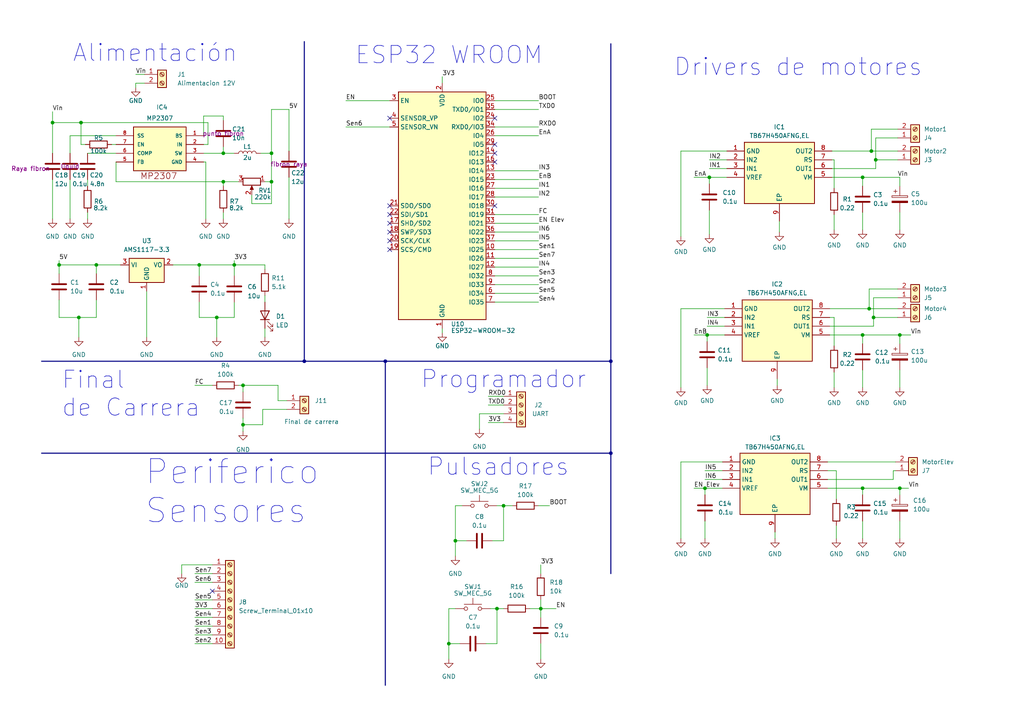
<source format=kicad_sch>
(kicad_sch (version 20230121) (generator eeschema)

  (uuid dfed5bf9-8b7f-4c1e-93df-1c25726c0e03)

  (paper "A4")

  (lib_symbols
    (symbol "Connector:Screw_Terminal_01x02" (pin_names (offset 1.016) hide) (in_bom yes) (on_board yes)
      (property "Reference" "J" (at 0 2.54 0)
        (effects (font (size 1.27 1.27)))
      )
      (property "Value" "Screw_Terminal_01x02" (at 0 -5.08 0)
        (effects (font (size 1.27 1.27)))
      )
      (property "Footprint" "" (at 0 0 0)
        (effects (font (size 1.27 1.27)) hide)
      )
      (property "Datasheet" "~" (at 0 0 0)
        (effects (font (size 1.27 1.27)) hide)
      )
      (property "ki_keywords" "screw terminal" (at 0 0 0)
        (effects (font (size 1.27 1.27)) hide)
      )
      (property "ki_description" "Generic screw terminal, single row, 01x02, script generated (kicad-library-utils/schlib/autogen/connector/)" (at 0 0 0)
        (effects (font (size 1.27 1.27)) hide)
      )
      (property "ki_fp_filters" "TerminalBlock*:*" (at 0 0 0)
        (effects (font (size 1.27 1.27)) hide)
      )
      (symbol "Screw_Terminal_01x02_1_1"
        (rectangle (start -1.27 1.27) (end 1.27 -3.81)
          (stroke (width 0.254) (type default))
          (fill (type background))
        )
        (circle (center 0 -2.54) (radius 0.635)
          (stroke (width 0.1524) (type default))
          (fill (type none))
        )
        (polyline
          (pts
            (xy -0.5334 -2.2098)
            (xy 0.3302 -3.048)
          )
          (stroke (width 0.1524) (type default))
          (fill (type none))
        )
        (polyline
          (pts
            (xy -0.5334 0.3302)
            (xy 0.3302 -0.508)
          )
          (stroke (width 0.1524) (type default))
          (fill (type none))
        )
        (polyline
          (pts
            (xy -0.3556 -2.032)
            (xy 0.508 -2.8702)
          )
          (stroke (width 0.1524) (type default))
          (fill (type none))
        )
        (polyline
          (pts
            (xy -0.3556 0.508)
            (xy 0.508 -0.3302)
          )
          (stroke (width 0.1524) (type default))
          (fill (type none))
        )
        (circle (center 0 0) (radius 0.635)
          (stroke (width 0.1524) (type default))
          (fill (type none))
        )
        (pin passive line (at -5.08 0 0) (length 3.81)
          (name "Pin_1" (effects (font (size 1.27 1.27))))
          (number "1" (effects (font (size 1.27 1.27))))
        )
        (pin passive line (at -5.08 -2.54 0) (length 3.81)
          (name "Pin_2" (effects (font (size 1.27 1.27))))
          (number "2" (effects (font (size 1.27 1.27))))
        )
      )
    )
    (symbol "Connector:Screw_Terminal_01x04" (pin_names (offset 1.016) hide) (in_bom yes) (on_board yes)
      (property "Reference" "J" (at 0 5.08 0)
        (effects (font (size 1.27 1.27)))
      )
      (property "Value" "Screw_Terminal_01x04" (at 0 -7.62 0)
        (effects (font (size 1.27 1.27)))
      )
      (property "Footprint" "" (at 0 0 0)
        (effects (font (size 1.27 1.27)) hide)
      )
      (property "Datasheet" "~" (at 0 0 0)
        (effects (font (size 1.27 1.27)) hide)
      )
      (property "ki_keywords" "screw terminal" (at 0 0 0)
        (effects (font (size 1.27 1.27)) hide)
      )
      (property "ki_description" "Generic screw terminal, single row, 01x04, script generated (kicad-library-utils/schlib/autogen/connector/)" (at 0 0 0)
        (effects (font (size 1.27 1.27)) hide)
      )
      (property "ki_fp_filters" "TerminalBlock*:*" (at 0 0 0)
        (effects (font (size 1.27 1.27)) hide)
      )
      (symbol "Screw_Terminal_01x04_1_1"
        (rectangle (start -1.27 3.81) (end 1.27 -6.35)
          (stroke (width 0.254) (type default))
          (fill (type background))
        )
        (circle (center 0 -5.08) (radius 0.635)
          (stroke (width 0.1524) (type default))
          (fill (type none))
        )
        (circle (center 0 -2.54) (radius 0.635)
          (stroke (width 0.1524) (type default))
          (fill (type none))
        )
        (polyline
          (pts
            (xy -0.5334 -4.7498)
            (xy 0.3302 -5.588)
          )
          (stroke (width 0.1524) (type default))
          (fill (type none))
        )
        (polyline
          (pts
            (xy -0.5334 -2.2098)
            (xy 0.3302 -3.048)
          )
          (stroke (width 0.1524) (type default))
          (fill (type none))
        )
        (polyline
          (pts
            (xy -0.5334 0.3302)
            (xy 0.3302 -0.508)
          )
          (stroke (width 0.1524) (type default))
          (fill (type none))
        )
        (polyline
          (pts
            (xy -0.5334 2.8702)
            (xy 0.3302 2.032)
          )
          (stroke (width 0.1524) (type default))
          (fill (type none))
        )
        (polyline
          (pts
            (xy -0.3556 -4.572)
            (xy 0.508 -5.4102)
          )
          (stroke (width 0.1524) (type default))
          (fill (type none))
        )
        (polyline
          (pts
            (xy -0.3556 -2.032)
            (xy 0.508 -2.8702)
          )
          (stroke (width 0.1524) (type default))
          (fill (type none))
        )
        (polyline
          (pts
            (xy -0.3556 0.508)
            (xy 0.508 -0.3302)
          )
          (stroke (width 0.1524) (type default))
          (fill (type none))
        )
        (polyline
          (pts
            (xy -0.3556 3.048)
            (xy 0.508 2.2098)
          )
          (stroke (width 0.1524) (type default))
          (fill (type none))
        )
        (circle (center 0 0) (radius 0.635)
          (stroke (width 0.1524) (type default))
          (fill (type none))
        )
        (circle (center 0 2.54) (radius 0.635)
          (stroke (width 0.1524) (type default))
          (fill (type none))
        )
        (pin passive line (at -5.08 2.54 0) (length 3.81)
          (name "Pin_1" (effects (font (size 1.27 1.27))))
          (number "1" (effects (font (size 1.27 1.27))))
        )
        (pin passive line (at -5.08 0 0) (length 3.81)
          (name "Pin_2" (effects (font (size 1.27 1.27))))
          (number "2" (effects (font (size 1.27 1.27))))
        )
        (pin passive line (at -5.08 -2.54 0) (length 3.81)
          (name "Pin_3" (effects (font (size 1.27 1.27))))
          (number "3" (effects (font (size 1.27 1.27))))
        )
        (pin passive line (at -5.08 -5.08 0) (length 3.81)
          (name "Pin_4" (effects (font (size 1.27 1.27))))
          (number "4" (effects (font (size 1.27 1.27))))
        )
      )
    )
    (symbol "Connector:Screw_Terminal_01x10" (pin_names (offset 1.016) hide) (in_bom yes) (on_board yes)
      (property "Reference" "J" (at 0 12.7 0)
        (effects (font (size 1.27 1.27)))
      )
      (property "Value" "Screw_Terminal_01x10" (at 0 -15.24 0)
        (effects (font (size 1.27 1.27)))
      )
      (property "Footprint" "" (at 0 0 0)
        (effects (font (size 1.27 1.27)) hide)
      )
      (property "Datasheet" "~" (at 0 0 0)
        (effects (font (size 1.27 1.27)) hide)
      )
      (property "ki_keywords" "screw terminal" (at 0 0 0)
        (effects (font (size 1.27 1.27)) hide)
      )
      (property "ki_description" "Generic screw terminal, single row, 01x10, script generated (kicad-library-utils/schlib/autogen/connector/)" (at 0 0 0)
        (effects (font (size 1.27 1.27)) hide)
      )
      (property "ki_fp_filters" "TerminalBlock*:*" (at 0 0 0)
        (effects (font (size 1.27 1.27)) hide)
      )
      (symbol "Screw_Terminal_01x10_1_1"
        (rectangle (start -1.27 11.43) (end 1.27 -13.97)
          (stroke (width 0.254) (type default))
          (fill (type background))
        )
        (circle (center 0 -12.7) (radius 0.635)
          (stroke (width 0.1524) (type default))
          (fill (type none))
        )
        (circle (center 0 -10.16) (radius 0.635)
          (stroke (width 0.1524) (type default))
          (fill (type none))
        )
        (circle (center 0 -7.62) (radius 0.635)
          (stroke (width 0.1524) (type default))
          (fill (type none))
        )
        (circle (center 0 -5.08) (radius 0.635)
          (stroke (width 0.1524) (type default))
          (fill (type none))
        )
        (circle (center 0 -2.54) (radius 0.635)
          (stroke (width 0.1524) (type default))
          (fill (type none))
        )
        (polyline
          (pts
            (xy -0.5334 -12.3698)
            (xy 0.3302 -13.208)
          )
          (stroke (width 0.1524) (type default))
          (fill (type none))
        )
        (polyline
          (pts
            (xy -0.5334 -9.8298)
            (xy 0.3302 -10.668)
          )
          (stroke (width 0.1524) (type default))
          (fill (type none))
        )
        (polyline
          (pts
            (xy -0.5334 -7.2898)
            (xy 0.3302 -8.128)
          )
          (stroke (width 0.1524) (type default))
          (fill (type none))
        )
        (polyline
          (pts
            (xy -0.5334 -4.7498)
            (xy 0.3302 -5.588)
          )
          (stroke (width 0.1524) (type default))
          (fill (type none))
        )
        (polyline
          (pts
            (xy -0.5334 -2.2098)
            (xy 0.3302 -3.048)
          )
          (stroke (width 0.1524) (type default))
          (fill (type none))
        )
        (polyline
          (pts
            (xy -0.5334 0.3302)
            (xy 0.3302 -0.508)
          )
          (stroke (width 0.1524) (type default))
          (fill (type none))
        )
        (polyline
          (pts
            (xy -0.5334 2.8702)
            (xy 0.3302 2.032)
          )
          (stroke (width 0.1524) (type default))
          (fill (type none))
        )
        (polyline
          (pts
            (xy -0.5334 5.4102)
            (xy 0.3302 4.572)
          )
          (stroke (width 0.1524) (type default))
          (fill (type none))
        )
        (polyline
          (pts
            (xy -0.5334 7.9502)
            (xy 0.3302 7.112)
          )
          (stroke (width 0.1524) (type default))
          (fill (type none))
        )
        (polyline
          (pts
            (xy -0.5334 10.4902)
            (xy 0.3302 9.652)
          )
          (stroke (width 0.1524) (type default))
          (fill (type none))
        )
        (polyline
          (pts
            (xy -0.3556 -12.192)
            (xy 0.508 -13.0302)
          )
          (stroke (width 0.1524) (type default))
          (fill (type none))
        )
        (polyline
          (pts
            (xy -0.3556 -9.652)
            (xy 0.508 -10.4902)
          )
          (stroke (width 0.1524) (type default))
          (fill (type none))
        )
        (polyline
          (pts
            (xy -0.3556 -7.112)
            (xy 0.508 -7.9502)
          )
          (stroke (width 0.1524) (type default))
          (fill (type none))
        )
        (polyline
          (pts
            (xy -0.3556 -4.572)
            (xy 0.508 -5.4102)
          )
          (stroke (width 0.1524) (type default))
          (fill (type none))
        )
        (polyline
          (pts
            (xy -0.3556 -2.032)
            (xy 0.508 -2.8702)
          )
          (stroke (width 0.1524) (type default))
          (fill (type none))
        )
        (polyline
          (pts
            (xy -0.3556 0.508)
            (xy 0.508 -0.3302)
          )
          (stroke (width 0.1524) (type default))
          (fill (type none))
        )
        (polyline
          (pts
            (xy -0.3556 3.048)
            (xy 0.508 2.2098)
          )
          (stroke (width 0.1524) (type default))
          (fill (type none))
        )
        (polyline
          (pts
            (xy -0.3556 5.588)
            (xy 0.508 4.7498)
          )
          (stroke (width 0.1524) (type default))
          (fill (type none))
        )
        (polyline
          (pts
            (xy -0.3556 8.128)
            (xy 0.508 7.2898)
          )
          (stroke (width 0.1524) (type default))
          (fill (type none))
        )
        (polyline
          (pts
            (xy -0.3556 10.668)
            (xy 0.508 9.8298)
          )
          (stroke (width 0.1524) (type default))
          (fill (type none))
        )
        (circle (center 0 0) (radius 0.635)
          (stroke (width 0.1524) (type default))
          (fill (type none))
        )
        (circle (center 0 2.54) (radius 0.635)
          (stroke (width 0.1524) (type default))
          (fill (type none))
        )
        (circle (center 0 5.08) (radius 0.635)
          (stroke (width 0.1524) (type default))
          (fill (type none))
        )
        (circle (center 0 7.62) (radius 0.635)
          (stroke (width 0.1524) (type default))
          (fill (type none))
        )
        (circle (center 0 10.16) (radius 0.635)
          (stroke (width 0.1524) (type default))
          (fill (type none))
        )
        (pin passive line (at -5.08 10.16 0) (length 3.81)
          (name "Pin_1" (effects (font (size 1.27 1.27))))
          (number "1" (effects (font (size 1.27 1.27))))
        )
        (pin passive line (at -5.08 -12.7 0) (length 3.81)
          (name "Pin_10" (effects (font (size 1.27 1.27))))
          (number "10" (effects (font (size 1.27 1.27))))
        )
        (pin passive line (at -5.08 7.62 0) (length 3.81)
          (name "Pin_2" (effects (font (size 1.27 1.27))))
          (number "2" (effects (font (size 1.27 1.27))))
        )
        (pin passive line (at -5.08 5.08 0) (length 3.81)
          (name "Pin_3" (effects (font (size 1.27 1.27))))
          (number "3" (effects (font (size 1.27 1.27))))
        )
        (pin passive line (at -5.08 2.54 0) (length 3.81)
          (name "Pin_4" (effects (font (size 1.27 1.27))))
          (number "4" (effects (font (size 1.27 1.27))))
        )
        (pin passive line (at -5.08 0 0) (length 3.81)
          (name "Pin_5" (effects (font (size 1.27 1.27))))
          (number "5" (effects (font (size 1.27 1.27))))
        )
        (pin passive line (at -5.08 -2.54 0) (length 3.81)
          (name "Pin_6" (effects (font (size 1.27 1.27))))
          (number "6" (effects (font (size 1.27 1.27))))
        )
        (pin passive line (at -5.08 -5.08 0) (length 3.81)
          (name "Pin_7" (effects (font (size 1.27 1.27))))
          (number "7" (effects (font (size 1.27 1.27))))
        )
        (pin passive line (at -5.08 -7.62 0) (length 3.81)
          (name "Pin_8" (effects (font (size 1.27 1.27))))
          (number "8" (effects (font (size 1.27 1.27))))
        )
        (pin passive line (at -5.08 -10.16 0) (length 3.81)
          (name "Pin_9" (effects (font (size 1.27 1.27))))
          (number "9" (effects (font (size 1.27 1.27))))
        )
      )
    )
    (symbol "Device:C" (pin_numbers hide) (pin_names (offset 0.254)) (in_bom yes) (on_board yes)
      (property "Reference" "C" (at 0.635 2.54 0)
        (effects (font (size 1.27 1.27)) (justify left))
      )
      (property "Value" "C" (at 0.635 -2.54 0)
        (effects (font (size 1.27 1.27)) (justify left))
      )
      (property "Footprint" "" (at 0.9652 -3.81 0)
        (effects (font (size 1.27 1.27)) hide)
      )
      (property "Datasheet" "~" (at 0 0 0)
        (effects (font (size 1.27 1.27)) hide)
      )
      (property "ki_keywords" "cap capacitor" (at 0 0 0)
        (effects (font (size 1.27 1.27)) hide)
      )
      (property "ki_description" "Unpolarized capacitor" (at 0 0 0)
        (effects (font (size 1.27 1.27)) hide)
      )
      (property "ki_fp_filters" "C_*" (at 0 0 0)
        (effects (font (size 1.27 1.27)) hide)
      )
      (symbol "C_0_1"
        (polyline
          (pts
            (xy -2.032 -0.762)
            (xy 2.032 -0.762)
          )
          (stroke (width 0.508) (type default))
          (fill (type none))
        )
        (polyline
          (pts
            (xy -2.032 0.762)
            (xy 2.032 0.762)
          )
          (stroke (width 0.508) (type default))
          (fill (type none))
        )
      )
      (symbol "C_1_1"
        (pin passive line (at 0 3.81 270) (length 2.794)
          (name "~" (effects (font (size 1.27 1.27))))
          (number "1" (effects (font (size 1.27 1.27))))
        )
        (pin passive line (at 0 -3.81 90) (length 2.794)
          (name "~" (effects (font (size 1.27 1.27))))
          (number "2" (effects (font (size 1.27 1.27))))
        )
      )
    )
    (symbol "Device:C_Polarized" (pin_numbers hide) (pin_names (offset 0.254)) (in_bom yes) (on_board yes)
      (property "Reference" "C" (at 0.635 2.54 0)
        (effects (font (size 1.27 1.27)) (justify left))
      )
      (property "Value" "C_Polarized" (at 0.635 -2.54 0)
        (effects (font (size 1.27 1.27)) (justify left))
      )
      (property "Footprint" "" (at 0.9652 -3.81 0)
        (effects (font (size 1.27 1.27)) hide)
      )
      (property "Datasheet" "~" (at 0 0 0)
        (effects (font (size 1.27 1.27)) hide)
      )
      (property "ki_keywords" "cap capacitor" (at 0 0 0)
        (effects (font (size 1.27 1.27)) hide)
      )
      (property "ki_description" "Polarized capacitor" (at 0 0 0)
        (effects (font (size 1.27 1.27)) hide)
      )
      (property "ki_fp_filters" "CP_*" (at 0 0 0)
        (effects (font (size 1.27 1.27)) hide)
      )
      (symbol "C_Polarized_0_1"
        (rectangle (start -2.286 0.508) (end 2.286 1.016)
          (stroke (width 0) (type default))
          (fill (type none))
        )
        (polyline
          (pts
            (xy -1.778 2.286)
            (xy -0.762 2.286)
          )
          (stroke (width 0) (type default))
          (fill (type none))
        )
        (polyline
          (pts
            (xy -1.27 2.794)
            (xy -1.27 1.778)
          )
          (stroke (width 0) (type default))
          (fill (type none))
        )
        (rectangle (start 2.286 -0.508) (end -2.286 -1.016)
          (stroke (width 0) (type default))
          (fill (type outline))
        )
      )
      (symbol "C_Polarized_1_1"
        (pin passive line (at 0 3.81 270) (length 2.794)
          (name "~" (effects (font (size 1.27 1.27))))
          (number "1" (effects (font (size 1.27 1.27))))
        )
        (pin passive line (at 0 -3.81 90) (length 2.794)
          (name "~" (effects (font (size 1.27 1.27))))
          (number "2" (effects (font (size 1.27 1.27))))
        )
      )
    )
    (symbol "Device:L" (pin_numbers hide) (pin_names (offset 1.016) hide) (in_bom yes) (on_board yes)
      (property "Reference" "L" (at -1.27 0 90)
        (effects (font (size 1.27 1.27)))
      )
      (property "Value" "L" (at 1.905 0 90)
        (effects (font (size 1.27 1.27)))
      )
      (property "Footprint" "" (at 0 0 0)
        (effects (font (size 1.27 1.27)) hide)
      )
      (property "Datasheet" "~" (at 0 0 0)
        (effects (font (size 1.27 1.27)) hide)
      )
      (property "ki_keywords" "inductor choke coil reactor magnetic" (at 0 0 0)
        (effects (font (size 1.27 1.27)) hide)
      )
      (property "ki_description" "Inductor" (at 0 0 0)
        (effects (font (size 1.27 1.27)) hide)
      )
      (property "ki_fp_filters" "Choke_* *Coil* Inductor_* L_*" (at 0 0 0)
        (effects (font (size 1.27 1.27)) hide)
      )
      (symbol "L_0_1"
        (arc (start 0 -2.54) (mid 0.6323 -1.905) (end 0 -1.27)
          (stroke (width 0) (type default))
          (fill (type none))
        )
        (arc (start 0 -1.27) (mid 0.6323 -0.635) (end 0 0)
          (stroke (width 0) (type default))
          (fill (type none))
        )
        (arc (start 0 0) (mid 0.6323 0.635) (end 0 1.27)
          (stroke (width 0) (type default))
          (fill (type none))
        )
        (arc (start 0 1.27) (mid 0.6323 1.905) (end 0 2.54)
          (stroke (width 0) (type default))
          (fill (type none))
        )
      )
      (symbol "L_1_1"
        (pin passive line (at 0 3.81 270) (length 1.27)
          (name "1" (effects (font (size 1.27 1.27))))
          (number "1" (effects (font (size 1.27 1.27))))
        )
        (pin passive line (at 0 -3.81 90) (length 1.27)
          (name "2" (effects (font (size 1.27 1.27))))
          (number "2" (effects (font (size 1.27 1.27))))
        )
      )
    )
    (symbol "Device:LED" (pin_numbers hide) (pin_names (offset 1.016) hide) (in_bom yes) (on_board yes)
      (property "Reference" "D" (at 0 2.54 0)
        (effects (font (size 1.27 1.27)))
      )
      (property "Value" "LED" (at 0 -2.54 0)
        (effects (font (size 1.27 1.27)))
      )
      (property "Footprint" "" (at 0 0 0)
        (effects (font (size 1.27 1.27)) hide)
      )
      (property "Datasheet" "~" (at 0 0 0)
        (effects (font (size 1.27 1.27)) hide)
      )
      (property "ki_keywords" "LED diode" (at 0 0 0)
        (effects (font (size 1.27 1.27)) hide)
      )
      (property "ki_description" "Light emitting diode" (at 0 0 0)
        (effects (font (size 1.27 1.27)) hide)
      )
      (property "ki_fp_filters" "LED* LED_SMD:* LED_THT:*" (at 0 0 0)
        (effects (font (size 1.27 1.27)) hide)
      )
      (symbol "LED_0_1"
        (polyline
          (pts
            (xy -1.27 -1.27)
            (xy -1.27 1.27)
          )
          (stroke (width 0.254) (type default))
          (fill (type none))
        )
        (polyline
          (pts
            (xy -1.27 0)
            (xy 1.27 0)
          )
          (stroke (width 0) (type default))
          (fill (type none))
        )
        (polyline
          (pts
            (xy 1.27 -1.27)
            (xy 1.27 1.27)
            (xy -1.27 0)
            (xy 1.27 -1.27)
          )
          (stroke (width 0.254) (type default))
          (fill (type none))
        )
        (polyline
          (pts
            (xy -3.048 -0.762)
            (xy -4.572 -2.286)
            (xy -3.81 -2.286)
            (xy -4.572 -2.286)
            (xy -4.572 -1.524)
          )
          (stroke (width 0) (type default))
          (fill (type none))
        )
        (polyline
          (pts
            (xy -1.778 -0.762)
            (xy -3.302 -2.286)
            (xy -2.54 -2.286)
            (xy -3.302 -2.286)
            (xy -3.302 -1.524)
          )
          (stroke (width 0) (type default))
          (fill (type none))
        )
      )
      (symbol "LED_1_1"
        (pin passive line (at -3.81 0 0) (length 2.54)
          (name "K" (effects (font (size 1.27 1.27))))
          (number "1" (effects (font (size 1.27 1.27))))
        )
        (pin passive line (at 3.81 0 180) (length 2.54)
          (name "A" (effects (font (size 1.27 1.27))))
          (number "2" (effects (font (size 1.27 1.27))))
        )
      )
    )
    (symbol "Device:R" (pin_numbers hide) (pin_names (offset 0)) (in_bom yes) (on_board yes)
      (property "Reference" "R" (at 2.032 0 90)
        (effects (font (size 1.27 1.27)))
      )
      (property "Value" "R" (at 0 0 90)
        (effects (font (size 1.27 1.27)))
      )
      (property "Footprint" "" (at -1.778 0 90)
        (effects (font (size 1.27 1.27)) hide)
      )
      (property "Datasheet" "~" (at 0 0 0)
        (effects (font (size 1.27 1.27)) hide)
      )
      (property "ki_keywords" "R res resistor" (at 0 0 0)
        (effects (font (size 1.27 1.27)) hide)
      )
      (property "ki_description" "Resistor" (at 0 0 0)
        (effects (font (size 1.27 1.27)) hide)
      )
      (property "ki_fp_filters" "R_*" (at 0 0 0)
        (effects (font (size 1.27 1.27)) hide)
      )
      (symbol "R_0_1"
        (rectangle (start -1.016 -2.54) (end 1.016 2.54)
          (stroke (width 0.254) (type default))
          (fill (type none))
        )
      )
      (symbol "R_1_1"
        (pin passive line (at 0 3.81 270) (length 1.27)
          (name "~" (effects (font (size 1.27 1.27))))
          (number "1" (effects (font (size 1.27 1.27))))
        )
        (pin passive line (at 0 -3.81 90) (length 1.27)
          (name "~" (effects (font (size 1.27 1.27))))
          (number "2" (effects (font (size 1.27 1.27))))
        )
      )
    )
    (symbol "Device:R_Potentiometer" (pin_names (offset 1.016) hide) (in_bom yes) (on_board yes)
      (property "Reference" "RV" (at -4.445 0 90)
        (effects (font (size 1.27 1.27)))
      )
      (property "Value" "R_Potentiometer" (at -2.54 0 90)
        (effects (font (size 1.27 1.27)))
      )
      (property "Footprint" "" (at 0 0 0)
        (effects (font (size 1.27 1.27)) hide)
      )
      (property "Datasheet" "~" (at 0 0 0)
        (effects (font (size 1.27 1.27)) hide)
      )
      (property "ki_keywords" "resistor variable" (at 0 0 0)
        (effects (font (size 1.27 1.27)) hide)
      )
      (property "ki_description" "Potentiometer" (at 0 0 0)
        (effects (font (size 1.27 1.27)) hide)
      )
      (property "ki_fp_filters" "Potentiometer*" (at 0 0 0)
        (effects (font (size 1.27 1.27)) hide)
      )
      (symbol "R_Potentiometer_0_1"
        (polyline
          (pts
            (xy 2.54 0)
            (xy 1.524 0)
          )
          (stroke (width 0) (type default))
          (fill (type none))
        )
        (polyline
          (pts
            (xy 1.143 0)
            (xy 2.286 0.508)
            (xy 2.286 -0.508)
            (xy 1.143 0)
          )
          (stroke (width 0) (type default))
          (fill (type outline))
        )
        (rectangle (start 1.016 2.54) (end -1.016 -2.54)
          (stroke (width 0.254) (type default))
          (fill (type none))
        )
      )
      (symbol "R_Potentiometer_1_1"
        (pin passive line (at 0 3.81 270) (length 1.27)
          (name "1" (effects (font (size 1.27 1.27))))
          (number "1" (effects (font (size 1.27 1.27))))
        )
        (pin passive line (at 3.81 0 180) (length 1.27)
          (name "2" (effects (font (size 1.27 1.27))))
          (number "2" (effects (font (size 1.27 1.27))))
        )
        (pin passive line (at 0 -3.81 90) (length 1.27)
          (name "3" (effects (font (size 1.27 1.27))))
          (number "3" (effects (font (size 1.27 1.27))))
        )
      )
    )
    (symbol "GND_1" (power) (pin_names (offset 0)) (in_bom yes) (on_board yes)
      (property "Reference" "#PWR" (at 0 -6.35 0)
        (effects (font (size 1.27 1.27)) hide)
      )
      (property "Value" "GND_1" (at 0 -3.81 0)
        (effects (font (size 1.27 1.27)))
      )
      (property "Footprint" "" (at 0 0 0)
        (effects (font (size 1.27 1.27)) hide)
      )
      (property "Datasheet" "" (at 0 0 0)
        (effects (font (size 1.27 1.27)) hide)
      )
      (property "ki_keywords" "global power" (at 0 0 0)
        (effects (font (size 1.27 1.27)) hide)
      )
      (property "ki_description" "Power symbol creates a global label with name \"GND\" , ground" (at 0 0 0)
        (effects (font (size 1.27 1.27)) hide)
      )
      (symbol "GND_1_0_1"
        (polyline
          (pts
            (xy 0 0)
            (xy 0 -1.27)
            (xy 1.27 -1.27)
            (xy 0 -2.54)
            (xy -1.27 -1.27)
            (xy 0 -1.27)
          )
          (stroke (width 0) (type default))
          (fill (type none))
        )
      )
      (symbol "GND_1_1_1"
        (pin power_in line (at 0 0 270) (length 0) hide
          (name "GND" (effects (font (size 1.27 1.27))))
          (number "1" (effects (font (size 1.27 1.27))))
        )
      )
    )
    (symbol "MP2307:MP2307" (pin_names (offset 1.016)) (in_bom yes) (on_board yes)
      (property "Reference" "IC" (at 0 0 0)
        (effects (font (size 1.27 1.27)) (justify bottom))
      )
      (property "Value" "MP2307" (at -5.08 7.62 0)
        (effects (font (size 1.27 1.27)) (justify left bottom))
      )
      (property "Footprint" "SO8-TH" (at 0 0 0)
        (effects (font (size 1.27 1.27)) (justify bottom) hide)
      )
      (property "Datasheet" "" (at 0 0 0)
        (effects (font (size 1.27 1.27)) hide)
      )
      (symbol "MP2307_0_0"
        (rectangle (start -7.62 -5.08) (end 7.62 7.62)
          (stroke (width 0.254) (type default))
          (fill (type background))
        )
        (text "MP2307" (at -5.08 -7.62 0)
          (effects (font (size 1.778 1.778)) (justify left bottom))
        )
        (pin bidirectional line (at -12.7 5.08 0) (length 5.08)
          (name "BS" (effects (font (size 1.016 1.016))))
          (number "1" (effects (font (size 1.016 1.016))))
        )
        (pin bidirectional line (at -12.7 2.54 0) (length 5.08)
          (name "IN" (effects (font (size 1.016 1.016))))
          (number "2" (effects (font (size 1.016 1.016))))
        )
        (pin bidirectional line (at -12.7 0 0) (length 5.08)
          (name "SW" (effects (font (size 1.016 1.016))))
          (number "3" (effects (font (size 1.016 1.016))))
        )
        (pin bidirectional line (at -12.7 -2.54 0) (length 5.08)
          (name "GND" (effects (font (size 1.016 1.016))))
          (number "4" (effects (font (size 1.016 1.016))))
        )
        (pin bidirectional line (at 12.7 -2.54 180) (length 5.08)
          (name "FB" (effects (font (size 1.016 1.016))))
          (number "5" (effects (font (size 1.016 1.016))))
        )
        (pin bidirectional line (at 12.7 0 180) (length 5.08)
          (name "COMP" (effects (font (size 1.016 1.016))))
          (number "6" (effects (font (size 1.016 1.016))))
        )
        (pin bidirectional line (at 12.7 2.54 180) (length 5.08)
          (name "EN" (effects (font (size 1.016 1.016))))
          (number "7" (effects (font (size 1.016 1.016))))
        )
        (pin bidirectional line (at 12.7 5.08 180) (length 5.08)
          (name "SS" (effects (font (size 1.016 1.016))))
          (number "8" (effects (font (size 1.016 1.016))))
        )
      )
    )
    (symbol "RF_Module:ESP32-WROOM-32" (in_bom yes) (on_board yes)
      (property "Reference" "U" (at -12.7 34.29 0)
        (effects (font (size 1.27 1.27)) (justify left))
      )
      (property "Value" "ESP32-WROOM-32" (at 1.27 34.29 0)
        (effects (font (size 1.27 1.27)) (justify left))
      )
      (property "Footprint" "RF_Module:ESP32-WROOM-32" (at 0 -38.1 0)
        (effects (font (size 1.27 1.27)) hide)
      )
      (property "Datasheet" "https://www.espressif.com/sites/default/files/documentation/esp32-wroom-32_datasheet_en.pdf" (at -7.62 1.27 0)
        (effects (font (size 1.27 1.27)) hide)
      )
      (property "ki_keywords" "RF Radio BT ESP ESP32 Espressif onboard PCB antenna" (at 0 0 0)
        (effects (font (size 1.27 1.27)) hide)
      )
      (property "ki_description" "RF Module, ESP32-D0WDQ6 SoC, Wi-Fi 802.11b/g/n, Bluetooth, BLE, 32-bit, 2.7-3.6V, onboard antenna, SMD" (at 0 0 0)
        (effects (font (size 1.27 1.27)) hide)
      )
      (property "ki_fp_filters" "ESP32?WROOM?32*" (at 0 0 0)
        (effects (font (size 1.27 1.27)) hide)
      )
      (symbol "ESP32-WROOM-32_0_1"
        (rectangle (start -12.7 33.02) (end 12.7 -33.02)
          (stroke (width 0.254) (type default))
          (fill (type background))
        )
      )
      (symbol "ESP32-WROOM-32_1_1"
        (pin power_in line (at 0 -35.56 90) (length 2.54)
          (name "GND" (effects (font (size 1.27 1.27))))
          (number "1" (effects (font (size 1.27 1.27))))
        )
        (pin bidirectional line (at 15.24 -12.7 180) (length 2.54)
          (name "IO25" (effects (font (size 1.27 1.27))))
          (number "10" (effects (font (size 1.27 1.27))))
        )
        (pin bidirectional line (at 15.24 -15.24 180) (length 2.54)
          (name "IO26" (effects (font (size 1.27 1.27))))
          (number "11" (effects (font (size 1.27 1.27))))
        )
        (pin bidirectional line (at 15.24 -17.78 180) (length 2.54)
          (name "IO27" (effects (font (size 1.27 1.27))))
          (number "12" (effects (font (size 1.27 1.27))))
        )
        (pin bidirectional line (at 15.24 10.16 180) (length 2.54)
          (name "IO14" (effects (font (size 1.27 1.27))))
          (number "13" (effects (font (size 1.27 1.27))))
        )
        (pin bidirectional line (at 15.24 15.24 180) (length 2.54)
          (name "IO12" (effects (font (size 1.27 1.27))))
          (number "14" (effects (font (size 1.27 1.27))))
        )
        (pin passive line (at 0 -35.56 90) (length 2.54) hide
          (name "GND" (effects (font (size 1.27 1.27))))
          (number "15" (effects (font (size 1.27 1.27))))
        )
        (pin bidirectional line (at 15.24 12.7 180) (length 2.54)
          (name "IO13" (effects (font (size 1.27 1.27))))
          (number "16" (effects (font (size 1.27 1.27))))
        )
        (pin bidirectional line (at -15.24 -5.08 0) (length 2.54)
          (name "SHD/SD2" (effects (font (size 1.27 1.27))))
          (number "17" (effects (font (size 1.27 1.27))))
        )
        (pin bidirectional line (at -15.24 -7.62 0) (length 2.54)
          (name "SWP/SD3" (effects (font (size 1.27 1.27))))
          (number "18" (effects (font (size 1.27 1.27))))
        )
        (pin bidirectional line (at -15.24 -12.7 0) (length 2.54)
          (name "SCS/CMD" (effects (font (size 1.27 1.27))))
          (number "19" (effects (font (size 1.27 1.27))))
        )
        (pin power_in line (at 0 35.56 270) (length 2.54)
          (name "VDD" (effects (font (size 1.27 1.27))))
          (number "2" (effects (font (size 1.27 1.27))))
        )
        (pin bidirectional line (at -15.24 -10.16 0) (length 2.54)
          (name "SCK/CLK" (effects (font (size 1.27 1.27))))
          (number "20" (effects (font (size 1.27 1.27))))
        )
        (pin bidirectional line (at -15.24 0 0) (length 2.54)
          (name "SDO/SD0" (effects (font (size 1.27 1.27))))
          (number "21" (effects (font (size 1.27 1.27))))
        )
        (pin bidirectional line (at -15.24 -2.54 0) (length 2.54)
          (name "SDI/SD1" (effects (font (size 1.27 1.27))))
          (number "22" (effects (font (size 1.27 1.27))))
        )
        (pin bidirectional line (at 15.24 7.62 180) (length 2.54)
          (name "IO15" (effects (font (size 1.27 1.27))))
          (number "23" (effects (font (size 1.27 1.27))))
        )
        (pin bidirectional line (at 15.24 25.4 180) (length 2.54)
          (name "IO2" (effects (font (size 1.27 1.27))))
          (number "24" (effects (font (size 1.27 1.27))))
        )
        (pin bidirectional line (at 15.24 30.48 180) (length 2.54)
          (name "IO0" (effects (font (size 1.27 1.27))))
          (number "25" (effects (font (size 1.27 1.27))))
        )
        (pin bidirectional line (at 15.24 20.32 180) (length 2.54)
          (name "IO4" (effects (font (size 1.27 1.27))))
          (number "26" (effects (font (size 1.27 1.27))))
        )
        (pin bidirectional line (at 15.24 5.08 180) (length 2.54)
          (name "IO16" (effects (font (size 1.27 1.27))))
          (number "27" (effects (font (size 1.27 1.27))))
        )
        (pin bidirectional line (at 15.24 2.54 180) (length 2.54)
          (name "IO17" (effects (font (size 1.27 1.27))))
          (number "28" (effects (font (size 1.27 1.27))))
        )
        (pin bidirectional line (at 15.24 17.78 180) (length 2.54)
          (name "IO5" (effects (font (size 1.27 1.27))))
          (number "29" (effects (font (size 1.27 1.27))))
        )
        (pin input line (at -15.24 30.48 0) (length 2.54)
          (name "EN" (effects (font (size 1.27 1.27))))
          (number "3" (effects (font (size 1.27 1.27))))
        )
        (pin bidirectional line (at 15.24 0 180) (length 2.54)
          (name "IO18" (effects (font (size 1.27 1.27))))
          (number "30" (effects (font (size 1.27 1.27))))
        )
        (pin bidirectional line (at 15.24 -2.54 180) (length 2.54)
          (name "IO19" (effects (font (size 1.27 1.27))))
          (number "31" (effects (font (size 1.27 1.27))))
        )
        (pin no_connect line (at -12.7 -27.94 0) (length 2.54) hide
          (name "NC" (effects (font (size 1.27 1.27))))
          (number "32" (effects (font (size 1.27 1.27))))
        )
        (pin bidirectional line (at 15.24 -5.08 180) (length 2.54)
          (name "IO21" (effects (font (size 1.27 1.27))))
          (number "33" (effects (font (size 1.27 1.27))))
        )
        (pin bidirectional line (at 15.24 22.86 180) (length 2.54)
          (name "RXD0/IO3" (effects (font (size 1.27 1.27))))
          (number "34" (effects (font (size 1.27 1.27))))
        )
        (pin bidirectional line (at 15.24 27.94 180) (length 2.54)
          (name "TXD0/IO1" (effects (font (size 1.27 1.27))))
          (number "35" (effects (font (size 1.27 1.27))))
        )
        (pin bidirectional line (at 15.24 -7.62 180) (length 2.54)
          (name "IO22" (effects (font (size 1.27 1.27))))
          (number "36" (effects (font (size 1.27 1.27))))
        )
        (pin bidirectional line (at 15.24 -10.16 180) (length 2.54)
          (name "IO23" (effects (font (size 1.27 1.27))))
          (number "37" (effects (font (size 1.27 1.27))))
        )
        (pin passive line (at 0 -35.56 90) (length 2.54) hide
          (name "GND" (effects (font (size 1.27 1.27))))
          (number "38" (effects (font (size 1.27 1.27))))
        )
        (pin passive line (at 0 -35.56 90) (length 2.54) hide
          (name "GND" (effects (font (size 1.27 1.27))))
          (number "39" (effects (font (size 1.27 1.27))))
        )
        (pin input line (at -15.24 25.4 0) (length 2.54)
          (name "SENSOR_VP" (effects (font (size 1.27 1.27))))
          (number "4" (effects (font (size 1.27 1.27))))
        )
        (pin input line (at -15.24 22.86 0) (length 2.54)
          (name "SENSOR_VN" (effects (font (size 1.27 1.27))))
          (number "5" (effects (font (size 1.27 1.27))))
        )
        (pin input line (at 15.24 -25.4 180) (length 2.54)
          (name "IO34" (effects (font (size 1.27 1.27))))
          (number "6" (effects (font (size 1.27 1.27))))
        )
        (pin input line (at 15.24 -27.94 180) (length 2.54)
          (name "IO35" (effects (font (size 1.27 1.27))))
          (number "7" (effects (font (size 1.27 1.27))))
        )
        (pin bidirectional line (at 15.24 -20.32 180) (length 2.54)
          (name "IO32" (effects (font (size 1.27 1.27))))
          (number "8" (effects (font (size 1.27 1.27))))
        )
        (pin bidirectional line (at 15.24 -22.86 180) (length 2.54)
          (name "IO33" (effects (font (size 1.27 1.27))))
          (number "9" (effects (font (size 1.27 1.27))))
        )
      )
    )
    (symbol "Regulator_Linear:AMS1117-3.3" (in_bom yes) (on_board yes)
      (property "Reference" "U" (at -3.81 3.175 0)
        (effects (font (size 1.27 1.27)))
      )
      (property "Value" "AMS1117-3.3" (at 0 3.175 0)
        (effects (font (size 1.27 1.27)) (justify left))
      )
      (property "Footprint" "Package_TO_SOT_SMD:SOT-223-3_TabPin2" (at 0 5.08 0)
        (effects (font (size 1.27 1.27)) hide)
      )
      (property "Datasheet" "http://www.advanced-monolithic.com/pdf/ds1117.pdf" (at 2.54 -6.35 0)
        (effects (font (size 1.27 1.27)) hide)
      )
      (property "ki_keywords" "linear regulator ldo fixed positive" (at 0 0 0)
        (effects (font (size 1.27 1.27)) hide)
      )
      (property "ki_description" "1A Low Dropout regulator, positive, 3.3V fixed output, SOT-223" (at 0 0 0)
        (effects (font (size 1.27 1.27)) hide)
      )
      (property "ki_fp_filters" "SOT?223*TabPin2*" (at 0 0 0)
        (effects (font (size 1.27 1.27)) hide)
      )
      (symbol "AMS1117-3.3_0_1"
        (rectangle (start -5.08 -5.08) (end 5.08 1.905)
          (stroke (width 0.254) (type default))
          (fill (type background))
        )
      )
      (symbol "AMS1117-3.3_1_1"
        (pin power_in line (at 0 -7.62 90) (length 2.54)
          (name "GND" (effects (font (size 1.27 1.27))))
          (number "1" (effects (font (size 1.27 1.27))))
        )
        (pin power_out line (at 7.62 0 180) (length 2.54)
          (name "VO" (effects (font (size 1.27 1.27))))
          (number "2" (effects (font (size 1.27 1.27))))
        )
        (pin power_in line (at -7.62 0 0) (length 2.54)
          (name "VI" (effects (font (size 1.27 1.27))))
          (number "3" (effects (font (size 1.27 1.27))))
        )
      )
    )
    (symbol "SW_MEC_5G_2" (pin_numbers hide) (pin_names (offset 1.016) hide) (in_bom yes) (on_board yes)
      (property "Reference" "SWJ2" (at 0 6.35 0)
        (effects (font (size 1.27 1.27)))
      )
      (property "Value" "SW_MEC_5G" (at 0 4.445 0)
        (effects (font (size 1.27 1.27)))
      )
      (property "Footprint" "Button_Switch_SMD:SW_Push_SPST_NO_Alps_SKRK" (at 0 5.08 0)
        (effects (font (size 1.27 1.27)) hide)
      )
      (property "Datasheet" "http://www.apem.com/int/index.php?controller=attachment&id_attachment=488" (at 0 5.08 0)
        (effects (font (size 1.27 1.27)) hide)
      )
      (property "ki_keywords" "switch normally-open pushbutton push-button" (at 0 0 0)
        (effects (font (size 1.27 1.27)) hide)
      )
      (property "ki_description" "MEC 5G single pole normally-open tactile switch" (at 0 0 0)
        (effects (font (size 1.27 1.27)) hide)
      )
      (property "ki_fp_filters" "SW*MEC*5G*" (at 0 0 0)
        (effects (font (size 1.27 1.27)) hide)
      )
      (symbol "SW_MEC_5G_2_0_1"
        (circle (center -2.032 0) (radius 0.508)
          (stroke (width 0) (type default))
          (fill (type none))
        )
        (polyline
          (pts
            (xy 0 1.27)
            (xy 0 3.048)
          )
          (stroke (width 0) (type default))
          (fill (type none))
        )
        (polyline
          (pts
            (xy 2.54 1.27)
            (xy -2.54 1.27)
          )
          (stroke (width 0) (type default))
          (fill (type none))
        )
        (circle (center 2.032 0) (radius 0.508)
          (stroke (width 0) (type default))
          (fill (type none))
        )
        (pin passive line (at -5.08 0 0) (length 2.54)
          (name "A" (effects (font (size 1.27 1.27))))
          (number "1" (effects (font (size 1.27 1.27))))
        )
      )
      (symbol "SW_MEC_5G_2_1_1"
        (pin passive line (at 5.08 0 180) (length 2.54)
          (name "B" (effects (font (size 1.27 1.27))))
          (number "2" (effects (font (size 1.27 1.27))))
        )
      )
    )
    (symbol "TB67H450AFNG_EL:TB67H450AFNG,EL" (in_bom yes) (on_board yes)
      (property "Reference" "IC" (at 26.67 7.62 0)
        (effects (font (size 1.27 1.27)) (justify left top))
      )
      (property "Value" "TB67H450AFNG,EL" (at 26.67 5.08 0)
        (effects (font (size 1.27 1.27)) (justify left top))
      )
      (property "Footprint" "SOIC127P600X170-9N" (at 26.67 -94.92 0)
        (effects (font (size 1.27 1.27)) (justify left top) hide)
      )
      (property "Datasheet" "https://www.mouser.jp/datasheet/2/408/Toshiba_TB67H450AFNG_datasheet_en_20201217-2932735.pdf" (at 26.67 -194.92 0)
        (effects (font (size 1.27 1.27)) (justify left top) hide)
      )
      (property "Height" "1.7" (at 26.67 -394.92 0)
        (effects (font (size 1.27 1.27)) (justify left top) hide)
      )
      (property "Mouser Part Number" "757-TB67H450AFNGEL" (at 26.67 -494.92 0)
        (effects (font (size 1.27 1.27)) (justify left top) hide)
      )
      (property "Mouser Price/Stock" "https://www.mouser.co.uk/ProductDetail/Toshiba/TB67H450AFNGEL?qs=Wj%2FVkw3K%252BMBflKVnfGASbA%3D%3D" (at 26.67 -594.92 0)
        (effects (font (size 1.27 1.27)) (justify left top) hide)
      )
      (property "Manufacturer_Name" "Toshiba" (at 26.67 -694.92 0)
        (effects (font (size 1.27 1.27)) (justify left top) hide)
      )
      (property "Manufacturer_Part_Number" "TB67H450AFNG,EL" (at 26.67 -794.92 0)
        (effects (font (size 1.27 1.27)) (justify left top) hide)
      )
      (property "ki_description" "IC BRUSHED MOTOR DRVR 8TSSOP" (at 0 0 0)
        (effects (font (size 1.27 1.27)) hide)
      )
      (symbol "TB67H450AFNG,EL_1_1"
        (rectangle (start 5.08 2.54) (end 25.4 -15.24)
          (stroke (width 0.254) (type default))
          (fill (type background))
        )
        (pin passive line (at 0 0 0) (length 5.08)
          (name "GND" (effects (font (size 1.27 1.27))))
          (number "1" (effects (font (size 1.27 1.27))))
        )
        (pin passive line (at 0 -2.54 0) (length 5.08)
          (name "IN2" (effects (font (size 1.27 1.27))))
          (number "2" (effects (font (size 1.27 1.27))))
        )
        (pin passive line (at 0 -5.08 0) (length 5.08)
          (name "IN1" (effects (font (size 1.27 1.27))))
          (number "3" (effects (font (size 1.27 1.27))))
        )
        (pin passive line (at 0 -7.62 0) (length 5.08)
          (name "VREF" (effects (font (size 1.27 1.27))))
          (number "4" (effects (font (size 1.27 1.27))))
        )
        (pin passive line (at 30.48 -7.62 180) (length 5.08)
          (name "VM" (effects (font (size 1.27 1.27))))
          (number "5" (effects (font (size 1.27 1.27))))
        )
        (pin passive line (at 30.48 -5.08 180) (length 5.08)
          (name "OUT1" (effects (font (size 1.27 1.27))))
          (number "6" (effects (font (size 1.27 1.27))))
        )
        (pin passive line (at 30.48 -2.54 180) (length 5.08)
          (name "RS" (effects (font (size 1.27 1.27))))
          (number "7" (effects (font (size 1.27 1.27))))
        )
        (pin passive line (at 30.48 0 180) (length 5.08)
          (name "OUT2" (effects (font (size 1.27 1.27))))
          (number "8" (effects (font (size 1.27 1.27))))
        )
        (pin passive line (at 15.24 -20.32 90) (length 5.08)
          (name "EP" (effects (font (size 1.27 1.27))))
          (number "9" (effects (font (size 1.27 1.27))))
        )
      )
    )
    (symbol "power:GND" (power) (pin_names (offset 0)) (in_bom yes) (on_board yes)
      (property "Reference" "#PWR" (at 0 -6.35 0)
        (effects (font (size 1.27 1.27)) hide)
      )
      (property "Value" "GND" (at 0 -3.81 0)
        (effects (font (size 1.27 1.27)))
      )
      (property "Footprint" "" (at 0 0 0)
        (effects (font (size 1.27 1.27)) hide)
      )
      (property "Datasheet" "" (at 0 0 0)
        (effects (font (size 1.27 1.27)) hide)
      )
      (property "ki_keywords" "global power" (at 0 0 0)
        (effects (font (size 1.27 1.27)) hide)
      )
      (property "ki_description" "Power symbol creates a global label with name \"GND\" , ground" (at 0 0 0)
        (effects (font (size 1.27 1.27)) hide)
      )
      (symbol "GND_0_1"
        (polyline
          (pts
            (xy 0 0)
            (xy 0 -1.27)
            (xy 1.27 -1.27)
            (xy 0 -2.54)
            (xy -1.27 -1.27)
            (xy 0 -1.27)
          )
          (stroke (width 0) (type default))
          (fill (type none))
        )
      )
      (symbol "GND_1_1"
        (pin power_in line (at 0 0 270) (length 0) hide
          (name "GND" (effects (font (size 1.27 1.27))))
          (number "1" (effects (font (size 1.27 1.27))))
        )
      )
    )
  )

  (junction (at 132.08 156.845) (diameter 0) (color 0 0 0 0)
    (uuid 0a1a64b1-cda8-41bf-befa-1c3034c2f308)
  )
  (junction (at 27.94 76.835) (diameter 0) (color 0 0 0 0)
    (uuid 0fd80d42-864d-463f-b5e1-7fe6b77d7b6f)
  )
  (junction (at 252.095 89.535) (diameter 0) (color 0 0 0 0)
    (uuid 1634df14-9966-4a31-b426-3280620df7fd)
  )
  (junction (at 146.05 146.685) (diameter 0) (color 0 0 0 0)
    (uuid 169174aa-e49e-423a-8de9-e09771d7f84c)
  )
  (junction (at 204.47 141.605) (diameter 0) (color 0 0 0 0)
    (uuid 1bab02f2-246b-473c-8dc8-70547708d1b0)
  )
  (junction (at 260.985 141.605) (diameter 0) (color 0 0 0 0)
    (uuid 302027ab-b86e-4c43-b207-cb50c775c978)
  )
  (junction (at 78.74 44.45) (diameter 0) (color 0 0 0 0)
    (uuid 33116efc-cfed-4262-814b-3a06989a6764)
  )
  (junction (at 70.485 111.76) (diameter 0) (color 0 0 0 0)
    (uuid 3a1b1edc-fa96-4fde-84a0-69669a47b622)
  )
  (junction (at 260.985 97.155) (diameter 0) (color 0 0 0 0)
    (uuid 41650d9b-43b1-4139-85b3-172dead6555d)
  )
  (junction (at 78.74 52.705) (diameter 0) (color 0 0 0 0)
    (uuid 43fc11ab-ed4d-47f3-bfc7-122d98baeadb)
  )
  (junction (at 250.19 97.155) (diameter 0) (color 0 0 0 0)
    (uuid 514217e0-509b-485e-91db-def3a81609b8)
  )
  (junction (at 205.105 97.155) (diameter 0) (color 0 0 0 0)
    (uuid 5582ea27-94e6-450d-8733-8c3e31aab89f)
  )
  (junction (at 252.73 43.815) (diameter 0) (color 0 0 0 0)
    (uuid 58f8aa57-ff90-4ff4-8f47-f875a57f9c94)
  )
  (junction (at 177.165 131.445) (diameter 0) (color 0 0 0 0)
    (uuid 5914fa82-2e48-4afb-84f1-7863caa92523)
  )
  (junction (at 64.77 52.705) (diameter 0) (color 0 0 0 0)
    (uuid 5c20ef3c-8927-4cf8-9c3e-df08c2bef44f)
  )
  (junction (at 111.76 104.775) (diameter 0) (color 0 0 0 0)
    (uuid 6bdac916-eb10-4c91-8474-f64c0cb4a153)
  )
  (junction (at 250.19 141.605) (diameter 0) (color 0 0 0 0)
    (uuid 8692268f-765f-4293-96c8-fdf88444a7f1)
  )
  (junction (at 64.77 44.45) (diameter 0) (color 0 0 0 0)
    (uuid 8bd06db0-b2e1-41c7-8244-7ca669762849)
  )
  (junction (at 23.495 35.56) (diameter 0) (color 0 0 0 0)
    (uuid 8e879f2c-ab8d-43f2-9d7d-50572acd3490)
  )
  (junction (at 130.175 186.69) (diameter 0) (color 0 0 0 0)
    (uuid 8f1c101c-c585-4f31-b7b1-f98eb03a7c39)
  )
  (junction (at 67.945 76.835) (diameter 0) (color 0 0 0 0)
    (uuid 978e7f6d-f56a-4ca2-99de-fb219f4862b9)
  )
  (junction (at 205.74 51.435) (diameter 0) (color 0 0 0 0)
    (uuid 9c788c1a-2c47-4bb4-a816-7ae40036ea98)
  )
  (junction (at 22.86 92.075) (diameter 0) (color 0 0 0 0)
    (uuid a472ec1b-60ab-4f48-98a8-acf922132061)
  )
  (junction (at 177.165 104.775) (diameter 0) (color 0 0 0 0)
    (uuid b8d67cb6-a4d4-4156-b7be-54093b69ae5a)
  )
  (junction (at 88.265 104.775) (diameter 0) (color 0 0 0 0)
    (uuid c30a5be5-8329-4a64-a6ac-58355063d4a3)
  )
  (junction (at 15.24 35.56) (diameter 0) (color 0 0 0 0)
    (uuid cb1f1296-bd69-4495-a221-0697c1e53dc2)
  )
  (junction (at 156.845 176.53) (diameter 0) (color 0 0 0 0)
    (uuid cd4b4a9a-53fd-4e9a-93cf-6a12fbc1b01b)
  )
  (junction (at 144.145 176.53) (diameter 0) (color 0 0 0 0)
    (uuid cec9b30c-9034-46e8-afef-0ea12adee92a)
  )
  (junction (at 70.485 123.19) (diameter 0) (color 0 0 0 0)
    (uuid d4e19c73-b10b-4c80-9e2c-f5f97cae68d2)
  )
  (junction (at 253.365 92.075) (diameter 0) (color 0 0 0 0)
    (uuid d8c0910d-a477-458c-b2bd-a30c9751e9cc)
  )
  (junction (at 62.865 92.075) (diameter 0) (color 0 0 0 0)
    (uuid e1982403-d994-4b08-82de-66c957bd88f8)
  )
  (junction (at 254 46.355) (diameter 0) (color 0 0 0 0)
    (uuid f59ba569-5a0a-48c5-a415-571ee1838d23)
  )
  (junction (at 17.145 76.835) (diameter 0) (color 0 0 0 0)
    (uuid f71d7420-2421-4565-9032-922683497be8)
  )
  (junction (at 57.785 76.835) (diameter 0) (color 0 0 0 0)
    (uuid fe621f4e-455d-4e30-9ab7-f5306c30563c)
  )
  (junction (at 250.19 51.435) (diameter 0) (color 0 0 0 0)
    (uuid ff08282f-a006-46a2-aafc-2688b7818a5a)
  )

  (no_connect (at 113.03 69.85) (uuid 04536f63-b0de-472b-8a4b-ff2482b0ca1c))
  (no_connect (at 143.51 46.99) (uuid 0bdf8f18-8a27-4d16-9f24-7d2e56c8025b))
  (no_connect (at 143.51 34.29) (uuid 1c934405-a589-4328-937f-04b359a96617))
  (no_connect (at 61.595 171.45) (uuid 1e73d6b0-2c74-4908-9d96-76c63fba752b))
  (no_connect (at 143.51 59.69) (uuid 2c2d62a1-4791-47d3-9f04-94630fdf8ea1))
  (no_connect (at 113.03 64.77) (uuid 2f866092-2124-471f-b047-bad7850847a8))
  (no_connect (at 143.51 41.91) (uuid 573c3bd0-9fc2-4ccd-94b5-9deb74588646))
  (no_connect (at 113.03 59.69) (uuid 639d3365-09d8-4224-97c9-e31c3fcdafac))
  (no_connect (at 113.03 72.39) (uuid 713d71ce-7420-4e72-819f-5e8dc04e2917))
  (no_connect (at 113.03 62.23) (uuid 77a0a01f-4699-45f0-87e1-4cd19d61180f))
  (no_connect (at 113.03 34.29) (uuid 88a97506-8cad-42ca-97fb-63cdf7f3e3a0))
  (no_connect (at 113.03 67.31) (uuid 9a5b97d1-2f27-441c-8809-8c27721b294d))
  (no_connect (at 143.51 44.45) (uuid adea82b1-bda3-4be5-a317-7651f3a7b259))

  (wire (pts (xy 141.605 114.935) (xy 146.05 114.935))
    (stroke (width 0) (type default))
    (uuid 00357520-0774-4991-b109-22f373ecdb40)
  )
  (wire (pts (xy 205.105 106.68) (xy 205.105 111.76))
    (stroke (width 0) (type default))
    (uuid 01ee9687-6e26-4172-bd50-ddea8fe1dec9)
  )
  (wire (pts (xy 205.105 97.155) (xy 210.185 97.155))
    (stroke (width 0) (type default))
    (uuid 03375f5a-0b0b-45a3-9506-33df122fd2b8)
  )
  (wire (pts (xy 17.145 76.835) (xy 17.145 79.375))
    (stroke (width 0) (type default))
    (uuid 0367ae43-23ff-4081-b755-e9bc71b64df1)
  )
  (wire (pts (xy 252.73 43.815) (xy 241.3 43.815))
    (stroke (width 0) (type default))
    (uuid 04642af4-d679-4cfd-adb5-9520ebdb5376)
  )
  (wire (pts (xy 197.485 156.21) (xy 197.485 133.985))
    (stroke (width 0) (type default))
    (uuid 0482c34f-33e3-4e12-878d-fbb9ce9d5baf)
  )
  (wire (pts (xy 20.32 39.37) (xy 33.655 39.37))
    (stroke (width 0) (type default))
    (uuid 05b85ca5-1527-46e7-9e64-3e72d2778f56)
  )
  (wire (pts (xy 32.385 41.91) (xy 33.655 41.91))
    (stroke (width 0) (type default))
    (uuid 072c5c20-5427-428f-802a-2568bba32d35)
  )
  (wire (pts (xy 259.08 139.065) (xy 240.03 139.065))
    (stroke (width 0) (type default))
    (uuid 0895b3da-9317-40eb-9e88-569b667f3444)
  )
  (wire (pts (xy 156.21 146.685) (xy 159.385 146.685))
    (stroke (width 0) (type default))
    (uuid 08fe7fd7-949c-4df1-978a-5fbe090b8cd4)
  )
  (wire (pts (xy 242.57 152.4) (xy 242.57 156.21))
    (stroke (width 0) (type default))
    (uuid 09469696-7445-4a84-8a5f-6cf422ddd1cf)
  )
  (wire (pts (xy 56.515 173.99) (xy 61.595 173.99))
    (stroke (width 0) (type default))
    (uuid 09db688f-9084-4893-9408-c6320679fb44)
  )
  (wire (pts (xy 24.765 41.91) (xy 23.495 41.91))
    (stroke (width 0) (type default))
    (uuid 0caba3aa-8b7e-4ef4-b19a-f51b26f30b2f)
  )
  (wire (pts (xy 205.74 53.34) (xy 205.74 51.435))
    (stroke (width 0) (type default))
    (uuid 0d207f0f-f696-4f28-9075-fd3278f75f4f)
  )
  (wire (pts (xy 17.145 76.835) (xy 27.94 76.835))
    (stroke (width 0) (type default))
    (uuid 0d54d655-70e5-463a-826f-066d1dfc5c5e)
  )
  (wire (pts (xy 260.985 107.315) (xy 260.985 112.395))
    (stroke (width 0) (type default))
    (uuid 0eb98ff8-4126-461f-8140-00523a5ad0e1)
  )
  (wire (pts (xy 260.35 86.36) (xy 253.365 86.36))
    (stroke (width 0) (type default))
    (uuid 12cec7b2-d3be-4af0-ba9a-e40fb3ce9140)
  )
  (wire (pts (xy 41.91 24.13) (xy 39.37 24.13))
    (stroke (width 0) (type default))
    (uuid 14d19ab5-ed2d-46c8-8f4b-84dd394faa7e)
  )
  (wire (pts (xy 64.77 33.655) (xy 64.77 34.925))
    (stroke (width 0) (type default))
    (uuid 15d77f53-bd37-47fc-8f07-255077a6d668)
  )
  (wire (pts (xy 260.35 43.815) (xy 252.73 43.815))
    (stroke (width 0) (type default))
    (uuid 162f9918-6350-439e-aafe-fd5567a60ffc)
  )
  (wire (pts (xy 83.82 31.75) (xy 83.82 43.815))
    (stroke (width 0) (type default))
    (uuid 1c1a6c10-74f5-42ee-bba2-16ef5d805296)
  )
  (wire (pts (xy 156.845 173.99) (xy 156.845 176.53))
    (stroke (width 0) (type default))
    (uuid 1e6d2bc8-732a-45da-95f2-23aa7a95fd2c)
  )
  (wire (pts (xy 76.835 85.725) (xy 76.835 87.63))
    (stroke (width 0) (type default))
    (uuid 1f28e478-f1eb-4995-b7eb-b9d1962b9b84)
  )
  (wire (pts (xy 130.175 186.69) (xy 133.35 186.69))
    (stroke (width 0) (type default))
    (uuid 21a1f5b2-a0e8-47aa-bafd-ca0b046248ae)
  )
  (wire (pts (xy 250.19 51.435) (xy 260.985 51.435))
    (stroke (width 0) (type default))
    (uuid 22d81806-13aa-407a-bcbd-09e64816a9e6)
  )
  (wire (pts (xy 253.365 86.36) (xy 253.365 92.075))
    (stroke (width 0) (type default))
    (uuid 256bfacc-0e76-48d1-a4ee-48e1b0766e6a)
  )
  (wire (pts (xy 205.74 46.355) (xy 210.82 46.355))
    (stroke (width 0) (type default))
    (uuid 25f28dda-0d98-48d9-8254-1d3a95287452)
  )
  (wire (pts (xy 254 46.355) (xy 254 48.895))
    (stroke (width 0) (type default))
    (uuid 25f292af-f709-4258-8900-f7b189e3ffe7)
  )
  (wire (pts (xy 156.21 39.37) (xy 143.51 39.37))
    (stroke (width 0) (type default))
    (uuid 26019462-1cf5-4e6f-8ba6-115bb5825ce5)
  )
  (wire (pts (xy 201.295 141.605) (xy 204.47 141.605))
    (stroke (width 0) (type default))
    (uuid 2663d949-5e55-4e09-804d-66e9154653c4)
  )
  (wire (pts (xy 156.845 163.83) (xy 156.845 166.37))
    (stroke (width 0) (type default))
    (uuid 26eb5e74-43b5-4afc-acdd-b92823aeefe8)
  )
  (wire (pts (xy 17.145 86.995) (xy 17.145 92.075))
    (stroke (width 0) (type default))
    (uuid 27bde5b0-b5e0-4870-b84e-ab85d8e632e7)
  )
  (wire (pts (xy 204.47 141.605) (xy 209.55 141.605))
    (stroke (width 0) (type default))
    (uuid 2901ac59-54b2-4a0b-8179-67c0f29528e9)
  )
  (wire (pts (xy 252.095 89.535) (xy 240.665 89.535))
    (stroke (width 0) (type default))
    (uuid 291d8d82-d380-4f2d-80ac-dcad3f1fc65d)
  )
  (wire (pts (xy 259.08 136.525) (xy 259.08 139.065))
    (stroke (width 0) (type default))
    (uuid 29ff6064-cfcc-49bc-b30a-365f3e141611)
  )
  (wire (pts (xy 146.05 120.015) (xy 139.065 120.015))
    (stroke (width 0) (type default))
    (uuid 2a30ae15-7804-4190-9517-8f0d677828ce)
  )
  (wire (pts (xy 241.3 48.895) (xy 254 48.895))
    (stroke (width 0) (type default))
    (uuid 2df9453d-fb29-4581-a85c-fda9ad66ab34)
  )
  (bus (pts (xy 177.165 12.7) (xy 177.165 104.775))
    (stroke (width 0) (type default))
    (uuid 2dfe06b1-61cf-4995-aa9a-b98717927f2d)
  )

  (wire (pts (xy 143.51 64.77) (xy 156.21 64.77))
    (stroke (width 0) (type default))
    (uuid 2e3db0cd-ecdd-4f70-9a28-dfdce7618d7e)
  )
  (wire (pts (xy 69.215 111.76) (xy 70.485 111.76))
    (stroke (width 0) (type default))
    (uuid 2fa13c71-4a8f-430a-88c7-bd35780f0817)
  )
  (wire (pts (xy 15.24 52.07) (xy 15.24 63.5))
    (stroke (width 0) (type default))
    (uuid 304f6544-bff4-4765-a4e4-5eda3e80c845)
  )
  (wire (pts (xy 56.515 176.53) (xy 61.595 176.53))
    (stroke (width 0) (type default))
    (uuid 3516e0c8-0036-4f0f-a8c2-7f6ae5e931ac)
  )
  (wire (pts (xy 132.08 146.685) (xy 133.985 146.685))
    (stroke (width 0) (type default))
    (uuid 35dcccc9-7e69-407b-927f-8288451c56d9)
  )
  (wire (pts (xy 250.19 97.155) (xy 250.19 99.695))
    (stroke (width 0) (type default))
    (uuid 36a78cd1-2c68-4f88-9fcb-e8f7c0817509)
  )
  (wire (pts (xy 83.185 118.745) (xy 76.2 118.745))
    (stroke (width 0) (type default))
    (uuid 36c405ed-fc18-426a-8507-2395c448ce39)
  )
  (wire (pts (xy 52.705 163.83) (xy 61.595 163.83))
    (stroke (width 0) (type default))
    (uuid 36eede15-2e2e-43d5-9950-fc1ad5d005b3)
  )
  (wire (pts (xy 76.2 123.19) (xy 70.485 123.19))
    (stroke (width 0) (type default))
    (uuid 37ced473-e8e7-4ec4-b41e-aa37710d3e5a)
  )
  (wire (pts (xy 143.51 74.93) (xy 156.21 74.93))
    (stroke (width 0) (type default))
    (uuid 38368792-1fa0-41b7-909d-6596f3eb2a72)
  )
  (wire (pts (xy 252.73 37.465) (xy 252.73 43.815))
    (stroke (width 0) (type default))
    (uuid 3896a18f-a2ff-4106-97b3-c099a853a02c)
  )
  (wire (pts (xy 143.51 29.21) (xy 156.21 29.21))
    (stroke (width 0) (type default))
    (uuid 3a310527-ae7a-4aab-bf06-6ebc9ea55d9f)
  )
  (wire (pts (xy 130.175 176.53) (xy 132.08 176.53))
    (stroke (width 0) (type default))
    (uuid 3b68d561-ab46-4928-b5a6-305bab3ee7c1)
  )
  (wire (pts (xy 67.945 92.075) (xy 67.945 87.63))
    (stroke (width 0) (type default))
    (uuid 3c34e46d-005d-42e2-8a3a-840f5183c6c7)
  )
  (wire (pts (xy 83.82 51.435) (xy 83.82 63.5))
    (stroke (width 0) (type default))
    (uuid 3e880c08-7f2b-4f4e-8e96-2fc13493e727)
  )
  (wire (pts (xy 76.2 118.745) (xy 76.2 123.19))
    (stroke (width 0) (type default))
    (uuid 3ef94050-e62c-460a-b70c-ae98e962c3a0)
  )
  (wire (pts (xy 143.51 67.31) (xy 156.21 67.31))
    (stroke (width 0) (type default))
    (uuid 401a16a2-0ab0-42ef-bff0-db4861b1337d)
  )
  (bus (pts (xy 177.165 131.445) (xy 177.165 166.37))
    (stroke (width 0) (type default))
    (uuid 419769a8-e7e9-4f29-b57a-15ee5e3b5b39)
  )

  (wire (pts (xy 25.4 61.595) (xy 25.4 63.5))
    (stroke (width 0) (type default))
    (uuid 47060492-e5b5-4774-86e8-00964bc67d0a)
  )
  (wire (pts (xy 205.74 48.895) (xy 210.82 48.895))
    (stroke (width 0) (type default))
    (uuid 47a51fba-1c31-4401-a6f4-8792559c20c0)
  )
  (wire (pts (xy 225.425 109.855) (xy 225.425 111.76))
    (stroke (width 0) (type default))
    (uuid 4967301e-bd32-49fa-bc92-2a843f22bd22)
  )
  (wire (pts (xy 56.515 168.91) (xy 61.595 168.91))
    (stroke (width 0) (type default))
    (uuid 4a119226-6808-447b-ad4b-41f98347475e)
  )
  (wire (pts (xy 15.24 32.385) (xy 15.24 35.56))
    (stroke (width 0) (type default))
    (uuid 4a84bcb1-0328-4489-9321-a20787645875)
  )
  (wire (pts (xy 143.51 82.55) (xy 156.21 82.55))
    (stroke (width 0) (type default))
    (uuid 4ad6e38b-c4b6-46e0-9a88-adedd66e6836)
  )
  (wire (pts (xy 59.055 39.37) (xy 59.055 33.655))
    (stroke (width 0) (type default))
    (uuid 4b917d72-3a21-4fc5-963e-a68ce75d87d9)
  )
  (wire (pts (xy 226.06 64.135) (xy 226.06 67.31))
    (stroke (width 0) (type default))
    (uuid 4d742ba9-0587-4808-8fbd-515347963fc6)
  )
  (wire (pts (xy 33.655 46.99) (xy 33.655 52.705))
    (stroke (width 0) (type default))
    (uuid 508b6924-f294-431d-82b1-708a389c4d7d)
  )
  (wire (pts (xy 76.835 95.25) (xy 76.835 97.79))
    (stroke (width 0) (type default))
    (uuid 50a18d3a-9ba7-4297-b416-2f066fb2c9f2)
  )
  (wire (pts (xy 67.945 75.565) (xy 67.945 76.835))
    (stroke (width 0) (type default))
    (uuid 510c9217-39e3-40d1-86a0-90b4aee7839a)
  )
  (wire (pts (xy 100.33 29.21) (xy 113.03 29.21))
    (stroke (width 0) (type default))
    (uuid 52030b19-f1cb-40a4-8a25-2672ddf276e4)
  )
  (wire (pts (xy 143.51 87.63) (xy 156.21 87.63))
    (stroke (width 0) (type default))
    (uuid 52bc2cd6-535a-44ce-b1e0-399d69f8efed)
  )
  (wire (pts (xy 33.655 52.705) (xy 64.77 52.705))
    (stroke (width 0) (type default))
    (uuid 53357c7d-53c8-4c44-9f1f-3b6156575e87)
  )
  (wire (pts (xy 143.51 69.85) (xy 156.21 69.85))
    (stroke (width 0) (type default))
    (uuid 5391f5f4-7c61-47f2-93f6-a319eefd6305)
  )
  (wire (pts (xy 250.19 97.155) (xy 260.985 97.155))
    (stroke (width 0) (type default))
    (uuid 54268a75-774a-4eb6-8289-ae6e556102b3)
  )
  (wire (pts (xy 20.32 44.45) (xy 20.32 39.37))
    (stroke (width 0) (type default))
    (uuid 5431d61c-39b2-46fa-8a92-e5fa5196db0c)
  )
  (wire (pts (xy 260.35 37.465) (xy 252.73 37.465))
    (stroke (width 0) (type default))
    (uuid 54bb0107-57f4-41f5-aa6c-ee45b97de77b)
  )
  (wire (pts (xy 141.605 122.555) (xy 146.05 122.555))
    (stroke (width 0) (type default))
    (uuid 553d4e07-80a6-4ca2-9faf-3c1553288aca)
  )
  (wire (pts (xy 197.485 133.985) (xy 209.55 133.985))
    (stroke (width 0) (type default))
    (uuid 56eb4bca-b4d4-44e9-a171-b0747f26d267)
  )
  (bus (pts (xy 111.76 104.775) (xy 177.165 104.775))
    (stroke (width 0) (type default))
    (uuid 56f05181-7770-4669-a605-78522c4ca5c4)
  )

  (wire (pts (xy 260.35 83.82) (xy 252.095 83.82))
    (stroke (width 0) (type default))
    (uuid 586e4f7b-2d60-4ee3-a658-e1345e54430a)
  )
  (wire (pts (xy 56.515 166.37) (xy 61.595 166.37))
    (stroke (width 0) (type default))
    (uuid 5bebe8f3-7c57-4872-8f92-bc3f22ad0dbe)
  )
  (wire (pts (xy 146.05 146.685) (xy 148.59 146.685))
    (stroke (width 0) (type default))
    (uuid 5d1031f3-e99b-4414-a892-6c31f200e8cd)
  )
  (wire (pts (xy 143.51 80.01) (xy 156.21 80.01))
    (stroke (width 0) (type default))
    (uuid 5d6426f2-fbcb-4f3d-bd06-9b792b036936)
  )
  (wire (pts (xy 205.105 92.075) (xy 210.185 92.075))
    (stroke (width 0) (type default))
    (uuid 5d874998-ee60-4ab0-b49f-1e17e76ea0bf)
  )
  (wire (pts (xy 156.845 186.69) (xy 156.845 191.135))
    (stroke (width 0) (type default))
    (uuid 5dc408e2-9cf0-49f6-a54c-9a6dca1e74e0)
  )
  (wire (pts (xy 78.74 52.705) (xy 76.835 52.705))
    (stroke (width 0) (type default))
    (uuid 6027120a-abe6-4fca-a51c-afcbc657d062)
  )
  (wire (pts (xy 23.495 35.56) (xy 60.325 35.56))
    (stroke (width 0) (type default))
    (uuid 60fc426b-788a-4476-849a-58b5ee3490c8)
  )
  (wire (pts (xy 22.86 92.075) (xy 27.94 92.075))
    (stroke (width 0) (type default))
    (uuid 6114b1f6-3bad-49c3-b85d-6d3a8db2da6a)
  )
  (wire (pts (xy 156.21 57.15) (xy 143.51 57.15))
    (stroke (width 0) (type default))
    (uuid 62857fad-9995-4572-bd7d-275a7dac17b8)
  )
  (wire (pts (xy 143.51 77.47) (xy 156.21 77.47))
    (stroke (width 0) (type default))
    (uuid 63401494-ec82-4530-9cb2-6f85faf5a17c)
  )
  (wire (pts (xy 23.495 35.56) (xy 23.495 41.91))
    (stroke (width 0) (type default))
    (uuid 657fd531-a554-452f-879a-90cae8d5e4ff)
  )
  (wire (pts (xy 260.985 61.595) (xy 260.985 66.675))
    (stroke (width 0) (type default))
    (uuid 66bb8938-dbbd-4b77-8e1f-66d19aab30bf)
  )
  (wire (pts (xy 264.16 97.155) (xy 260.985 97.155))
    (stroke (width 0) (type default))
    (uuid 68788dce-2b7a-417a-90e9-4870e229fa0c)
  )
  (wire (pts (xy 56.515 186.69) (xy 61.595 186.69))
    (stroke (width 0) (type default))
    (uuid 6984fdca-dbed-44a7-8d54-791e15087c67)
  )
  (wire (pts (xy 240.03 141.605) (xy 250.19 141.605))
    (stroke (width 0) (type default))
    (uuid 6e6f2ef7-60af-4cf9-95da-69ea9c37676c)
  )
  (wire (pts (xy 128.27 22.225) (xy 128.27 24.13))
    (stroke (width 0) (type default))
    (uuid 6efdf527-4208-4f12-889f-ee9c0ec5228d)
  )
  (wire (pts (xy 241.935 92.075) (xy 241.935 100.33))
    (stroke (width 0) (type default))
    (uuid 6f6434e0-e11d-48ca-aa64-f1a1e4cd15e5)
  )
  (wire (pts (xy 144.145 146.685) (xy 146.05 146.685))
    (stroke (width 0) (type default))
    (uuid 70bafdd2-b829-4e2f-9f11-6c7c2393f5a6)
  )
  (wire (pts (xy 20.32 52.07) (xy 20.32 63.5))
    (stroke (width 0) (type default))
    (uuid 717884ac-a5a2-40c1-a406-2380123a1f67)
  )
  (bus (pts (xy 111.76 104.775) (xy 111.76 198.755))
    (stroke (width 0) (type default))
    (uuid 7435bb82-970f-45dd-9d3b-a1f935bddffb)
  )

  (wire (pts (xy 78.74 44.45) (xy 78.74 52.705))
    (stroke (width 0) (type default))
    (uuid 751d6dd5-aeb9-4e1a-a6ed-795bdc242396)
  )
  (wire (pts (xy 241.935 62.23) (xy 241.935 66.675))
    (stroke (width 0) (type default))
    (uuid 7570f90a-83cb-4253-bcd7-51149092f06b)
  )
  (wire (pts (xy 57.785 76.835) (xy 67.945 76.835))
    (stroke (width 0) (type default))
    (uuid 75fa51d5-f3b0-4a8f-82c9-a257765d8e9e)
  )
  (wire (pts (xy 142.875 156.845) (xy 146.05 156.845))
    (stroke (width 0) (type default))
    (uuid 7a0aefe6-8840-47d3-b670-92383a5702a1)
  )
  (wire (pts (xy 240.665 92.075) (xy 241.935 92.075))
    (stroke (width 0) (type default))
    (uuid 7c04724c-6627-4f57-9b62-990e7a20afa2)
  )
  (wire (pts (xy 156.845 176.53) (xy 161.29 176.53))
    (stroke (width 0) (type default))
    (uuid 7c183e5d-0b13-4e1a-8f83-67a0231382a4)
  )
  (wire (pts (xy 250.19 141.605) (xy 260.985 141.605))
    (stroke (width 0) (type default))
    (uuid 7dbce810-6ccd-4784-b0cb-b16d4e98ad7b)
  )
  (wire (pts (xy 254 40.005) (xy 254 46.355))
    (stroke (width 0) (type default))
    (uuid 7ddecb2f-3802-4508-9b5c-c13757a9e9d3)
  )
  (wire (pts (xy 143.51 85.09) (xy 156.21 85.09))
    (stroke (width 0) (type default))
    (uuid 7f7bd26f-3fae-4288-a031-b129c2bb31a9)
  )
  (wire (pts (xy 56.515 111.76) (xy 61.595 111.76))
    (stroke (width 0) (type default))
    (uuid 83491782-4bbb-4ab2-ba1d-e0814c838ac1)
  )
  (wire (pts (xy 73.025 59.055) (xy 78.74 59.055))
    (stroke (width 0) (type default))
    (uuid 837c7264-9d88-464e-803a-d51d26e929af)
  )
  (wire (pts (xy 78.74 31.75) (xy 78.74 44.45))
    (stroke (width 0) (type default))
    (uuid 83ebb0d5-6873-4aac-950c-f3b652decaaa)
  )
  (wire (pts (xy 250.19 141.605) (xy 250.19 143.51))
    (stroke (width 0) (type default))
    (uuid 849386e5-11c1-4979-b074-3768ecb3ad47)
  )
  (wire (pts (xy 64.77 44.45) (xy 67.945 44.45))
    (stroke (width 0) (type default))
    (uuid 84f78fb2-d45f-4b05-b217-718c38b010e7)
  )
  (wire (pts (xy 204.47 139.065) (xy 209.55 139.065))
    (stroke (width 0) (type default))
    (uuid 86411118-5849-43d6-9c81-8182fa46db4d)
  )
  (wire (pts (xy 67.945 76.835) (xy 76.835 76.835))
    (stroke (width 0) (type default))
    (uuid 86e33301-65f7-44ba-a8e5-9728f75831c3)
  )
  (wire (pts (xy 252.095 83.82) (xy 252.095 89.535))
    (stroke (width 0) (type default))
    (uuid 88a7ff62-f205-43a7-b720-34dcb50d5b26)
  )
  (wire (pts (xy 80.645 116.205) (xy 83.185 116.205))
    (stroke (width 0) (type default))
    (uuid 88f42696-3c42-46b4-8872-3d7717ae0f0d)
  )
  (bus (pts (xy 88.265 12.065) (xy 88.265 104.775))
    (stroke (width 0) (type default))
    (uuid 8903ea90-a677-4870-bf52-f7597eaef36a)
  )

  (wire (pts (xy 59.055 46.99) (xy 59.69 46.99))
    (stroke (width 0) (type default))
    (uuid 8a0f7f04-0ed8-4b89-86dc-1e908b1ce6a5)
  )
  (wire (pts (xy 260.985 141.605) (xy 260.985 143.51))
    (stroke (width 0) (type default))
    (uuid 8d126e13-5a5f-4c12-9036-73f266199b83)
  )
  (wire (pts (xy 260.985 141.605) (xy 263.525 141.605))
    (stroke (width 0) (type default))
    (uuid 8d3b6808-4ec3-45c1-94f3-49a66b543244)
  )
  (wire (pts (xy 241.935 46.355) (xy 241.3 46.355))
    (stroke (width 0) (type default))
    (uuid 8d952795-fa20-4f1b-9662-7d183d8ca037)
  )
  (wire (pts (xy 17.145 75.565) (xy 17.145 76.835))
    (stroke (width 0) (type default))
    (uuid 8dcd9a39-8617-432b-9306-c271109b6905)
  )
  (wire (pts (xy 240.03 136.525) (xy 242.57 136.525))
    (stroke (width 0) (type default))
    (uuid 8e23556c-83e4-42ed-a5a4-a47427ec52a9)
  )
  (wire (pts (xy 144.145 176.53) (xy 146.05 176.53))
    (stroke (width 0) (type default))
    (uuid 933b5ae7-2d1f-4bb5-b2ce-4559c6538e3a)
  )
  (wire (pts (xy 100.33 36.83) (xy 113.03 36.83))
    (stroke (width 0) (type default))
    (uuid 93ed976b-b9ea-411f-aaad-90b14a112aae)
  )
  (wire (pts (xy 22.86 92.075) (xy 22.86 97.79))
    (stroke (width 0) (type default))
    (uuid 94361cee-d7e1-497a-964b-6ca123db2cee)
  )
  (wire (pts (xy 142.24 176.53) (xy 144.145 176.53))
    (stroke (width 0) (type default))
    (uuid 9630f6ec-cffd-4d83-bde5-b7e777b9d1b8)
  )
  (wire (pts (xy 130.175 186.69) (xy 130.175 176.53))
    (stroke (width 0) (type default))
    (uuid 97f5bdc3-9237-4e47-aecd-126a803f78ad)
  )
  (wire (pts (xy 33.655 44.45) (xy 25.4 44.45))
    (stroke (width 0) (type default))
    (uuid 990ef63f-8380-4b6d-816a-7e72ceac3d9b)
  )
  (wire (pts (xy 204.47 136.525) (xy 209.55 136.525))
    (stroke (width 0) (type default))
    (uuid 9a1e4cfc-2e5b-424b-97b5-d048c48123d0)
  )
  (wire (pts (xy 240.03 133.985) (xy 259.715 133.985))
    (stroke (width 0) (type default))
    (uuid 9a31d539-78df-43c9-b080-485dc22c0abd)
  )
  (wire (pts (xy 260.35 89.535) (xy 252.095 89.535))
    (stroke (width 0) (type default))
    (uuid 9bea782f-59ba-4646-8d6f-618a4b44e4e0)
  )
  (wire (pts (xy 15.24 35.56) (xy 23.495 35.56))
    (stroke (width 0) (type default))
    (uuid 9c4912b5-2ac4-4cfb-88ca-addf1b6b764c)
  )
  (wire (pts (xy 240.665 97.155) (xy 250.19 97.155))
    (stroke (width 0) (type default))
    (uuid 9e91acb5-be97-44e8-8142-a6a290c22701)
  )
  (wire (pts (xy 197.485 43.815) (xy 197.485 68.58))
    (stroke (width 0) (type default))
    (uuid 9f2d4c65-e9d4-4c48-859a-3a1985c7b16a)
  )
  (wire (pts (xy 70.485 111.76) (xy 80.645 111.76))
    (stroke (width 0) (type default))
    (uuid 9f5c9e2e-bc73-48f6-9e0f-7d80713e6f81)
  )
  (wire (pts (xy 39.37 21.59) (xy 41.91 21.59))
    (stroke (width 0) (type default))
    (uuid a0f51f70-8fd3-4ab1-9bab-c63aedaf42f4)
  )
  (wire (pts (xy 64.77 52.705) (xy 64.77 53.975))
    (stroke (width 0) (type default))
    (uuid a13adb20-595f-49c6-875b-070628b038b1)
  )
  (wire (pts (xy 260.985 151.13) (xy 260.985 156.21))
    (stroke (width 0) (type default))
    (uuid a1b1ca54-a27d-4ac4-a585-2d60a5ab8b70)
  )
  (wire (pts (xy 143.51 36.83) (xy 156.21 36.83))
    (stroke (width 0) (type default))
    (uuid a1b87ddb-aa69-4e0c-a852-5bcf4be31a49)
  )
  (wire (pts (xy 204.47 151.13) (xy 204.47 156.21))
    (stroke (width 0) (type default))
    (uuid a30738ac-e4fa-4b04-8e3d-bcee079f0661)
  )
  (wire (pts (xy 210.185 89.535) (xy 197.485 89.535))
    (stroke (width 0) (type default))
    (uuid a33d501d-7184-4f11-b12d-a85ad221bbb0)
  )
  (wire (pts (xy 143.51 52.07) (xy 156.21 52.07))
    (stroke (width 0) (type default))
    (uuid a379ab89-b79f-4065-99b1-a2f70cbd67a8)
  )
  (wire (pts (xy 80.645 111.76) (xy 80.645 116.205))
    (stroke (width 0) (type default))
    (uuid a4319189-d53f-462a-a567-24b996794be9)
  )
  (wire (pts (xy 78.74 59.055) (xy 78.74 52.705))
    (stroke (width 0) (type default))
    (uuid a4755653-9443-45fb-a758-19c817b46db6)
  )
  (wire (pts (xy 67.945 76.835) (xy 67.945 80.01))
    (stroke (width 0) (type default))
    (uuid a4fdd9c3-8e0e-4118-98ea-be0d92e8a4fb)
  )
  (wire (pts (xy 242.57 136.525) (xy 242.57 144.78))
    (stroke (width 0) (type default))
    (uuid a5b15719-37be-4e3d-a8f2-d9ed198dadb0)
  )
  (wire (pts (xy 75.565 44.45) (xy 78.74 44.45))
    (stroke (width 0) (type default))
    (uuid a715bdc3-400f-4c3e-921b-837f4321580a)
  )
  (wire (pts (xy 201.295 97.155) (xy 205.105 97.155))
    (stroke (width 0) (type default))
    (uuid ac4b078a-5805-49d6-b10f-c4d97170fa86)
  )
  (wire (pts (xy 39.37 24.13) (xy 39.37 25.4))
    (stroke (width 0) (type default))
    (uuid ac63b22a-3eca-4a1c-9266-1706286fc20c)
  )
  (wire (pts (xy 259.08 136.525) (xy 259.715 136.525))
    (stroke (width 0) (type default))
    (uuid ad631ded-77d0-4c85-922b-f75d1e4ab411)
  )
  (wire (pts (xy 73.025 56.515) (xy 73.025 59.055))
    (stroke (width 0) (type default))
    (uuid ad79aedc-bc84-4e5d-ba03-4b1a159fa986)
  )
  (wire (pts (xy 143.51 49.53) (xy 156.21 49.53))
    (stroke (width 0) (type default))
    (uuid adf20d42-c56a-452e-90ac-d86ed6e523eb)
  )
  (wire (pts (xy 56.515 184.15) (xy 61.595 184.15))
    (stroke (width 0) (type default))
    (uuid afde660b-272e-4b7f-9435-7e03b09a1244)
  )
  (wire (pts (xy 59.69 46.99) (xy 59.69 63.5))
    (stroke (width 0) (type default))
    (uuid b0b9d016-ca7b-43c3-8d3f-0795b76954ca)
  )
  (wire (pts (xy 57.785 76.835) (xy 57.785 80.01))
    (stroke (width 0) (type default))
    (uuid b0f1b411-fa17-45d7-a27f-0f7740eeb066)
  )
  (wire (pts (xy 140.97 186.69) (xy 144.145 186.69))
    (stroke (width 0) (type default))
    (uuid b14c8298-147e-4098-a305-f6de4b0382c9)
  )
  (wire (pts (xy 250.19 51.435) (xy 250.19 53.975))
    (stroke (width 0) (type default))
    (uuid b523e607-863b-45da-ab17-c0c92efb0609)
  )
  (wire (pts (xy 260.985 97.155) (xy 260.985 99.695))
    (stroke (width 0) (type default))
    (uuid b74648d3-f423-49e6-b005-0036e3d5dad9)
  )
  (wire (pts (xy 15.24 35.56) (xy 15.24 44.45))
    (stroke (width 0) (type default))
    (uuid b7be5e82-7c5b-49fe-846d-e4b1ae2aebdc)
  )
  (wire (pts (xy 27.94 79.375) (xy 27.94 76.835))
    (stroke (width 0) (type default))
    (uuid b8b3d385-323a-4421-a7a7-e918d376bc14)
  )
  (wire (pts (xy 260.985 51.435) (xy 260.985 53.975))
    (stroke (width 0) (type default))
    (uuid b954aed3-e8a3-4030-bd17-49e080bc274a)
  )
  (wire (pts (xy 70.485 121.285) (xy 70.485 123.19))
    (stroke (width 0) (type default))
    (uuid b95926d4-4bb4-409f-b128-5a8b4a95b8e7)
  )
  (wire (pts (xy 57.785 87.63) (xy 57.785 92.075))
    (stroke (width 0) (type default))
    (uuid badc07cd-dd32-46bc-a9c7-09f1ce8d276d)
  )
  (wire (pts (xy 27.94 76.835) (xy 34.925 76.835))
    (stroke (width 0) (type default))
    (uuid bbc7c863-3e67-4428-8ca5-2783cccd7035)
  )
  (wire (pts (xy 76.835 76.835) (xy 76.835 78.105))
    (stroke (width 0) (type default))
    (uuid bd8dbaa5-5347-4df9-be74-50dcfebfe83e)
  )
  (wire (pts (xy 27.94 86.995) (xy 27.94 92.075))
    (stroke (width 0) (type default))
    (uuid bd97f13e-3717-4835-8949-6307d1a952da)
  )
  (wire (pts (xy 205.74 51.435) (xy 210.82 51.435))
    (stroke (width 0) (type default))
    (uuid be2edd70-e088-4d21-a994-764f06e1dbf0)
  )
  (wire (pts (xy 254 46.355) (xy 260.35 46.355))
    (stroke (width 0) (type default))
    (uuid bebcc8f7-3565-41db-b0ac-21dcff57360e)
  )
  (wire (pts (xy 156.21 54.61) (xy 143.51 54.61))
    (stroke (width 0) (type default))
    (uuid bf89fcc7-dcc3-4999-8059-feee52742beb)
  )
  (wire (pts (xy 241.935 107.95) (xy 241.935 112.395))
    (stroke (width 0) (type default))
    (uuid c0d24a90-b8b5-404c-a20e-23c40ab86de1)
  )
  (wire (pts (xy 59.055 44.45) (xy 64.77 44.45))
    (stroke (width 0) (type default))
    (uuid c0e8f95c-a687-4fc5-9e2f-2d7d4afc1f23)
  )
  (wire (pts (xy 56.515 179.07) (xy 61.595 179.07))
    (stroke (width 0) (type default))
    (uuid c106c558-a835-4ede-b67a-a2c311dd7c9f)
  )
  (wire (pts (xy 143.51 31.75) (xy 156.21 31.75))
    (stroke (width 0) (type default))
    (uuid c198afca-b1b4-4350-b1ec-5c16901b25e0)
  )
  (wire (pts (xy 130.175 186.69) (xy 130.175 191.135))
    (stroke (width 0) (type default))
    (uuid c2063e56-2af2-4c69-8803-57fd92900277)
  )
  (wire (pts (xy 64.77 61.595) (xy 64.77 63.5))
    (stroke (width 0) (type default))
    (uuid c250becc-500b-47ee-88f1-7f5564d6bbb6)
  )
  (wire (pts (xy 250.19 151.13) (xy 250.19 156.21))
    (stroke (width 0) (type default))
    (uuid c2acc1a0-7a5b-4b68-9202-c0fae436286d)
  )
  (wire (pts (xy 57.785 92.075) (xy 62.865 92.075))
    (stroke (width 0) (type default))
    (uuid c3fa7a22-86f3-4561-bef2-81be87a12b95)
  )
  (wire (pts (xy 141.605 117.475) (xy 146.05 117.475))
    (stroke (width 0) (type default))
    (uuid c5c72ff9-963a-48c9-98ef-0183a755c6e9)
  )
  (wire (pts (xy 59.055 41.91) (xy 60.325 41.91))
    (stroke (width 0) (type default))
    (uuid c643cb68-c230-4601-b964-f885e381affc)
  )
  (wire (pts (xy 139.065 120.015) (xy 139.065 124.46))
    (stroke (width 0) (type default))
    (uuid c6aeb0ec-d843-4d66-9482-5c9e952412fd)
  )
  (wire (pts (xy 144.145 176.53) (xy 144.145 186.69))
    (stroke (width 0) (type default))
    (uuid c6b99839-adc2-4211-b9dd-d2309df9c2d1)
  )
  (wire (pts (xy 205.105 99.06) (xy 205.105 97.155))
    (stroke (width 0) (type default))
    (uuid c774af07-26b9-49d6-b5bd-2c9dc0adc88c)
  )
  (wire (pts (xy 201.295 51.435) (xy 205.74 51.435))
    (stroke (width 0) (type default))
    (uuid ce4cd17e-10e6-467a-85b1-4feadcebf435)
  )
  (wire (pts (xy 260.35 40.005) (xy 254 40.005))
    (stroke (width 0) (type default))
    (uuid ce76f2fc-cca9-4713-aca1-0ed25ba7be6f)
  )
  (wire (pts (xy 52.705 166.37) (xy 52.705 163.83))
    (stroke (width 0) (type default))
    (uuid cf58baea-5953-4f36-9955-791fe9ca136b)
  )
  (wire (pts (xy 132.08 156.845) (xy 132.08 161.29))
    (stroke (width 0) (type default))
    (uuid cfcdb2a0-9fc2-4134-9857-3023d53aaa1b)
  )
  (wire (pts (xy 83.82 31.75) (xy 78.74 31.75))
    (stroke (width 0) (type default))
    (uuid d0ccce7d-d111-45f4-bfb0-7e0d4dd94e59)
  )
  (wire (pts (xy 17.145 92.075) (xy 22.86 92.075))
    (stroke (width 0) (type default))
    (uuid d1d691a7-ba99-49b6-90b0-b591e5c1043b)
  )
  (wire (pts (xy 205.105 94.615) (xy 210.185 94.615))
    (stroke (width 0) (type default))
    (uuid d4c36cc6-94fd-4b95-ae62-db73cd0e5b64)
  )
  (wire (pts (xy 253.365 92.075) (xy 253.365 94.615))
    (stroke (width 0) (type default))
    (uuid d6c2392a-e5ea-4540-85c9-b8a85c5922f0)
  )
  (wire (pts (xy 204.47 143.51) (xy 204.47 141.605))
    (stroke (width 0) (type default))
    (uuid d6c6cc7c-9937-4bd3-947a-4a07f39616eb)
  )
  (wire (pts (xy 56.515 181.61) (xy 61.595 181.61))
    (stroke (width 0) (type default))
    (uuid d9504d69-dff5-4832-88df-e88603faec23)
  )
  (wire (pts (xy 205.74 60.96) (xy 205.74 67.945))
    (stroke (width 0) (type default))
    (uuid d9d8ce0e-e037-4fe5-bf82-9b5ae4be7229)
  )
  (bus (pts (xy 88.265 104.775) (xy 111.76 104.775))
    (stroke (width 0) (type default))
    (uuid db0f62ec-f147-40f2-bda8-dace531cac41)
  )

  (wire (pts (xy 64.77 52.705) (xy 69.215 52.705))
    (stroke (width 0) (type default))
    (uuid db13eb20-fedd-4ed5-a822-ab95e24122e5)
  )
  (wire (pts (xy 70.485 123.19) (xy 70.485 125.095))
    (stroke (width 0) (type default))
    (uuid db24be9c-c2f2-492e-9aec-e56a1f6b1022)
  )
  (wire (pts (xy 241.935 54.61) (xy 241.935 46.355))
    (stroke (width 0) (type default))
    (uuid db4ea395-5728-4aae-b7d5-e51287844e9d)
  )
  (wire (pts (xy 240.665 94.615) (xy 253.365 94.615))
    (stroke (width 0) (type default))
    (uuid dd172e1f-3435-415f-878f-85380a8da1b1)
  )
  (wire (pts (xy 156.845 176.53) (xy 156.845 179.07))
    (stroke (width 0) (type default))
    (uuid df276eff-e813-423a-b5b8-925083d78f00)
  )
  (wire (pts (xy 241.3 51.435) (xy 250.19 51.435))
    (stroke (width 0) (type default))
    (uuid e01c3bb8-9758-4d30-9d4f-b63028c3bcf1)
  )
  (wire (pts (xy 250.19 61.595) (xy 250.19 66.675))
    (stroke (width 0) (type default))
    (uuid e05dfd0a-bfb3-466d-aec8-648c4fff34ff)
  )
  (wire (pts (xy 25.4 52.07) (xy 25.4 53.975))
    (stroke (width 0) (type default))
    (uuid e16c4655-6c60-4dd0-ab62-771b19fe04c2)
  )
  (wire (pts (xy 64.77 44.45) (xy 64.77 42.545))
    (stroke (width 0) (type default))
    (uuid e1ea6c26-e5a3-4ba3-b95c-7f5437ce0dfc)
  )
  (wire (pts (xy 197.485 89.535) (xy 197.485 112.395))
    (stroke (width 0) (type default))
    (uuid e3b04186-1e65-4db6-854c-b43cd42f959e)
  )
  (bus (pts (xy 12.065 131.445) (xy 177.165 131.445))
    (stroke (width 0) (type default))
    (uuid e5c46732-35ca-4712-b705-1c4d6d25e9c7)
  )

  (wire (pts (xy 153.67 176.53) (xy 156.845 176.53))
    (stroke (width 0) (type default))
    (uuid e64bd008-c267-47de-8da3-00f1245cc19d)
  )
  (wire (pts (xy 62.865 92.075) (xy 67.945 92.075))
    (stroke (width 0) (type default))
    (uuid e9c98255-2760-479e-9e47-6acd00809141)
  )
  (wire (pts (xy 146.05 146.685) (xy 146.05 156.845))
    (stroke (width 0) (type default))
    (uuid ea189fae-9eb5-4c35-9008-24a0d8be1079)
  )
  (wire (pts (xy 70.485 111.76) (xy 70.485 113.665))
    (stroke (width 0) (type default))
    (uuid eb2762a8-4f23-4b98-83e0-08ecafed2f2c)
  )
  (wire (pts (xy 250.19 107.315) (xy 250.19 112.395))
    (stroke (width 0) (type default))
    (uuid ebea9f73-6141-4c85-b2fc-d895d103349e)
  )
  (wire (pts (xy 62.865 97.79) (xy 62.865 92.075))
    (stroke (width 0) (type default))
    (uuid ec3dc83b-7442-417d-9c73-99b047831730)
  )
  (wire (pts (xy 132.08 156.845) (xy 132.08 146.685))
    (stroke (width 0) (type default))
    (uuid ed1cdc23-99df-4de3-ba05-0c21a109a042)
  )
  (wire (pts (xy 128.27 95.25) (xy 128.27 96.52))
    (stroke (width 0) (type default))
    (uuid edd7d047-558f-4add-bd56-2c31a412befc)
  )
  (wire (pts (xy 253.365 92.075) (xy 260.35 92.075))
    (stroke (width 0) (type default))
    (uuid eeb86497-b7f1-4bd9-8a9a-9d3659443a42)
  )
  (wire (pts (xy 224.79 154.305) (xy 224.79 156.21))
    (stroke (width 0) (type default))
    (uuid ef8c604a-aa71-46d2-8364-e319f8f9d22e)
  )
  (wire (pts (xy 50.165 76.835) (xy 57.785 76.835))
    (stroke (width 0) (type default))
    (uuid f020f17f-3876-4ae9-8ecf-9e1d3c7de6d7)
  )
  (wire (pts (xy 42.545 84.455) (xy 42.545 97.79))
    (stroke (width 0) (type default))
    (uuid f22e086a-7d9a-4bd4-8fcf-6a484e33eade)
  )
  (bus (pts (xy 177.165 104.775) (xy 177.165 131.445))
    (stroke (width 0) (type default))
    (uuid f24667a3-9135-4f51-8ee2-d8ebaf0ab12a)
  )

  (wire (pts (xy 132.08 156.845) (xy 135.255 156.845))
    (stroke (width 0) (type default))
    (uuid f7b753df-1eea-4d5f-b707-093d6146fb1c)
  )
  (wire (pts (xy 59.055 33.655) (xy 64.77 33.655))
    (stroke (width 0) (type default))
    (uuid f7f23c1b-cb88-4494-8c6b-0c7002200fbd)
  )
  (wire (pts (xy 143.51 72.39) (xy 156.21 72.39))
    (stroke (width 0) (type default))
    (uuid f90b25fb-7eca-4ce2-8164-d9523121c4e7)
  )
  (wire (pts (xy 197.485 43.815) (xy 210.82 43.815))
    (stroke (width 0) (type default))
    (uuid fb2f0682-7f56-47a9-b60f-fcbb56114c13)
  )
  (wire (pts (xy 156.21 62.23) (xy 143.51 62.23))
    (stroke (width 0) (type default))
    (uuid fdb81700-b9d6-4716-83aa-45b7d688342f)
  )
  (bus (pts (xy 12.065 104.775) (xy 88.265 104.775))
    (stroke (width 0) (type default))
    (uuid fe4cfa1d-bd10-400b-9271-69301652bd5c)
  )

  (wire (pts (xy 60.325 41.91) (xy 60.325 35.56))
    (stroke (width 0) (type default))
    (uuid fe648624-7f5d-4f4b-b857-a93d833bc3a8)
  )

  (text "Alimentación" (at 20.955 18.415 0)
    (effects (font (size 5 5)) (justify left bottom))
    (uuid 0872857d-b1aa-4628-8d6d-83e8b451d853)
  )
  (text "Programador" (at 121.92 113.03 0)
    (effects (font (size 5 5)) (justify left bottom))
    (uuid 106af93a-b74b-470b-a9b9-b91acb645e38)
  )
  (text "Pulsadores" (at 123.825 138.43 0)
    (effects (font (size 5 5)) (justify left bottom))
    (uuid 46c700bd-4e69-4644-ac11-530873935b79)
  )
  (text "Final \nde Carrera" (at 17.78 121.285 0)
    (effects (font (size 5 5)) (justify left bottom))
    (uuid 8070e6fb-015c-4263-9d03-40da4e1aacd8)
  )
  (text "Drivers de motores\n" (at 195.326 22.479 0)
    (effects (font (size 5 5)) (justify left bottom))
    (uuid 99c07c90-6474-4e28-b354-ab34d2582da4)
  )
  (text "Periferico\nSensores\n" (at 41.91 152.4 0)
    (effects (font (size 7 7)) (justify left bottom))
    (uuid bfc74e13-3c29-4fef-a390-6fb45dbb716b)
  )
  (text "ESP32 WROOM\n" (at 102.87 19.05 0)
    (effects (font (size 5 5)) (justify left bottom))
    (uuid ee1805a1-ff46-4456-8255-85c2f9383ee5)
  )

  (label "IN3" (at 156.21 49.53 0) (fields_autoplaced)
    (effects (font (size 1.27 1.27)) (justify left bottom))
    (uuid 0656dd03-ee91-4fea-8393-e2038a3893e9)
  )
  (label "IN5" (at 204.47 136.525 0) (fields_autoplaced)
    (effects (font (size 1.27 1.27)) (justify left bottom))
    (uuid 071e6176-e8fa-43a4-b7df-0f5c2f05419b)
  )
  (label "Sen5" (at 156.21 85.09 0) (fields_autoplaced)
    (effects (font (size 1.27 1.27)) (justify left bottom))
    (uuid 0879aa1c-bb68-4b0c-8ecc-78500933eacd)
  )
  (label "EN Elev" (at 156.21 64.77 0) (fields_autoplaced)
    (effects (font (size 1.27 1.27)) (justify left bottom))
    (uuid 13d26933-5e67-429f-a9a3-4f736ab04395)
  )
  (label "IN6" (at 204.47 139.065 0) (fields_autoplaced)
    (effects (font (size 1.27 1.27)) (justify left bottom))
    (uuid 1673b16d-29de-4833-b7b2-310ae9b01349)
  )
  (label "BOOT" (at 159.385 146.685 0) (fields_autoplaced)
    (effects (font (size 1.27 1.27)) (justify left bottom))
    (uuid 1bb74109-e360-4883-bfa8-ea1592cfd7c1)
  )
  (label "5V" (at 17.145 75.565 0) (fields_autoplaced)
    (effects (font (size 1.27 1.27)) (justify left bottom))
    (uuid 1bc04698-e4f3-435c-bad4-b1724a6f63fc)
  )
  (label "TXD0" (at 156.21 31.75 0) (fields_autoplaced)
    (effects (font (size 1.27 1.27)) (justify left bottom))
    (uuid 25ed746a-b9aa-4be2-8304-d6c37aa0c13a)
  )
  (label "3V3" (at 128.27 22.225 0) (fields_autoplaced)
    (effects (font (size 1.27 1.27)) (justify left bottom))
    (uuid 2775226f-52b2-400d-9329-fcaf6a622dc5)
  )
  (label "3V3" (at 156.845 163.83 0) (fields_autoplaced)
    (effects (font (size 1.27 1.27)) (justify left bottom))
    (uuid 2aa0e3c4-987b-4e53-9857-b234c707a58d)
  )
  (label "3V3" (at 56.515 176.53 0) (fields_autoplaced)
    (effects (font (size 1.27 1.27)) (justify left bottom))
    (uuid 2bae1fc2-1156-4606-973e-fc7b762943a8)
  )
  (label "TXD0" (at 141.605 117.475 0) (fields_autoplaced)
    (effects (font (size 1.27 1.27)) (justify left bottom))
    (uuid 3514ee87-7b7f-49f0-8634-18f7b4ff1643)
  )
  (label "IN4" (at 205.105 94.615 0) (fields_autoplaced)
    (effects (font (size 1.27 1.27)) (justify left bottom))
    (uuid 36f6691b-a7a9-475d-b2ba-93bc2964fae2)
  )
  (label "IN2" (at 205.74 46.355 0) (fields_autoplaced)
    (effects (font (size 1.27 1.27)) (justify left bottom))
    (uuid 4651e70a-d501-4359-9a44-99f6b16149de)
  )
  (label "Sen4" (at 56.515 179.07 0) (fields_autoplaced)
    (effects (font (size 1.27 1.27)) (justify left bottom))
    (uuid 47e8d3ae-4727-42d4-b194-615c3d491a5c)
  )
  (label "Sen7" (at 56.515 166.37 0) (fields_autoplaced)
    (effects (font (size 1.27 1.27)) (justify left bottom))
    (uuid 4d099168-919b-4057-9a27-a789d897e1af)
  )
  (label "IN5" (at 156.21 69.85 0) (fields_autoplaced)
    (effects (font (size 1.27 1.27)) (justify left bottom))
    (uuid 4df1710a-0a5d-49c1-bea1-296ed20820bb)
  )
  (label "Vin" (at 15.24 32.385 0) (fields_autoplaced)
    (effects (font (size 1.27 1.27)) (justify left bottom))
    (uuid 4e05770a-04e5-471d-be3c-dbaaeebfdb80)
  )
  (label "Sen4" (at 156.21 87.63 0) (fields_autoplaced)
    (effects (font (size 1.27 1.27)) (justify left bottom))
    (uuid 4fbb93c6-2a53-4082-afe3-517ca961b94f)
  )
  (label "Sen6" (at 56.515 168.91 0) (fields_autoplaced)
    (effects (font (size 1.27 1.27)) (justify left bottom))
    (uuid 57f63a55-b680-4dbb-996c-065c91176cac)
  )
  (label "EN Elev" (at 201.295 141.605 0) (fields_autoplaced)
    (effects (font (size 1.27 1.27)) (justify left bottom))
    (uuid 5f9bcbd2-3710-4edf-bed9-7ef632a55fa3)
  )
  (label "3V3" (at 141.605 122.555 0) (fields_autoplaced)
    (effects (font (size 1.27 1.27)) (justify left bottom))
    (uuid 6330ecfe-119c-48d9-a2c2-d4e69a49f332)
  )
  (label "Vin" (at 263.525 141.605 0) (fields_autoplaced)
    (effects (font (size 1.27 1.27)) (justify left bottom))
    (uuid 65120ab5-a138-4ea6-9989-989b6b2b7d91)
  )
  (label "EnB" (at 201.295 97.155 0) (fields_autoplaced)
    (effects (font (size 1.27 1.27)) (justify left bottom))
    (uuid 68b6bb15-dad4-499d-b77c-a32e6d36d109)
  )
  (label "EN" (at 100.33 29.21 0) (fields_autoplaced)
    (effects (font (size 1.27 1.27)) (justify left bottom))
    (uuid 6a08d104-02d7-46d6-8f29-af8eb40c3f12)
  )
  (label "Sen5" (at 56.515 173.99 0) (fields_autoplaced)
    (effects (font (size 1.27 1.27)) (justify left bottom))
    (uuid 6a28e983-d411-415e-83dd-b231955d5cd6)
  )
  (label "FC" (at 156.21 62.23 0) (fields_autoplaced)
    (effects (font (size 1.27 1.27)) (justify left bottom))
    (uuid 7064b49f-2fa7-439e-988f-6dde67c9a3ce)
  )
  (label "Sen1" (at 56.515 181.61 0) (fields_autoplaced)
    (effects (font (size 1.27 1.27)) (justify left bottom))
    (uuid 7335928c-710e-40e2-99d5-f08c573d9364)
  )
  (label "Vin" (at 264.16 97.155 0) (fields_autoplaced)
    (effects (font (size 1.27 1.27)) (justify left bottom))
    (uuid 760dae07-0bdf-4130-870e-7ee485292477)
  )
  (label "EnA" (at 156.21 39.37 0) (fields_autoplaced)
    (effects (font (size 1.27 1.27)) (justify left bottom))
    (uuid 8157b1e3-9b6f-4021-8163-3e8e6a7787b7)
  )
  (label "Vin" (at 260.35 51.435 0) (fields_autoplaced)
    (effects (font (size 1.27 1.27)) (justify left bottom))
    (uuid 888ce8aa-ab0b-456e-a447-8f2967e52df4)
  )
  (label "IN2" (at 156.21 57.15 0) (fields_autoplaced)
    (effects (font (size 1.27 1.27)) (justify left bottom))
    (uuid 8915501a-da6e-4ecc-bf9e-2cd4317f7952)
  )
  (label "IN1" (at 156.21 54.61 0) (fields_autoplaced)
    (effects (font (size 1.27 1.27)) (justify left bottom))
    (uuid 9305aa02-ddc6-477c-85a8-f8b61399ab58)
  )
  (label "FC" (at 56.515 111.76 0) (fields_autoplaced)
    (effects (font (size 1.27 1.27)) (justify left bottom))
    (uuid 9e4949f0-d131-4a3a-b5e4-bb639a3db00f)
  )
  (label "IN1" (at 205.74 48.895 0) (fields_autoplaced)
    (effects (font (size 1.27 1.27)) (justify left bottom))
    (uuid 9f4bf5b6-7499-4f8a-a085-85f693ad066f)
  )
  (label "EN" (at 161.29 176.53 0) (fields_autoplaced)
    (effects (font (size 1.27 1.27)) (justify left bottom))
    (uuid a1a64628-05a3-4859-a896-1907257775a8)
  )
  (label "IN3" (at 205.105 92.075 0) (fields_autoplaced)
    (effects (font (size 1.27 1.27)) (justify left bottom))
    (uuid a4763591-2e06-4bb7-a14a-8512e7de7271)
  )
  (label "RXD0" (at 156.21 36.83 0) (fields_autoplaced)
    (effects (font (size 1.27 1.27)) (justify left bottom))
    (uuid a927a265-dc2d-4946-b7c2-de35be580c05)
  )
  (label "IN6" (at 156.21 67.31 0) (fields_autoplaced)
    (effects (font (size 1.27 1.27)) (justify left bottom))
    (uuid b1551355-f9fd-410f-818c-e1e29528d596)
  )
  (label "IN4" (at 156.21 77.47 0) (fields_autoplaced)
    (effects (font (size 1.27 1.27)) (justify left bottom))
    (uuid b40ed677-c270-4d36-8a72-82241c44dc66)
  )
  (label "Sen2" (at 156.21 82.55 0) (fields_autoplaced)
    (effects (font (size 1.27 1.27)) (justify left bottom))
    (uuid b9e3879f-b7a2-435c-910a-60ac59f843af)
  )
  (label "Sen2" (at 56.515 186.69 0) (fields_autoplaced)
    (effects (font (size 1.27 1.27)) (justify left bottom))
    (uuid be8f6ab6-a98d-47aa-af27-c3493502bbde)
  )
  (label "Sen1" (at 156.21 72.39 0) (fields_autoplaced)
    (effects (font (size 1.27 1.27)) (justify left bottom))
    (uuid c0330438-da20-40ca-9fc2-d38cf3dc4f25)
  )
  (label "Sen3" (at 56.515 184.15 0) (fields_autoplaced)
    (effects (font (size 1.27 1.27)) (justify left bottom))
    (uuid c1ecb5ff-a18d-40db-9049-c276f7a38025)
  )
  (label "Vin" (at 39.37 21.59 0) (fields_autoplaced)
    (effects (font (size 1.27 1.27)) (justify left bottom))
    (uuid cb939c31-4be5-48a7-927d-9609bb621408)
  )
  (label "Sen6" (at 100.33 36.83 0) (fields_autoplaced)
    (effects (font (size 1.27 1.27)) (justify left bottom))
    (uuid cebef576-47df-484b-afd9-f3954b84b23d)
  )
  (label "Sen3" (at 156.21 80.01 0) (fields_autoplaced)
    (effects (font (size 1.27 1.27)) (justify left bottom))
    (uuid d36ae907-f879-46be-bf69-9fdf770ced41)
  )
  (label "3V3" (at 67.945 75.565 0) (fields_autoplaced)
    (effects (font (size 1.27 1.27)) (justify left bottom))
    (uuid d3e28a68-28f8-4667-887a-2d48781145f9)
  )
  (label "BOOT" (at 156.21 29.21 0) (fields_autoplaced)
    (effects (font (size 1.27 1.27)) (justify left bottom))
    (uuid d4f41de1-68fe-4883-bd3f-f00bc6dcecd7)
  )
  (label "EnA" (at 201.295 51.435 0) (fields_autoplaced)
    (effects (font (size 1.27 1.27)) (justify left bottom))
    (uuid d9d542de-19a8-4d56-b92a-b97d9ea7a856)
  )
  (label "EnB" (at 156.21 52.07 0) (fields_autoplaced)
    (effects (font (size 1.27 1.27)) (justify left bottom))
    (uuid e2ee0340-7586-4109-a617-5a235569f5cf)
  )
  (label "Sen7" (at 156.21 74.93 0) (fields_autoplaced)
    (effects (font (size 1.27 1.27)) (justify left bottom))
    (uuid e9271a8c-ca90-48a4-9efd-6510a65b4de9)
  )
  (label "RXD0" (at 141.605 114.935 0) (fields_autoplaced)
    (effects (font (size 1.27 1.27)) (justify left bottom))
    (uuid f6c9e7cc-202f-479e-b3d2-8c7fe091a725)
  )
  (label "5V" (at 83.82 31.75 0) (fields_autoplaced)
    (effects (font (size 1.27 1.27)) (justify left bottom))
    (uuid fa83c524-72d3-4d64-922f-0c5d04832270)
  )

  (symbol (lib_id "Device:C") (at 137.16 186.69 90) (unit 1)
    (in_bom yes) (on_board yes) (dnp no) (fields_autoplaced)
    (uuid 023e6fdc-7e00-4498-9fbf-1390a94f7f1c)
    (property "Reference" "C7" (at 137.16 179.07 90)
      (effects (font (size 1.27 1.27)))
    )
    (property "Value" "0.1u" (at 137.16 181.61 90)
      (effects (font (size 1.27 1.27)))
    )
    (property "Footprint" "Capacitor_SMD:C_1206_3216Metric" (at 140.97 185.7248 0)
      (effects (font (size 1.27 1.27)) hide)
    )
    (property "Datasheet" "~" (at 137.16 186.69 0)
      (effects (font (size 1.27 1.27)) hide)
    )
    (pin "1" (uuid a6e8d6be-ded7-403d-baf6-e4ccfd8f09d8))
    (pin "2" (uuid b9858fff-e7ea-45d5-931a-223fee1835f4))
    (instances
      (project "Repositor Automático V8 (Primer Final)"
        (path "/dfed5bf9-8b7f-4c1e-93df-1c25726c0e03"
          (reference "C7") (unit 1)
        )
      )
      (project "Repocitor Automático VersionBustos"
        (path "/f217eb62-adef-43a4-b95a-eff98cfca21c"
          (reference "C10") (unit 1)
        )
      )
    )
  )

  (symbol (lib_id "power:GND") (at 197.485 112.395 0) (unit 1)
    (in_bom yes) (on_board yes) (dnp no) (fields_autoplaced)
    (uuid 07b608e4-7801-444e-8b7b-66f640386705)
    (property "Reference" "#PWR034" (at 197.485 118.745 0)
      (effects (font (size 1.27 1.27)) hide)
    )
    (property "Value" "GND" (at 197.485 116.84 0)
      (effects (font (size 1.27 1.27)))
    )
    (property "Footprint" "" (at 197.485 112.395 0)
      (effects (font (size 1.27 1.27)) hide)
    )
    (property "Datasheet" "" (at 197.485 112.395 0)
      (effects (font (size 1.27 1.27)) hide)
    )
    (pin "1" (uuid cba24a15-307b-4a03-96c1-f4d31d15dccb))
    (instances
      (project "Repositor Automático V8 (Primer Final)"
        (path "/dfed5bf9-8b7f-4c1e-93df-1c25726c0e03"
          (reference "#PWR034") (unit 1)
        )
      )
    )
  )

  (symbol (lib_id "Device:C") (at 27.94 83.185 0) (unit 1)
    (in_bom yes) (on_board yes) (dnp no) (fields_autoplaced)
    (uuid 08d8cc25-a6dc-432c-b7fd-e2dbb6ca445a)
    (property "Reference" "C2" (at 31.75 81.915 0)
      (effects (font (size 1.27 1.27)) (justify left))
    )
    (property "Value" "0.1u" (at 31.75 84.455 0)
      (effects (font (size 1.27 1.27)) (justify left))
    )
    (property "Footprint" "Capacitor_SMD:C_1206_3216Metric" (at 28.9052 86.995 0)
      (effects (font (size 1.27 1.27)) hide)
    )
    (property "Datasheet" "~" (at 27.94 83.185 0)
      (effects (font (size 1.27 1.27)) hide)
    )
    (pin "1" (uuid 5eaf8b3a-974f-4bc0-9d4b-0b65597abb6f))
    (pin "2" (uuid f2130a2e-ad35-48a4-9af1-4910aa651b9c))
    (instances
      (project "Repositor Automático V8 (Primer Final)"
        (path "/dfed5bf9-8b7f-4c1e-93df-1c25726c0e03"
          (reference "C2") (unit 1)
        )
      )
      (project "Repocitor Automático VersionBustos"
        (path "/f217eb62-adef-43a4-b95a-eff98cfca21c"
          (reference "C3") (unit 1)
        )
      )
    )
  )

  (symbol (lib_id "TB67H450AFNG_EL:TB67H450AFNG,EL") (at 209.55 133.985 0) (unit 1)
    (in_bom yes) (on_board yes) (dnp no) (fields_autoplaced)
    (uuid 0ae72c16-cfbf-4027-bd73-5bfc5d712b34)
    (property "Reference" "IC3" (at 224.79 127.127 0)
      (effects (font (size 1.27 1.27)))
    )
    (property "Value" "TB67H450AFNG,EL" (at 224.79 129.667 0)
      (effects (font (size 1.27 1.27)))
    )
    (property "Footprint" "LibraryPERSONALES:SOIC127P600X170-9N" (at 236.22 228.905 0)
      (effects (font (size 1.27 1.27)) (justify left top) hide)
    )
    (property "Datasheet" "https://www.mouser.jp/datasheet/2/408/Toshiba_TB67H450AFNG_datasheet_en_20201217-2932735.pdf" (at 236.22 328.905 0)
      (effects (font (size 1.27 1.27)) (justify left top) hide)
    )
    (property "Height" "1.7" (at 236.22 528.905 0)
      (effects (font (size 1.27 1.27)) (justify left top) hide)
    )
    (property "Mouser Part Number" "757-TB67H450AFNGEL" (at 236.22 628.905 0)
      (effects (font (size 1.27 1.27)) (justify left top) hide)
    )
    (property "Mouser Price/Stock" "https://www.mouser.co.uk/ProductDetail/Toshiba/TB67H450AFNGEL?qs=Wj%2FVkw3K%252BMBflKVnfGASbA%3D%3D" (at 236.22 728.905 0)
      (effects (font (size 1.27 1.27)) (justify left top) hide)
    )
    (property "Manufacturer_Name" "Toshiba" (at 236.22 828.905 0)
      (effects (font (size 1.27 1.27)) (justify left top) hide)
    )
    (property "Manufacturer_Part_Number" "TB67H450AFNG,EL" (at 236.22 928.905 0)
      (effects (font (size 1.27 1.27)) (justify left top) hide)
    )
    (pin "1" (uuid a2f2d247-e480-41c1-adf7-bb85efca9fe7))
    (pin "2" (uuid 9aa30482-acf1-4cf3-9f96-477c85d71869))
    (pin "3" (uuid 476a1933-1eb2-4956-82d3-24332d32db64))
    (pin "4" (uuid a3f247eb-eddf-4334-9fc1-7ff2a6f94081))
    (pin "5" (uuid 6c82b1a4-9b5c-4d78-86a3-ebb1a6293ce4))
    (pin "6" (uuid dc21825a-bd57-4986-83de-1d9d316f46ad))
    (pin "7" (uuid ad8429c5-ff7c-4126-b823-5b97f972b82d))
    (pin "8" (uuid 2617131a-5d0a-45b0-b44e-477f8e64d48b))
    (pin "9" (uuid d6a9f3a5-95ea-4e50-b0c2-02a0670a34d1))
    (instances
      (project "Repositor Automático V8 (Primer Final)"
        (path "/dfed5bf9-8b7f-4c1e-93df-1c25726c0e03"
          (reference "IC3") (unit 1)
        )
      )
    )
  )

  (symbol (lib_id "power:GND") (at 226.06 67.31 0) (unit 1)
    (in_bom yes) (on_board yes) (dnp no) (fields_autoplaced)
    (uuid 0b1a32b1-4161-4f44-8b26-2cb3ab5b0d84)
    (property "Reference" "#PWR08" (at 226.06 73.66 0)
      (effects (font (size 1.27 1.27)) hide)
    )
    (property "Value" "GND" (at 226.06 71.755 0)
      (effects (font (size 1.27 1.27)))
    )
    (property "Footprint" "" (at 226.06 67.31 0)
      (effects (font (size 1.27 1.27)) hide)
    )
    (property "Datasheet" "" (at 226.06 67.31 0)
      (effects (font (size 1.27 1.27)) hide)
    )
    (pin "1" (uuid e34455c1-763d-47de-a8e6-588d04a53573))
    (instances
      (project "Repositor Automático V8 (Primer Final)"
        (path "/dfed5bf9-8b7f-4c1e-93df-1c25726c0e03"
          (reference "#PWR08") (unit 1)
        )
      )
    )
  )

  (symbol (lib_id "Device:R") (at 64.77 57.785 180) (unit 1)
    (in_bom yes) (on_board yes) (dnp no)
    (uuid 0eca79be-3344-4f94-833d-55fba1650448)
    (property "Reference" "R7" (at 67.945 58.42 0)
      (effects (font (size 1.27 1.27)))
    )
    (property "Value" "8.2k" (at 68.58 60.325 0)
      (effects (font (size 1.27 1.27)))
    )
    (property "Footprint" "Resistor_SMD:R_1206_3216Metric" (at 66.548 57.785 90)
      (effects (font (size 1.27 1.27)) hide)
    )
    (property "Datasheet" "~" (at 64.77 57.785 0)
      (effects (font (size 1.27 1.27)) hide)
    )
    (pin "1" (uuid 84b3f110-b3ce-46ab-a6a7-ab81b82e94a2))
    (pin "2" (uuid 6506cbae-7ac9-4b83-bc83-f6c426ff94de))
    (instances
      (project "Repositor Automático V8 (Primer Final)"
        (path "/dfed5bf9-8b7f-4c1e-93df-1c25726c0e03"
          (reference "R7") (unit 1)
        )
      )
    )
  )

  (symbol (lib_id "TB67H450AFNG_EL:TB67H450AFNG,EL") (at 210.185 89.535 0) (unit 1)
    (in_bom yes) (on_board yes) (dnp no) (fields_autoplaced)
    (uuid 0ecbe5b4-894f-4d03-9064-1b0a65da3404)
    (property "Reference" "IC2" (at 225.425 82.423 0)
      (effects (font (size 1.27 1.27)))
    )
    (property "Value" "TB67H450AFNG,EL" (at 225.425 84.963 0)
      (effects (font (size 1.27 1.27)))
    )
    (property "Footprint" "LibraryPERSONALES:SOIC127P600X170-9N" (at 236.855 184.455 0)
      (effects (font (size 1.27 1.27)) (justify left top) hide)
    )
    (property "Datasheet" "https://www.mouser.jp/datasheet/2/408/Toshiba_TB67H450AFNG_datasheet_en_20201217-2932735.pdf" (at 236.855 284.455 0)
      (effects (font (size 1.27 1.27)) (justify left top) hide)
    )
    (property "Height" "1.7" (at 236.855 484.455 0)
      (effects (font (size 1.27 1.27)) (justify left top) hide)
    )
    (property "Mouser Part Number" "757-TB67H450AFNGEL" (at 236.855 584.455 0)
      (effects (font (size 1.27 1.27)) (justify left top) hide)
    )
    (property "Mouser Price/Stock" "https://www.mouser.co.uk/ProductDetail/Toshiba/TB67H450AFNGEL?qs=Wj%2FVkw3K%252BMBflKVnfGASbA%3D%3D" (at 236.855 684.455 0)
      (effects (font (size 1.27 1.27)) (justify left top) hide)
    )
    (property "Manufacturer_Name" "Toshiba" (at 236.855 784.455 0)
      (effects (font (size 1.27 1.27)) (justify left top) hide)
    )
    (property "Manufacturer_Part_Number" "TB67H450AFNG,EL" (at 236.855 884.455 0)
      (effects (font (size 1.27 1.27)) (justify left top) hide)
    )
    (pin "1" (uuid 743769e3-eff4-4a28-9a07-162ecdd6a49e))
    (pin "2" (uuid ca90ac4f-97ad-4204-b4a2-4ed26aac881f))
    (pin "3" (uuid 745d4089-d363-48c5-be08-d471195ff400))
    (pin "4" (uuid 96c492ae-3576-40df-b493-ff91f8c0d415))
    (pin "5" (uuid 730715e1-680f-41fc-b1e0-88424d80d2b4))
    (pin "6" (uuid e185377d-e1aa-4cf7-b0c4-cdaaf256d031))
    (pin "7" (uuid 40d7901e-cabd-419c-a268-8edfee614347))
    (pin "8" (uuid c94ee7bc-347d-4a9f-8519-d4400a6bc1c7))
    (pin "9" (uuid 81b908a9-52ad-4889-bc78-81c284e4696f))
    (instances
      (project "Repositor Automático V8 (Primer Final)"
        (path "/dfed5bf9-8b7f-4c1e-93df-1c25726c0e03"
          (reference "IC2") (unit 1)
        )
      )
    )
  )

  (symbol (lib_id "Device:R") (at 156.845 170.18 180) (unit 1)
    (in_bom yes) (on_board yes) (dnp no) (fields_autoplaced)
    (uuid 116726b0-33be-4fee-b01f-20282032f3b8)
    (property "Reference" "R18" (at 159.385 168.91 0)
      (effects (font (size 1.27 1.27)) (justify right))
    )
    (property "Value" "10k" (at 159.385 171.45 0)
      (effects (font (size 1.27 1.27)) (justify right))
    )
    (property "Footprint" "Resistor_SMD:R_1206_3216Metric" (at 158.623 170.18 90)
      (effects (font (size 1.27 1.27)) hide)
    )
    (property "Datasheet" "~" (at 156.845 170.18 0)
      (effects (font (size 1.27 1.27)) hide)
    )
    (pin "1" (uuid fc790a51-edc1-4a2c-a0ca-82f616f427db))
    (pin "2" (uuid 6285f657-7e7b-48c0-886d-3be8df1b9a6e))
    (instances
      (project "Repositor Automático V8 (Primer Final)"
        (path "/dfed5bf9-8b7f-4c1e-93df-1c25726c0e03"
          (reference "R18") (unit 1)
        )
      )
      (project "Repocitor Automático VersionBustos"
        (path "/f217eb62-adef-43a4-b95a-eff98cfca21c"
          (reference "R16") (unit 1)
        )
      )
    )
  )

  (symbol (lib_id "power:GND") (at 83.82 63.5 0) (unit 1)
    (in_bom yes) (on_board yes) (dnp no) (fields_autoplaced)
    (uuid 13d7ed5c-8071-4733-9d07-dce641ee48cb)
    (property "Reference" "#PWR030" (at 83.82 69.85 0)
      (effects (font (size 1.27 1.27)) hide)
    )
    (property "Value" "GND" (at 83.82 68.58 0)
      (effects (font (size 1.27 1.27)))
    )
    (property "Footprint" "" (at 83.82 63.5 0)
      (effects (font (size 1.27 1.27)) hide)
    )
    (property "Datasheet" "" (at 83.82 63.5 0)
      (effects (font (size 1.27 1.27)) hide)
    )
    (pin "1" (uuid 351382d3-f249-4697-8be7-112191a7104a))
    (instances
      (project "Repositor Automático V8 (Primer Final)"
        (path "/dfed5bf9-8b7f-4c1e-93df-1c25726c0e03"
          (reference "#PWR030") (unit 1)
        )
      )
    )
  )

  (symbol (lib_id "Device:L") (at 71.755 44.45 90) (unit 1)
    (in_bom yes) (on_board yes) (dnp no)
    (uuid 19a5e3d9-787c-4fea-bb61-16b20e944ecf)
    (property "Reference" "L1" (at 71.755 42.545 90)
      (effects (font (size 1.27 1.27)))
    )
    (property "Value" "2u" (at 71.755 45.72 90)
      (effects (font (size 1.27 1.27)))
    )
    (property "Footprint" "Inductor_SMD:L_6.3x6.3_H3" (at 71.755 44.45 0)
      (effects (font (size 1.27 1.27)) hide)
    )
    (property "Datasheet" "~" (at 71.755 44.45 0)
      (effects (font (size 1.27 1.27)) hide)
    )
    (pin "1" (uuid c30609fb-ceb2-4576-abbb-3e4290afc39c))
    (pin "2" (uuid 734083ab-8f1e-4fb7-a56e-052bb7af53ae))
    (instances
      (project "Repositor Automático V8 (Primer Final)"
        (path "/dfed5bf9-8b7f-4c1e-93df-1c25726c0e03"
          (reference "L1") (unit 1)
        )
      )
    )
  )

  (symbol (lib_id "Device:C") (at 20.32 48.26 0) (unit 1)
    (in_bom yes) (on_board yes) (dnp no)
    (uuid 1ce67f1f-d11c-4ea8-94b2-8452466222f4)
    (property "Reference" "C19" (at 20.955 50.8 0)
      (effects (font (size 1.27 1.27)) (justify left))
    )
    (property "Value" "0.1u" (at 20.955 53.34 0)
      (effects (font (size 1.27 1.27)) (justify left))
    )
    (property "Footprint" "Capacitor_SMD:C_1206_3216Metric" (at 21.2852 52.07 0)
      (effects (font (size 1.27 1.27)) hide)
    )
    (property "Datasheet" "~" (at 20.32 48.26 0)
      (effects (font (size 1.27 1.27)) hide)
    )
    (property "punto liquid" "liquid" (at 20.32 48.26 0)
      (effects (font (size 1.27 1.27)))
    )
    (property "Campo5" "" (at 20.32 48.26 0)
      (effects (font (size 1.27 1.27)) hide)
    )
    (pin "1" (uuid c0a22def-447a-4a81-b07a-0a951ee1dd8d))
    (pin "2" (uuid 671577fa-efa9-48dd-8413-8e0c2c64e3f9))
    (instances
      (project "Repositor Automático V8 (Primer Final)"
        (path "/dfed5bf9-8b7f-4c1e-93df-1c25726c0e03"
          (reference "C19") (unit 1)
        )
      )
    )
  )

  (symbol (lib_id "Connector:Screw_Terminal_01x02") (at 265.43 46.355 0) (mirror x) (unit 1)
    (in_bom yes) (on_board yes) (dnp no)
    (uuid 1eaa81a0-66b7-4f75-8f21-97362a0eb2f3)
    (property "Reference" "J3" (at 267.97 46.355 0)
      (effects (font (size 1.27 1.27)) (justify left))
    )
    (property "Value" "Motor2" (at 267.97 43.815 0)
      (effects (font (size 1.27 1.27)) (justify left))
    )
    (property "Footprint" "EESTN5:BORNERA2_AZUL" (at 265.43 46.355 0)
      (effects (font (size 1.27 1.27)) hide)
    )
    (property "Datasheet" "~" (at 265.43 46.355 0)
      (effects (font (size 1.27 1.27)) hide)
    )
    (pin "1" (uuid 5c06dccd-fb88-443c-bd25-1eff6b46c6e9))
    (pin "2" (uuid 338c52cb-40b8-4e97-8a46-55307e814d9c))
    (instances
      (project "Repositor Automático V8 (Primer Final)"
        (path "/dfed5bf9-8b7f-4c1e-93df-1c25726c0e03"
          (reference "J3") (unit 1)
        )
      )
    )
  )

  (symbol (lib_id "power:GND") (at 225.425 111.76 0) (unit 1)
    (in_bom yes) (on_board yes) (dnp no) (fields_autoplaced)
    (uuid 26761fed-341b-4232-8d90-3becb6f17b2f)
    (property "Reference" "#PWR012" (at 225.425 118.11 0)
      (effects (font (size 1.27 1.27)) hide)
    )
    (property "Value" "GND" (at 225.425 116.205 0)
      (effects (font (size 1.27 1.27)))
    )
    (property "Footprint" "" (at 225.425 111.76 0)
      (effects (font (size 1.27 1.27)) hide)
    )
    (property "Datasheet" "" (at 225.425 111.76 0)
      (effects (font (size 1.27 1.27)) hide)
    )
    (pin "1" (uuid f04ddfaa-6681-4523-8b0b-2397d22c7e13))
    (instances
      (project "Repositor Automático V8 (Primer Final)"
        (path "/dfed5bf9-8b7f-4c1e-93df-1c25726c0e03"
          (reference "#PWR012") (unit 1)
        )
      )
    )
  )

  (symbol (lib_id "Device:R") (at 65.405 111.76 90) (unit 1)
    (in_bom yes) (on_board yes) (dnp no) (fields_autoplaced)
    (uuid 27d6526b-c9be-4c66-8166-055f84760b8a)
    (property "Reference" "R4" (at 65.405 106.045 90)
      (effects (font (size 1.27 1.27)))
    )
    (property "Value" "100k" (at 65.405 108.585 90)
      (effects (font (size 1.27 1.27)))
    )
    (property "Footprint" "Resistor_SMD:R_1206_3216Metric" (at 65.405 113.538 90)
      (effects (font (size 1.27 1.27)) hide)
    )
    (property "Datasheet" "~" (at 65.405 111.76 0)
      (effects (font (size 1.27 1.27)) hide)
    )
    (pin "1" (uuid b37c62be-e485-4630-8058-014f04990443))
    (pin "2" (uuid 0352eaed-09db-4324-946e-291d003f237b))
    (instances
      (project "Repositor Automático V8 (Primer Final)"
        (path "/dfed5bf9-8b7f-4c1e-93df-1c25726c0e03"
          (reference "R4") (unit 1)
        )
      )
      (project "Repocitor Automático VersionBustos"
        (path "/f217eb62-adef-43a4-b95a-eff98cfca21c"
          (reference "R15") (unit 1)
        )
      )
    )
  )

  (symbol (lib_id "Device:C") (at 250.19 57.785 0) (unit 1)
    (in_bom yes) (on_board yes) (dnp no) (fields_autoplaced)
    (uuid 2a607689-977f-47a6-927b-69d2afad448a)
    (property "Reference" "C3" (at 253.238 56.515 0)
      (effects (font (size 1.27 1.27)) (justify left))
    )
    (property "Value" "0.1u" (at 253.238 59.055 0)
      (effects (font (size 1.27 1.27)) (justify left))
    )
    (property "Footprint" "Capacitor_SMD:C_1206_3216Metric" (at 251.1552 61.595 0)
      (effects (font (size 1.27 1.27)) hide)
    )
    (property "Datasheet" "~" (at 250.19 57.785 0)
      (effects (font (size 1.27 1.27)) hide)
    )
    (pin "1" (uuid 2e057892-2c38-4c5e-bdd8-d14f6eb9dd9e))
    (pin "2" (uuid 9ff7f997-2c7a-4a6e-a531-fc2b50598987))
    (instances
      (project "Repositor Automático V8 (Primer Final)"
        (path "/dfed5bf9-8b7f-4c1e-93df-1c25726c0e03"
          (reference "C3") (unit 1)
        )
      )
    )
  )

  (symbol (lib_id "Device:LED") (at 76.835 91.44 90) (unit 1)
    (in_bom yes) (on_board yes) (dnp no) (fields_autoplaced)
    (uuid 2d80271c-be45-4b30-bf8f-59c8dd55f74e)
    (property "Reference" "D1" (at 80.01 91.7575 90)
      (effects (font (size 1.27 1.27)) (justify right))
    )
    (property "Value" "LED" (at 80.01 94.2975 90)
      (effects (font (size 1.27 1.27)) (justify right))
    )
    (property "Footprint" "LED_SMD:LED_1206_3216Metric" (at 76.835 91.44 0)
      (effects (font (size 1.27 1.27)) hide)
    )
    (property "Datasheet" "~" (at 76.835 91.44 0)
      (effects (font (size 1.27 1.27)) hide)
    )
    (pin "1" (uuid 5fa15354-868e-4858-8b43-667efa265b60))
    (pin "2" (uuid 61248220-ea97-4d51-953b-8c51ad5f8c3f))
    (instances
      (project "Repositor Automático V8 (Primer Final)"
        (path "/dfed5bf9-8b7f-4c1e-93df-1c25726c0e03"
          (reference "D1") (unit 1)
        )
      )
      (project "Repocitor Automático VersionBustos"
        (path "/f217eb62-adef-43a4-b95a-eff98cfca21c"
          (reference "D9") (unit 1)
        )
      )
    )
  )

  (symbol (lib_id "Device:R") (at 241.935 58.42 0) (unit 1)
    (in_bom yes) (on_board yes) (dnp no)
    (uuid 30888621-9725-459b-bc4f-1162f266d5fa)
    (property "Reference" "R1" (at 245.745 57.785 0)
      (effects (font (size 1.27 1.27)))
    )
    (property "Value" "0.22" (at 245.745 60.325 0)
      (effects (font (size 1.27 1.27)))
    )
    (property "Footprint" "Resistor_SMD:R_1206_3216Metric" (at 240.157 58.42 90)
      (effects (font (size 1.27 1.27)) hide)
    )
    (property "Datasheet" "~" (at 241.935 58.42 0)
      (effects (font (size 1.27 1.27)) hide)
    )
    (pin "1" (uuid 147e71c3-6ede-4202-8090-0b58e9caa583))
    (pin "2" (uuid ef915814-c41d-4b65-822a-11fc9152fcaf))
    (instances
      (project "Repositor Automático V8 (Primer Final)"
        (path "/dfed5bf9-8b7f-4c1e-93df-1c25726c0e03"
          (reference "R1") (unit 1)
        )
      )
    )
  )

  (symbol (lib_name "GND_1") (lib_id "power:GND") (at 139.065 124.46 0) (unit 1)
    (in_bom yes) (on_board yes) (dnp no) (fields_autoplaced)
    (uuid 319c2eb0-b0da-4416-bb68-6562ae40276b)
    (property "Reference" "#PWR017" (at 139.065 130.81 0)
      (effects (font (size 1.27 1.27)) hide)
    )
    (property "Value" "GND" (at 139.065 129.54 0)
      (effects (font (size 1.27 1.27)))
    )
    (property "Footprint" "" (at 139.065 124.46 0)
      (effects (font (size 1.27 1.27)) hide)
    )
    (property "Datasheet" "" (at 139.065 124.46 0)
      (effects (font (size 1.27 1.27)) hide)
    )
    (pin "1" (uuid 74f54c42-e341-4af1-987a-4d4d61ae3b50))
    (instances
      (project "Repositor Automático V8 (Primer Final)"
        (path "/dfed5bf9-8b7f-4c1e-93df-1c25726c0e03"
          (reference "#PWR017") (unit 1)
        )
      )
      (project "Repocitor Automático VersionBustos"
        (path "/f217eb62-adef-43a4-b95a-eff98cfca21c"
          (reference "#PWR08") (unit 1)
        )
      )
    )
  )

  (symbol (lib_id "power:GND") (at 204.47 156.21 0) (unit 1)
    (in_bom yes) (on_board yes) (dnp no) (fields_autoplaced)
    (uuid 3422d7fa-0fbc-49dc-9875-fe85de4ddb25)
    (property "Reference" "#PWR020" (at 204.47 162.56 0)
      (effects (font (size 1.27 1.27)) hide)
    )
    (property "Value" "GND" (at 204.47 160.655 0)
      (effects (font (size 1.27 1.27)))
    )
    (property "Footprint" "" (at 204.47 156.21 0)
      (effects (font (size 1.27 1.27)) hide)
    )
    (property "Datasheet" "" (at 204.47 156.21 0)
      (effects (font (size 1.27 1.27)) hide)
    )
    (pin "1" (uuid d2e343b5-1e45-4b99-88b5-453408307928))
    (instances
      (project "Repositor Automático V8 (Primer Final)"
        (path "/dfed5bf9-8b7f-4c1e-93df-1c25726c0e03"
          (reference "#PWR020") (unit 1)
        )
      )
    )
  )

  (symbol (lib_id "Connector:Screw_Terminal_01x10") (at 66.675 173.99 0) (unit 1)
    (in_bom yes) (on_board yes) (dnp no) (fields_autoplaced)
    (uuid 35727bfd-f240-40be-af90-7f41f9073125)
    (property "Reference" "J1" (at 69.215 174.625 0)
      (effects (font (size 1.27 1.27)) (justify left))
    )
    (property "Value" "Screw_Terminal_01x10" (at 69.215 177.165 0)
      (effects (font (size 1.27 1.27)) (justify left))
    )
    (property "Footprint" "Connector_IDC:IDC-Header_2x05_P2.54mm_Horizontal" (at 66.675 173.99 0)
      (effects (font (size 1.27 1.27)) hide)
    )
    (property "Datasheet" "~" (at 66.675 173.99 0)
      (effects (font (size 1.27 1.27)) hide)
    )
    (pin "1" (uuid 63b55083-a07d-4b78-9fa6-16243dc804bf))
    (pin "10" (uuid 3442f66d-e3ee-4cb2-94b1-2707d6a69356))
    (pin "2" (uuid 1d1e0612-c2c7-4d00-9503-472a028a37eb))
    (pin "3" (uuid 2fbea5df-f31b-4586-a574-d9d622c84353))
    (pin "4" (uuid 1d115977-4125-4b21-8daa-be4178c951b6))
    (pin "5" (uuid feb32525-3ecb-4c09-b870-eb703c6c63cb))
    (pin "6" (uuid 9d9dd1f4-17a6-4661-a431-f6ffbcef6b73))
    (pin "7" (uuid 03fc8791-9619-45ed-a42e-61a6f767b393))
    (pin "8" (uuid 721a7904-d88e-4970-8d96-41014cb3cc57))
    (pin "9" (uuid acf4830b-da5d-4ed5-a82d-8398e166760f))
    (instances
      (project "Perifericos Sensores"
        (path "/9f08f3e6-06f8-4adb-b74f-177c4f40d602"
          (reference "J1") (unit 1)
        )
      )
      (project "Repositor Automático V8 (Primer Final)"
        (path "/dfed5bf9-8b7f-4c1e-93df-1c25726c0e03"
          (reference "J8") (unit 1)
        )
      )
    )
  )

  (symbol (lib_name "GND_1") (lib_id "power:GND") (at 42.545 97.79 0) (unit 1)
    (in_bom yes) (on_board yes) (dnp no) (fields_autoplaced)
    (uuid 3b2ac286-c8f4-4f34-af38-ec18047cf4b5)
    (property "Reference" "#PWR05" (at 42.545 104.14 0)
      (effects (font (size 1.27 1.27)) hide)
    )
    (property "Value" "GND" (at 42.545 102.87 0)
      (effects (font (size 1.27 1.27)))
    )
    (property "Footprint" "" (at 42.545 97.79 0)
      (effects (font (size 1.27 1.27)) hide)
    )
    (property "Datasheet" "" (at 42.545 97.79 0)
      (effects (font (size 1.27 1.27)) hide)
    )
    (pin "1" (uuid afa7333c-e95a-454f-bf96-288e540c703f))
    (instances
      (project "Repositor Automático V8 (Primer Final)"
        (path "/dfed5bf9-8b7f-4c1e-93df-1c25726c0e03"
          (reference "#PWR05") (unit 1)
        )
      )
      (project "Repocitor Automático VersionBustos"
        (path "/f217eb62-adef-43a4-b95a-eff98cfca21c"
          (reference "#PWR06") (unit 1)
        )
      )
    )
  )

  (symbol (lib_id "Device:R") (at 242.57 148.59 0) (unit 1)
    (in_bom yes) (on_board yes) (dnp no)
    (uuid 3f1e0ba8-6280-48ae-8d06-e27de3e0f8de)
    (property "Reference" "R3" (at 246.888 147.066 0)
      (effects (font (size 1.27 1.27)))
    )
    (property "Value" "0.22" (at 246.888 149.606 0)
      (effects (font (size 1.27 1.27)))
    )
    (property "Footprint" "Resistor_SMD:R_1206_3216Metric" (at 240.792 148.59 90)
      (effects (font (size 1.27 1.27)) hide)
    )
    (property "Datasheet" "~" (at 242.57 148.59 0)
      (effects (font (size 1.27 1.27)) hide)
    )
    (pin "1" (uuid 4a30781b-92d0-44e6-8ca2-06b6735411db))
    (pin "2" (uuid 6d6d161a-dd7a-4be6-b030-785d24a6e899))
    (instances
      (project "Repositor Automático V8 (Primer Final)"
        (path "/dfed5bf9-8b7f-4c1e-93df-1c25726c0e03"
          (reference "R3") (unit 1)
        )
      )
    )
  )

  (symbol (lib_id "Device:R") (at 28.575 41.91 90) (unit 1)
    (in_bom yes) (on_board yes) (dnp no)
    (uuid 4216888e-73ac-44bc-9974-b43887e698fb)
    (property "Reference" "R5" (at 28.575 40.005 90)
      (effects (font (size 1.27 1.27)))
    )
    (property "Value" "100k" (at 28.575 43.815 90)
      (effects (font (size 1.27 1.27)))
    )
    (property "Footprint" "Resistor_SMD:R_1206_3216Metric" (at 28.575 43.688 90)
      (effects (font (size 1.27 1.27)) hide)
    )
    (property "Datasheet" "~" (at 28.575 41.91 0)
      (effects (font (size 1.27 1.27)) hide)
    )
    (pin "1" (uuid cb046b09-d6dc-4d29-a677-0b36cbe01d34))
    (pin "2" (uuid 4b2e2955-3f82-45a1-9567-f7d543491c23))
    (instances
      (project "Repositor Automático V8 (Primer Final)"
        (path "/dfed5bf9-8b7f-4c1e-93df-1c25726c0e03"
          (reference "R5") (unit 1)
        )
      )
    )
  )

  (symbol (lib_id "power:GND") (at 197.485 68.58 0) (unit 1)
    (in_bom yes) (on_board yes) (dnp no) (fields_autoplaced)
    (uuid 44f83ff6-5aca-4fdf-8a63-1fff9a134108)
    (property "Reference" "#PWR035" (at 197.485 74.93 0)
      (effects (font (size 1.27 1.27)) hide)
    )
    (property "Value" "GND" (at 197.485 73.025 0)
      (effects (font (size 1.27 1.27)))
    )
    (property "Footprint" "" (at 197.485 68.58 0)
      (effects (font (size 1.27 1.27)) hide)
    )
    (property "Datasheet" "" (at 197.485 68.58 0)
      (effects (font (size 1.27 1.27)) hide)
    )
    (pin "1" (uuid 19fc9cc2-eee3-4d85-a111-18064557fec2))
    (instances
      (project "Repositor Automático V8 (Primer Final)"
        (path "/dfed5bf9-8b7f-4c1e-93df-1c25726c0e03"
          (reference "#PWR035") (unit 1)
        )
      )
    )
  )

  (symbol (lib_id "Device:C_Polarized") (at 260.985 103.505 0) (unit 1)
    (in_bom yes) (on_board yes) (dnp no) (fields_autoplaced)
    (uuid 479a00ac-df90-4751-90fd-2df0ad24e09d)
    (property "Reference" "C13" (at 264.16 101.981 0)
      (effects (font (size 1.27 1.27)) (justify left))
    )
    (property "Value" "100u" (at 264.16 104.521 0)
      (effects (font (size 1.27 1.27)) (justify left))
    )
    (property "Footprint" "Capacitor_THT:CP_Radial_D8.0mm_P2.50mm" (at 261.9502 107.315 0)
      (effects (font (size 1.27 1.27)) hide)
    )
    (property "Datasheet" "~" (at 260.985 103.505 0)
      (effects (font (size 1.27 1.27)) hide)
    )
    (pin "1" (uuid 7b9c9d3d-a957-442c-b124-da0afa9649ce))
    (pin "2" (uuid f34a4790-7d71-4bf0-bedb-c5d8d7e0709c))
    (instances
      (project "Repositor Automático V8 (Primer Final)"
        (path "/dfed5bf9-8b7f-4c1e-93df-1c25726c0e03"
          (reference "C13") (unit 1)
        )
      )
    )
  )

  (symbol (lib_id "Regulator_Linear:AMS1117-3.3") (at 42.545 76.835 0) (unit 1)
    (in_bom yes) (on_board yes) (dnp no)
    (uuid 4a44f4fc-a93c-4df9-9a9a-65fd953f4639)
    (property "Reference" "U3" (at 42.545 69.85 0)
      (effects (font (size 1.27 1.27)))
    )
    (property "Value" "AMS1117-3.3" (at 42.545 72.39 0)
      (effects (font (size 1.27 1.27)))
    )
    (property "Footprint" "Package_TO_SOT_SMD:SOT-223-3_TabPin2" (at 42.545 71.755 0)
      (effects (font (size 1.27 1.27)) hide)
    )
    (property "Datasheet" "http://www.advanced-monolithic.com/pdf/ds1117.pdf" (at 45.085 83.185 0)
      (effects (font (size 1.27 1.27)) hide)
    )
    (pin "1" (uuid d3f9077f-bf8a-4c61-886e-4c7b1acf79fe))
    (pin "2" (uuid fa51f88c-ddb9-4c33-beb3-5e6486f842ba))
    (pin "3" (uuid 34e6d586-ef24-4c7f-8e0e-69ce52567149))
    (instances
      (project "Repositor Automático V8 (Primer Final)"
        (path "/dfed5bf9-8b7f-4c1e-93df-1c25726c0e03"
          (reference "U3") (unit 1)
        )
      )
      (project "Repocitor Automático VersionBustos"
        (path "/f217eb62-adef-43a4-b95a-eff98cfca21c"
          (reference "U12") (unit 1)
        )
      )
    )
  )

  (symbol (lib_id "Device:C") (at 156.845 182.88 180) (unit 1)
    (in_bom yes) (on_board yes) (dnp no) (fields_autoplaced)
    (uuid 4d600176-cb5f-45ec-916a-3f42236446d5)
    (property "Reference" "C9" (at 160.655 181.61 0)
      (effects (font (size 1.27 1.27)) (justify right))
    )
    (property "Value" "0.1u" (at 160.655 184.15 0)
      (effects (font (size 1.27 1.27)) (justify right))
    )
    (property "Footprint" "Capacitor_SMD:C_1206_3216Metric" (at 155.8798 179.07 0)
      (effects (font (size 1.27 1.27)) hide)
    )
    (property "Datasheet" "~" (at 156.845 182.88 0)
      (effects (font (size 1.27 1.27)) hide)
    )
    (pin "1" (uuid a9de780c-4561-4bb0-bd3f-3188704bea1e))
    (pin "2" (uuid ae5b9ebd-8d4e-487a-91c9-614e70ba8af3))
    (instances
      (project "Repositor Automático V8 (Primer Final)"
        (path "/dfed5bf9-8b7f-4c1e-93df-1c25726c0e03"
          (reference "C9") (unit 1)
        )
      )
      (project "Repocitor Automático VersionBustos"
        (path "/f217eb62-adef-43a4-b95a-eff98cfca21c"
          (reference "C8") (unit 1)
        )
      )
    )
  )

  (symbol (lib_id "Connector:Screw_Terminal_01x02") (at 88.265 116.205 0) (unit 1)
    (in_bom yes) (on_board yes) (dnp no)
    (uuid 51549550-3ec0-45ce-bc11-44556c562858)
    (property "Reference" "J11" (at 91.313 116.205 0)
      (effects (font (size 1.27 1.27)) (justify left))
    )
    (property "Value" "Final de carrera" (at 82.423 122.301 0)
      (effects (font (size 1.27 1.27)) (justify left))
    )
    (property "Footprint" "EESTN5:BORNERA2_AZUL" (at 88.265 116.205 0)
      (effects (font (size 1.27 1.27)) hide)
    )
    (property "Datasheet" "~" (at 88.265 116.205 0)
      (effects (font (size 1.27 1.27)) hide)
    )
    (pin "1" (uuid 95ef8d61-612e-4885-867b-b1395c3fec62))
    (pin "2" (uuid b7f60f7c-345a-4a65-a141-8d3da07fded2))
    (instances
      (project "Repositor Automático V8 (Primer Final)"
        (path "/dfed5bf9-8b7f-4c1e-93df-1c25726c0e03"
          (reference "J11") (unit 1)
        )
      )
    )
  )

  (symbol (lib_id "Device:R") (at 241.935 104.14 0) (unit 1)
    (in_bom yes) (on_board yes) (dnp no)
    (uuid 54edd6d1-f340-434e-bff6-3aa8b18f679e)
    (property "Reference" "R2" (at 245.745 102.87 0)
      (effects (font (size 1.27 1.27)))
    )
    (property "Value" "0.22" (at 245.745 105.41 0)
      (effects (font (size 1.27 1.27)))
    )
    (property "Footprint" "Resistor_SMD:R_1206_3216Metric" (at 240.157 104.14 90)
      (effects (font (size 1.27 1.27)) hide)
    )
    (property "Datasheet" "~" (at 241.935 104.14 0)
      (effects (font (size 1.27 1.27)) hide)
    )
    (pin "1" (uuid 05e17df4-3628-4979-8878-3d8ac53f66dd))
    (pin "2" (uuid 5a786f1d-2dae-4ad6-9bbb-e87446920168))
    (instances
      (project "Repositor Automático V8 (Primer Final)"
        (path "/dfed5bf9-8b7f-4c1e-93df-1c25726c0e03"
          (reference "R2") (unit 1)
        )
      )
    )
  )

  (symbol (lib_id "Device:R") (at 149.86 176.53 90) (unit 1)
    (in_bom yes) (on_board yes) (dnp no) (fields_autoplaced)
    (uuid 56e4f050-c67a-4f01-8c16-ef21a947600b)
    (property "Reference" "R16" (at 149.86 170.18 90)
      (effects (font (size 1.27 1.27)))
    )
    (property "Value" "100k" (at 149.86 172.72 90)
      (effects (font (size 1.27 1.27)))
    )
    (property "Footprint" "Resistor_SMD:R_1206_3216Metric" (at 149.86 178.308 90)
      (effects (font (size 1.27 1.27)) hide)
    )
    (property "Datasheet" "~" (at 149.86 176.53 0)
      (effects (font (size 1.27 1.27)) hide)
    )
    (pin "1" (uuid 67fb2c3d-0ded-4c6e-9e12-2e39692129ac))
    (pin "2" (uuid 0eff94af-7c76-40aa-b87a-716f5a0147f7))
    (instances
      (project "Repositor Automático V8 (Primer Final)"
        (path "/dfed5bf9-8b7f-4c1e-93df-1c25726c0e03"
          (reference "R16") (unit 1)
        )
      )
      (project "Repocitor Automático VersionBustos"
        (path "/f217eb62-adef-43a4-b95a-eff98cfca21c"
          (reference "R3") (unit 1)
        )
      )
    )
  )

  (symbol (lib_id "Device:C") (at 139.065 156.845 90) (unit 1)
    (in_bom yes) (on_board yes) (dnp no) (fields_autoplaced)
    (uuid 58dc1503-51e6-43a9-9f09-3bc3c0f0518b)
    (property "Reference" "C8" (at 139.065 149.86 90)
      (effects (font (size 1.27 1.27)))
    )
    (property "Value" "0.1u" (at 139.065 152.4 90)
      (effects (font (size 1.27 1.27)))
    )
    (property "Footprint" "Capacitor_SMD:C_1206_3216Metric" (at 142.875 155.8798 0)
      (effects (font (size 1.27 1.27)) hide)
    )
    (property "Datasheet" "~" (at 139.065 156.845 0)
      (effects (font (size 1.27 1.27)) hide)
    )
    (pin "1" (uuid 73c94a58-889a-4c4c-a627-c34800d4071a))
    (pin "2" (uuid 35d43e7f-f5ab-438e-972f-158179885e46))
    (instances
      (project "Repositor Automático V8 (Primer Final)"
        (path "/dfed5bf9-8b7f-4c1e-93df-1c25726c0e03"
          (reference "C8") (unit 1)
        )
      )
      (project "Repocitor Automático VersionBustos"
        (path "/f217eb62-adef-43a4-b95a-eff98cfca21c"
          (reference "C11") (unit 1)
        )
      )
    )
  )

  (symbol (lib_id "Connector:Screw_Terminal_01x02") (at 265.43 40.005 0) (mirror x) (unit 1)
    (in_bom yes) (on_board yes) (dnp no)
    (uuid 59441b7b-ffa3-4783-9e0e-fee9cb68b1c5)
    (property "Reference" "J4" (at 267.97 40.005 0)
      (effects (font (size 1.27 1.27)) (justify left))
    )
    (property "Value" "Motor1" (at 267.97 37.465 0)
      (effects (font (size 1.27 1.27)) (justify left))
    )
    (property "Footprint" "EESTN5:BORNERA2_AZUL" (at 265.43 40.005 0)
      (effects (font (size 1.27 1.27)) hide)
    )
    (property "Datasheet" "~" (at 265.43 40.005 0)
      (effects (font (size 1.27 1.27)) hide)
    )
    (pin "1" (uuid 8b8a5283-e19c-4c4f-87b4-f8fa57e31b9b))
    (pin "2" (uuid 1ea343b0-3bd6-4fb9-af86-4d74c7af9bcb))
    (instances
      (project "Repositor Automático V8 (Primer Final)"
        (path "/dfed5bf9-8b7f-4c1e-93df-1c25726c0e03"
          (reference "J4") (unit 1)
        )
      )
    )
  )

  (symbol (lib_name "GND_1") (lib_id "power:GND") (at 156.845 191.135 0) (unit 1)
    (in_bom yes) (on_board yes) (dnp no)
    (uuid 5c8d9093-4cfb-4b79-9272-7ccb867a7d5c)
    (property "Reference" "#PWR018" (at 156.845 197.485 0)
      (effects (font (size 1.27 1.27)) hide)
    )
    (property "Value" "GND" (at 156.845 196.215 0)
      (effects (font (size 1.27 1.27)))
    )
    (property "Footprint" "" (at 156.845 191.135 0)
      (effects (font (size 1.27 1.27)) hide)
    )
    (property "Datasheet" "" (at 156.845 191.135 0)
      (effects (font (size 1.27 1.27)) hide)
    )
    (pin "1" (uuid 0f71cefe-a395-471a-aa2a-670b67e98ec1))
    (instances
      (project "Repositor Automático V8 (Primer Final)"
        (path "/dfed5bf9-8b7f-4c1e-93df-1c25726c0e03"
          (reference "#PWR018") (unit 1)
        )
      )
      (project "Repocitor Automático VersionBustos"
        (path "/f217eb62-adef-43a4-b95a-eff98cfca21c"
          (reference "#PWR012") (unit 1)
        )
      )
    )
  )

  (symbol (lib_id "power:GND") (at 250.19 156.21 0) (unit 1)
    (in_bom yes) (on_board yes) (dnp no) (fields_autoplaced)
    (uuid 5eee3609-fbfd-4b11-9c5c-6f24b2388188)
    (property "Reference" "#PWR022" (at 250.19 162.56 0)
      (effects (font (size 1.27 1.27)) hide)
    )
    (property "Value" "GND" (at 250.19 160.655 0)
      (effects (font (size 1.27 1.27)))
    )
    (property "Footprint" "" (at 250.19 156.21 0)
      (effects (font (size 1.27 1.27)) hide)
    )
    (property "Datasheet" "" (at 250.19 156.21 0)
      (effects (font (size 1.27 1.27)) hide)
    )
    (pin "1" (uuid f064e78c-df49-4877-9f27-fe980bc9ef2d))
    (instances
      (project "Repositor Automático V8 (Primer Final)"
        (path "/dfed5bf9-8b7f-4c1e-93df-1c25726c0e03"
          (reference "#PWR022") (unit 1)
        )
      )
    )
  )

  (symbol (lib_name "GND_1") (lib_id "power:GND") (at 52.705 166.37 0) (unit 1)
    (in_bom yes) (on_board yes) (dnp no)
    (uuid 60cc09f5-efdc-4211-b466-721e0daada9e)
    (property "Reference" "#PWR08" (at 52.705 172.72 0)
      (effects (font (size 1.27 1.27)) hide)
    )
    (property "Value" "GND" (at 52.705 169.799 0)
      (effects (font (size 1.27 1.27)))
    )
    (property "Footprint" "" (at 52.705 166.37 0)
      (effects (font (size 1.27 1.27)) hide)
    )
    (property "Datasheet" "" (at 52.705 166.37 0)
      (effects (font (size 1.27 1.27)) hide)
    )
    (pin "1" (uuid 76d8f7c8-bb92-4db2-bb58-c1d00c805406))
    (instances
      (project "Periferico Sensores"
        (path "/70e4b6e8-640e-4b31-b7b1-4ed6d70c8046"
          (reference "#PWR08") (unit 1)
        )
      )
      (project "Perifericos Sensores"
        (path "/9f08f3e6-06f8-4adb-b74f-177c4f40d602"
          (reference "#PWR09") (unit 1)
        )
      )
      (project "Repositor Automático V8 (Primer Final)"
        (path "/dfed5bf9-8b7f-4c1e-93df-1c25726c0e03"
          (reference "#PWR03") (unit 1)
        )
      )
      (project "Repocitor Automático VersionBustos"
        (path "/f217eb62-adef-43a4-b95a-eff98cfca21c"
          (reference "#PWR014") (unit 1)
        )
      )
    )
  )

  (symbol (lib_id "Device:R_Potentiometer") (at 73.025 52.705 270) (unit 1)
    (in_bom yes) (on_board yes) (dnp no)
    (uuid 66f79527-e026-4573-acf8-a1b7a7fbb33b)
    (property "Reference" "RV1" (at 76.835 55.245 90)
      (effects (font (size 1.27 1.27)))
    )
    (property "Value" "220k" (at 76.2 57.15 90)
      (effects (font (size 1.27 1.27)))
    )
    (property "Footprint" "Potentiometer_SMD:Potentiometer_Vishay_TS53YJ_Vertical" (at 73.025 52.705 0)
      (effects (font (size 1.27 1.27)) hide)
    )
    (property "Datasheet" "~" (at 73.025 52.705 0)
      (effects (font (size 1.27 1.27)) hide)
    )
    (pin "1" (uuid d46662aa-8a9b-4375-acb4-c59b79611a32))
    (pin "2" (uuid abbbdff5-0c29-4d39-baca-41eb687ef9b4))
    (pin "3" (uuid 9787a69e-592b-4dd1-8e20-abc865b5ef5c))
    (instances
      (project "Repositor Automático V8 (Primer Final)"
        (path "/dfed5bf9-8b7f-4c1e-93df-1c25726c0e03"
          (reference "RV1") (unit 1)
        )
      )
    )
  )

  (symbol (lib_id "power:GND") (at 250.19 112.395 0) (unit 1)
    (in_bom yes) (on_board yes) (dnp no) (fields_autoplaced)
    (uuid 67a6b562-3d0e-47a1-84d3-8095bee6aed8)
    (property "Reference" "#PWR013" (at 250.19 118.745 0)
      (effects (font (size 1.27 1.27)) hide)
    )
    (property "Value" "GND" (at 250.19 116.84 0)
      (effects (font (size 1.27 1.27)))
    )
    (property "Footprint" "" (at 250.19 112.395 0)
      (effects (font (size 1.27 1.27)) hide)
    )
    (property "Datasheet" "" (at 250.19 112.395 0)
      (effects (font (size 1.27 1.27)) hide)
    )
    (pin "1" (uuid 262982ff-3ab8-4124-9aa0-8f59719567fc))
    (instances
      (project "Repositor Automático V8 (Primer Final)"
        (path "/dfed5bf9-8b7f-4c1e-93df-1c25726c0e03"
          (reference "#PWR013") (unit 1)
        )
      )
    )
  )

  (symbol (lib_id "Device:C") (at 250.19 147.32 0) (unit 1)
    (in_bom yes) (on_board yes) (dnp no)
    (uuid 6974874f-c698-4165-9256-c1280c812df4)
    (property "Reference" "C15" (at 253.238 146.05 0)
      (effects (font (size 1.27 1.27)) (justify left))
    )
    (property "Value" "0.1u" (at 253.238 148.59 0)
      (effects (font (size 1.27 1.27)) (justify left))
    )
    (property "Footprint" "Capacitor_SMD:C_1206_3216Metric" (at 251.1552 151.13 0)
      (effects (font (size 1.27 1.27)) hide)
    )
    (property "Datasheet" "~" (at 250.19 147.32 0)
      (effects (font (size 1.27 1.27)) hide)
    )
    (pin "1" (uuid 75755005-4670-4f83-b678-be5b035d0967))
    (pin "2" (uuid ced34c1a-184d-4123-8622-a77e95f1871b))
    (instances
      (project "Repositor Automático V8 (Primer Final)"
        (path "/dfed5bf9-8b7f-4c1e-93df-1c25726c0e03"
          (reference "C15") (unit 1)
        )
      )
    )
  )

  (symbol (lib_id "power:GND") (at 205.105 111.76 0) (unit 1)
    (in_bom yes) (on_board yes) (dnp no) (fields_autoplaced)
    (uuid 6c0ff428-c124-4d73-bba0-352f95ba9c4a)
    (property "Reference" "#PWR011" (at 205.105 118.11 0)
      (effects (font (size 1.27 1.27)) hide)
    )
    (property "Value" "GND" (at 205.105 116.205 0)
      (effects (font (size 1.27 1.27)))
    )
    (property "Footprint" "" (at 205.105 111.76 0)
      (effects (font (size 1.27 1.27)) hide)
    )
    (property "Datasheet" "" (at 205.105 111.76 0)
      (effects (font (size 1.27 1.27)) hide)
    )
    (pin "1" (uuid 15fea781-c238-4edd-85d2-9607bd943a8b))
    (instances
      (project "Repositor Automático V8 (Primer Final)"
        (path "/dfed5bf9-8b7f-4c1e-93df-1c25726c0e03"
          (reference "#PWR011") (unit 1)
        )
      )
    )
  )

  (symbol (lib_name "GND_1") (lib_id "power:GND") (at 128.27 96.52 0) (unit 1)
    (in_bom yes) (on_board yes) (dnp no)
    (uuid 76c3c299-d5c4-46ef-b23f-c08a75919af9)
    (property "Reference" "#PWR015" (at 128.27 102.87 0)
      (effects (font (size 1.27 1.27)) hide)
    )
    (property "Value" "GND" (at 128.27 100.33 0)
      (effects (font (size 1.27 1.27)))
    )
    (property "Footprint" "" (at 128.27 96.52 0)
      (effects (font (size 1.27 1.27)) hide)
    )
    (property "Datasheet" "" (at 128.27 96.52 0)
      (effects (font (size 1.27 1.27)) hide)
    )
    (pin "1" (uuid 754b1ce7-f626-4c0a-bb14-cd911df53e7e))
    (instances
      (project "Repositor Automático V8 (Primer Final)"
        (path "/dfed5bf9-8b7f-4c1e-93df-1c25726c0e03"
          (reference "#PWR015") (unit 1)
        )
      )
      (project "Repocitor Automático VersionBustos"
        (path "/f217eb62-adef-43a4-b95a-eff98cfca21c"
          (reference "#PWR013") (unit 1)
        )
      )
    )
  )

  (symbol (lib_id "power:GND") (at 241.935 112.395 0) (unit 1)
    (in_bom yes) (on_board yes) (dnp no) (fields_autoplaced)
    (uuid 7ed4abaf-4523-41d5-8133-f9f16173545c)
    (property "Reference" "#PWR033" (at 241.935 118.745 0)
      (effects (font (size 1.27 1.27)) hide)
    )
    (property "Value" "GND" (at 241.935 116.84 0)
      (effects (font (size 1.27 1.27)))
    )
    (property "Footprint" "" (at 241.935 112.395 0)
      (effects (font (size 1.27 1.27)) hide)
    )
    (property "Datasheet" "" (at 241.935 112.395 0)
      (effects (font (size 1.27 1.27)) hide)
    )
    (pin "1" (uuid 576cca91-353d-4d48-819a-ccfb5cda8dc2))
    (instances
      (project "Repositor Automático V8 (Primer Final)"
        (path "/dfed5bf9-8b7f-4c1e-93df-1c25726c0e03"
          (reference "#PWR033") (unit 1)
        )
      )
    )
  )

  (symbol (lib_name "SW_MEC_5G_2") (lib_id "Switch:SW_MEC_5G") (at 139.065 146.685 0) (unit 1)
    (in_bom yes) (on_board yes) (dnp no)
    (uuid 7feb64ee-17e3-48d5-a470-580bc693af75)
    (property "Reference" "SWJ2" (at 139.065 140.335 0)
      (effects (font (size 1.27 1.27)))
    )
    (property "Value" "SW_MEC_5G" (at 139.065 142.24 0)
      (effects (font (size 1.27 1.27)))
    )
    (property "Footprint" "Button_Switch_SMD:SW_Push_SPST_NO_Alps_SKRK" (at 139.065 141.605 0)
      (effects (font (size 1.27 1.27)) hide)
    )
    (property "Datasheet" "http://www.apem.com/int/index.php?controller=attachment&id_attachment=488" (at 139.065 141.605 0)
      (effects (font (size 1.27 1.27)) hide)
    )
    (pin "1" (uuid a1219004-6c54-44f0-afcb-3b8ae605260b))
    (pin "2" (uuid 829dbc64-75be-4c62-85dc-9ffbc9981ae4))
    (instances
      (project "Repositor Automático V8 (Primer Final)"
        (path "/dfed5bf9-8b7f-4c1e-93df-1c25726c0e03"
          (reference "SWJ2") (unit 1)
        )
      )
      (project "Repocitor Automático VersionBustos"
        (path "/f217eb62-adef-43a4-b95a-eff98cfca21c"
          (reference "SW2") (unit 1)
        )
      )
    )
  )

  (symbol (lib_name "GND_1") (lib_id "power:GND") (at 76.835 97.79 0) (unit 1)
    (in_bom yes) (on_board yes) (dnp no)
    (uuid 8260e46a-ba35-4ea2-bab5-88a77ed06b07)
    (property "Reference" "#PWR010" (at 76.835 104.14 0)
      (effects (font (size 1.27 1.27)) hide)
    )
    (property "Value" "GND" (at 76.835 102.87 0)
      (effects (font (size 1.27 1.27)))
    )
    (property "Footprint" "" (at 76.835 97.79 0)
      (effects (font (size 1.27 1.27)) hide)
    )
    (property "Datasheet" "" (at 76.835 97.79 0)
      (effects (font (size 1.27 1.27)) hide)
    )
    (pin "1" (uuid ba9b8f2a-5118-4b3c-b8a2-64a9fcd43d12))
    (instances
      (project "Repositor Automático V8 (Primer Final)"
        (path "/dfed5bf9-8b7f-4c1e-93df-1c25726c0e03"
          (reference "#PWR010") (unit 1)
        )
      )
      (project "Repocitor Automático VersionBustos"
        (path "/f217eb62-adef-43a4-b95a-eff98cfca21c"
          (reference "#PWR07") (unit 1)
        )
      )
    )
  )

  (symbol (lib_id "Device:C_Polarized") (at 260.985 57.785 0) (unit 1)
    (in_bom yes) (on_board yes) (dnp no) (fields_autoplaced)
    (uuid 82adf819-ecef-4abb-bf86-4658a79e84cc)
    (property "Reference" "C5" (at 264.16 56.261 0)
      (effects (font (size 1.27 1.27)) (justify left))
    )
    (property "Value" "100u" (at 264.16 58.801 0)
      (effects (font (size 1.27 1.27)) (justify left))
    )
    (property "Footprint" "Capacitor_THT:CP_Radial_D8.0mm_P2.50mm" (at 261.9502 61.595 0)
      (effects (font (size 1.27 1.27)) hide)
    )
    (property "Datasheet" "~" (at 260.985 57.785 0)
      (effects (font (size 1.27 1.27)) hide)
    )
    (pin "1" (uuid 4d73f7f1-f7ed-4e15-805d-5e96242362c9))
    (pin "2" (uuid 058cbda5-957d-419f-b927-83758c4b7927))
    (instances
      (project "Repositor Automático V8 (Primer Final)"
        (path "/dfed5bf9-8b7f-4c1e-93df-1c25726c0e03"
          (reference "C5") (unit 1)
        )
      )
    )
  )

  (symbol (lib_id "Device:C") (at 205.105 102.87 0) (unit 1)
    (in_bom yes) (on_board yes) (dnp no) (fields_autoplaced)
    (uuid 837e7c73-7069-4171-af5e-a20f3c6991b3)
    (property "Reference" "C11" (at 208.153 101.6 0)
      (effects (font (size 1.27 1.27)) (justify left))
    )
    (property "Value" "0.1u" (at 208.153 104.14 0)
      (effects (font (size 1.27 1.27)) (justify left))
    )
    (property "Footprint" "Capacitor_SMD:C_1206_3216Metric" (at 206.0702 106.68 0)
      (effects (font (size 1.27 1.27)) hide)
    )
    (property "Datasheet" "~" (at 205.105 102.87 0)
      (effects (font (size 1.27 1.27)) hide)
    )
    (pin "1" (uuid 9b4bca64-7d37-45f2-a0fb-a585843db3ed))
    (pin "2" (uuid 9d786e73-aaee-401d-bde6-3f1faa47d23b))
    (instances
      (project "Repositor Automático V8 (Primer Final)"
        (path "/dfed5bf9-8b7f-4c1e-93df-1c25726c0e03"
          (reference "C11") (unit 1)
        )
      )
    )
  )

  (symbol (lib_name "GND_1") (lib_id "power:GND") (at 62.865 97.79 0) (unit 1)
    (in_bom yes) (on_board yes) (dnp no) (fields_autoplaced)
    (uuid 8938b9ab-6edd-4ab8-a8b9-23adf42077a5)
    (property "Reference" "#PWR09" (at 62.865 104.14 0)
      (effects (font (size 1.27 1.27)) hide)
    )
    (property "Value" "GND" (at 62.865 102.87 0)
      (effects (font (size 1.27 1.27)))
    )
    (property "Footprint" "" (at 62.865 97.79 0)
      (effects (font (size 1.27 1.27)) hide)
    )
    (property "Datasheet" "" (at 62.865 97.79 0)
      (effects (font (size 1.27 1.27)) hide)
    )
    (pin "1" (uuid 969ca84e-a454-41f1-8ac4-901ca11ba147))
    (instances
      (project "Repositor Automático V8 (Primer Final)"
        (path "/dfed5bf9-8b7f-4c1e-93df-1c25726c0e03"
          (reference "#PWR09") (unit 1)
        )
      )
      (project "Repocitor Automático VersionBustos"
        (path "/f217eb62-adef-43a4-b95a-eff98cfca21c"
          (reference "#PWR05") (unit 1)
        )
      )
    )
  )

  (symbol (lib_id "Device:C") (at 25.4 48.26 0) (unit 1)
    (in_bom yes) (on_board yes) (dnp no)
    (uuid 8b0f75fa-a624-4c5a-a3b4-5b16b8e55e80)
    (property "Reference" "C20" (at 26.035 50.8 0)
      (effects (font (size 1.27 1.27)) (justify left))
    )
    (property "Value" "4.8n" (at 26.035 53.34 0)
      (effects (font (size 1.27 1.27)) (justify left))
    )
    (property "Footprint" "Capacitor_SMD:C_1206_3216Metric" (at 26.3652 52.07 0)
      (effects (font (size 1.27 1.27)) hide)
    )
    (property "Datasheet" "~" (at 25.4 48.26 0)
      (effects (font (size 1.27 1.27)) hide)
    )
    (pin "1" (uuid 0982d6f0-193b-4593-b7c0-95a7514c8967))
    (pin "2" (uuid de051046-6ec3-47c4-a4fa-024f94f2d9f9))
    (instances
      (project "Repositor Automático V8 (Primer Final)"
        (path "/dfed5bf9-8b7f-4c1e-93df-1c25726c0e03"
          (reference "C20") (unit 1)
        )
      )
    )
  )

  (symbol (lib_id "power:GND") (at 59.69 63.5 0) (unit 1)
    (in_bom yes) (on_board yes) (dnp no) (fields_autoplaced)
    (uuid 8bdaa456-04cf-47cf-9f28-5c85a3c78a76)
    (property "Reference" "#PWR028" (at 59.69 69.85 0)
      (effects (font (size 1.27 1.27)) hide)
    )
    (property "Value" "GND" (at 59.69 68.58 0)
      (effects (font (size 1.27 1.27)))
    )
    (property "Footprint" "" (at 59.69 63.5 0)
      (effects (font (size 1.27 1.27)) hide)
    )
    (property "Datasheet" "" (at 59.69 63.5 0)
      (effects (font (size 1.27 1.27)) hide)
    )
    (pin "1" (uuid b3b1a75f-8296-4e02-8d67-6cd2254abd60))
    (instances
      (project "Repositor Automático V8 (Primer Final)"
        (path "/dfed5bf9-8b7f-4c1e-93df-1c25726c0e03"
          (reference "#PWR028") (unit 1)
        )
      )
    )
  )

  (symbol (lib_id "power:GND") (at 260.985 66.675 0) (unit 1)
    (in_bom yes) (on_board yes) (dnp no) (fields_autoplaced)
    (uuid 8c47d6fd-88ef-4812-8978-7a5244572421)
    (property "Reference" "#PWR04" (at 260.985 73.025 0)
      (effects (font (size 1.27 1.27)) hide)
    )
    (property "Value" "GND" (at 260.985 71.12 0)
      (effects (font (size 1.27 1.27)))
    )
    (property "Footprint" "" (at 260.985 66.675 0)
      (effects (font (size 1.27 1.27)) hide)
    )
    (property "Datasheet" "" (at 260.985 66.675 0)
      (effects (font (size 1.27 1.27)) hide)
    )
    (pin "1" (uuid f903394f-c591-4dad-8d63-85c3998ea3e1))
    (instances
      (project "Repositor Automático V8 (Primer Final)"
        (path "/dfed5bf9-8b7f-4c1e-93df-1c25726c0e03"
          (reference "#PWR04") (unit 1)
        )
      )
    )
  )

  (symbol (lib_id "power:GND") (at 224.79 156.21 0) (unit 1)
    (in_bom yes) (on_board yes) (dnp no) (fields_autoplaced)
    (uuid 8d6c8043-a8ea-490b-9f91-5293b50a94d2)
    (property "Reference" "#PWR021" (at 224.79 162.56 0)
      (effects (font (size 1.27 1.27)) hide)
    )
    (property "Value" "GND" (at 224.79 160.655 0)
      (effects (font (size 1.27 1.27)))
    )
    (property "Footprint" "" (at 224.79 156.21 0)
      (effects (font (size 1.27 1.27)) hide)
    )
    (property "Datasheet" "" (at 224.79 156.21 0)
      (effects (font (size 1.27 1.27)) hide)
    )
    (pin "1" (uuid a656effb-d412-4aba-8133-434e34e66abd))
    (instances
      (project "Repositor Automático V8 (Primer Final)"
        (path "/dfed5bf9-8b7f-4c1e-93df-1c25726c0e03"
          (reference "#PWR021") (unit 1)
        )
      )
    )
  )

  (symbol (lib_id "power:GND") (at 197.485 156.21 0) (unit 1)
    (in_bom yes) (on_board yes) (dnp no) (fields_autoplaced)
    (uuid 8e94ed48-6a7e-4a3a-8f00-efcddf7f6ab8)
    (property "Reference" "#PWR032" (at 197.485 162.56 0)
      (effects (font (size 1.27 1.27)) hide)
    )
    (property "Value" "GND" (at 197.485 160.655 0)
      (effects (font (size 1.27 1.27)))
    )
    (property "Footprint" "" (at 197.485 156.21 0)
      (effects (font (size 1.27 1.27)) hide)
    )
    (property "Datasheet" "" (at 197.485 156.21 0)
      (effects (font (size 1.27 1.27)) hide)
    )
    (pin "1" (uuid f40f0a8a-3e78-4e4e-a616-e00f9d81118a))
    (instances
      (project "Repositor Automático V8 (Primer Final)"
        (path "/dfed5bf9-8b7f-4c1e-93df-1c25726c0e03"
          (reference "#PWR032") (unit 1)
        )
      )
    )
  )

  (symbol (lib_id "power:GND") (at 20.32 63.5 0) (unit 1)
    (in_bom yes) (on_board yes) (dnp no) (fields_autoplaced)
    (uuid 8fbf5992-3f67-45ae-af98-ddc8f9e53566)
    (property "Reference" "#PWR026" (at 20.32 69.85 0)
      (effects (font (size 1.27 1.27)) hide)
    )
    (property "Value" "GND" (at 20.32 68.58 0)
      (effects (font (size 1.27 1.27)))
    )
    (property "Footprint" "" (at 20.32 63.5 0)
      (effects (font (size 1.27 1.27)) hide)
    )
    (property "Datasheet" "" (at 20.32 63.5 0)
      (effects (font (size 1.27 1.27)) hide)
    )
    (pin "1" (uuid e3497f85-6534-4d31-b4c1-82371ebe55ba))
    (instances
      (project "Repositor Automático V8 (Primer Final)"
        (path "/dfed5bf9-8b7f-4c1e-93df-1c25726c0e03"
          (reference "#PWR026") (unit 1)
        )
      )
    )
  )

  (symbol (lib_id "Connector:Screw_Terminal_01x02") (at 265.43 86.36 0) (mirror x) (unit 1)
    (in_bom yes) (on_board yes) (dnp no)
    (uuid 90043aa6-948c-40c9-b6e2-16b09946a617)
    (property "Reference" "J5" (at 267.97 86.36 0)
      (effects (font (size 1.27 1.27)) (justify left))
    )
    (property "Value" "Motor3" (at 267.97 83.82 0)
      (effects (font (size 1.27 1.27)) (justify left))
    )
    (property "Footprint" "EESTN5:BORNERA2_AZUL" (at 265.43 86.36 0)
      (effects (font (size 1.27 1.27)) hide)
    )
    (property "Datasheet" "~" (at 265.43 86.36 0)
      (effects (font (size 1.27 1.27)) hide)
    )
    (pin "1" (uuid c62e92df-0634-46bd-a81b-b382be0a5f49))
    (pin "2" (uuid fbcec0da-5c54-4fa4-8fa4-553a86d86a61))
    (instances
      (project "Repositor Automático V8 (Primer Final)"
        (path "/dfed5bf9-8b7f-4c1e-93df-1c25726c0e03"
          (reference "J5") (unit 1)
        )
      )
    )
  )

  (symbol (lib_id "Device:C_Polarized") (at 260.985 147.32 0) (unit 1)
    (in_bom yes) (on_board yes) (dnp no)
    (uuid 902c1999-e3e9-4a90-94e9-0c227d55b05a)
    (property "Reference" "C16" (at 264.795 145.161 0)
      (effects (font (size 1.27 1.27)) (justify left))
    )
    (property "Value" "100u" (at 264.795 147.701 0)
      (effects (font (size 1.27 1.27)) (justify left))
    )
    (property "Footprint" "Capacitor_THT:CP_Radial_D8.0mm_P2.50mm" (at 261.9502 151.13 0)
      (effects (font (size 1.27 1.27)) hide)
    )
    (property "Datasheet" "~" (at 260.985 147.32 0)
      (effects (font (size 1.27 1.27)) hide)
    )
    (pin "1" (uuid 80302df2-4f20-49f3-9349-4eb5f909afad))
    (pin "2" (uuid ba694624-2e33-405f-9ea7-eebb5c9e94f5))
    (instances
      (project "Repositor Automático V8 (Primer Final)"
        (path "/dfed5bf9-8b7f-4c1e-93df-1c25726c0e03"
          (reference "C16") (unit 1)
        )
      )
    )
  )

  (symbol (lib_id "power:GND") (at 260.985 112.395 0) (unit 1)
    (in_bom yes) (on_board yes) (dnp no) (fields_autoplaced)
    (uuid 9039162c-332b-4fb6-a377-ee0d092869d1)
    (property "Reference" "#PWR019" (at 260.985 118.745 0)
      (effects (font (size 1.27 1.27)) hide)
    )
    (property "Value" "GND" (at 260.985 116.84 0)
      (effects (font (size 1.27 1.27)))
    )
    (property "Footprint" "" (at 260.985 112.395 0)
      (effects (font (size 1.27 1.27)) hide)
    )
    (property "Datasheet" "" (at 260.985 112.395 0)
      (effects (font (size 1.27 1.27)) hide)
    )
    (pin "1" (uuid f22af1d1-180a-400f-ac07-b160f14cdb9b))
    (instances
      (project "Repositor Automático V8 (Primer Final)"
        (path "/dfed5bf9-8b7f-4c1e-93df-1c25726c0e03"
          (reference "#PWR019") (unit 1)
        )
      )
    )
  )

  (symbol (lib_id "Device:C") (at 204.47 147.32 0) (unit 1)
    (in_bom yes) (on_board yes) (dnp no) (fields_autoplaced)
    (uuid 90ee2e26-6e86-434e-ab67-9578392a68c5)
    (property "Reference" "C14" (at 208.28 146.05 0)
      (effects (font (size 1.27 1.27)) (justify left))
    )
    (property "Value" "0.1u" (at 208.28 148.59 0)
      (effects (font (size 1.27 1.27)) (justify left))
    )
    (property "Footprint" "Capacitor_SMD:C_1206_3216Metric" (at 205.4352 151.13 0)
      (effects (font (size 1.27 1.27)) hide)
    )
    (property "Datasheet" "~" (at 204.47 147.32 0)
      (effects (font (size 1.27 1.27)) hide)
    )
    (pin "1" (uuid 90651449-8b43-4028-8dfa-d594cb9454ed))
    (pin "2" (uuid 149fd142-357a-4496-9ba3-70368baa4ae9))
    (instances
      (project "Repositor Automático V8 (Primer Final)"
        (path "/dfed5bf9-8b7f-4c1e-93df-1c25726c0e03"
          (reference "C14") (unit 1)
        )
      )
    )
  )

  (symbol (lib_id "Connector:Screw_Terminal_01x02") (at 264.795 136.525 0) (mirror x) (unit 1)
    (in_bom yes) (on_board yes) (dnp no)
    (uuid 9708e700-73dd-44d1-a05d-9c075520ada3)
    (property "Reference" "J7" (at 267.335 136.525 0)
      (effects (font (size 1.27 1.27)) (justify left))
    )
    (property "Value" "MotorElev" (at 267.335 133.985 0)
      (effects (font (size 1.27 1.27)) (justify left))
    )
    (property "Footprint" "EESTN5:BORNERA2_AZUL" (at 264.795 136.525 0)
      (effects (font (size 1.27 1.27)) hide)
    )
    (property "Datasheet" "~" (at 264.795 136.525 0)
      (effects (font (size 1.27 1.27)) hide)
    )
    (pin "1" (uuid 1e7f9b36-3038-411d-935b-59c7f794e84e))
    (pin "2" (uuid 5c9f0e15-ff3f-4d3b-9810-7b03ab11857f))
    (instances
      (project "Repositor Automático V8 (Primer Final)"
        (path "/dfed5bf9-8b7f-4c1e-93df-1c25726c0e03"
          (reference "J7") (unit 1)
        )
      )
    )
  )

  (symbol (lib_id "power:GND") (at 250.19 66.675 0) (unit 1)
    (in_bom yes) (on_board yes) (dnp no) (fields_autoplaced)
    (uuid 9989ad4b-dbf3-4608-848a-2fa7d046e773)
    (property "Reference" "#PWR06" (at 250.19 73.025 0)
      (effects (font (size 1.27 1.27)) hide)
    )
    (property "Value" "GND" (at 250.19 71.12 0)
      (effects (font (size 1.27 1.27)))
    )
    (property "Footprint" "" (at 250.19 66.675 0)
      (effects (font (size 1.27 1.27)) hide)
    )
    (property "Datasheet" "" (at 250.19 66.675 0)
      (effects (font (size 1.27 1.27)) hide)
    )
    (pin "1" (uuid b099313a-0612-47bc-82a6-ef70b249ac8b))
    (instances
      (project "Repositor Automático V8 (Primer Final)"
        (path "/dfed5bf9-8b7f-4c1e-93df-1c25726c0e03"
          (reference "#PWR06") (unit 1)
        )
      )
    )
  )

  (symbol (lib_name "GND_1") (lib_id "power:GND") (at 130.175 191.135 0) (unit 1)
    (in_bom yes) (on_board yes) (dnp no)
    (uuid a0f3c771-0356-4b3f-a787-3ce96cd3b931)
    (property "Reference" "#PWR014" (at 130.175 197.485 0)
      (effects (font (size 1.27 1.27)) hide)
    )
    (property "Value" "GND" (at 130.175 196.215 0)
      (effects (font (size 1.27 1.27)))
    )
    (property "Footprint" "" (at 130.175 191.135 0)
      (effects (font (size 1.27 1.27)) hide)
    )
    (property "Datasheet" "" (at 130.175 191.135 0)
      (effects (font (size 1.27 1.27)) hide)
    )
    (pin "1" (uuid c40b6299-1e9e-48e7-bec4-80e0b96ca35c))
    (instances
      (project "Repositor Automático V8 (Primer Final)"
        (path "/dfed5bf9-8b7f-4c1e-93df-1c25726c0e03"
          (reference "#PWR014") (unit 1)
        )
      )
      (project "Repocitor Automático VersionBustos"
        (path "/f217eb62-adef-43a4-b95a-eff98cfca21c"
          (reference "#PWR011") (unit 1)
        )
      )
    )
  )

  (symbol (lib_id "Device:C") (at 205.74 57.15 0) (unit 1)
    (in_bom yes) (on_board yes) (dnp no) (fields_autoplaced)
    (uuid a3252057-7251-4ec5-8842-fb801d5a8680)
    (property "Reference" "C10" (at 209.55 55.88 0)
      (effects (font (size 1.27 1.27)) (justify left))
    )
    (property "Value" "0.1u" (at 209.55 58.42 0)
      (effects (font (size 1.27 1.27)) (justify left))
    )
    (property "Footprint" "Capacitor_SMD:C_1206_3216Metric" (at 206.7052 60.96 0)
      (effects (font (size 1.27 1.27)) hide)
    )
    (property "Datasheet" "~" (at 205.74 57.15 0)
      (effects (font (size 1.27 1.27)) hide)
    )
    (pin "1" (uuid 5f5f1cd6-1e48-4c5d-898e-aa20b1b1712c))
    (pin "2" (uuid e88d748e-ccb5-4ab7-812c-800bba4bb09c))
    (instances
      (project "Repositor Automático V8 (Primer Final)"
        (path "/dfed5bf9-8b7f-4c1e-93df-1c25726c0e03"
          (reference "C10") (unit 1)
        )
      )
    )
  )

  (symbol (lib_id "Connector:Screw_Terminal_01x04") (at 151.13 117.475 0) (unit 1)
    (in_bom yes) (on_board yes) (dnp no)
    (uuid a3ccea84-dcdd-4502-bf51-144a18a49d2f)
    (property "Reference" "J2" (at 154.94 117.475 0)
      (effects (font (size 1.27 1.27)) (justify left))
    )
    (property "Value" "UART" (at 154.305 120.015 0)
      (effects (font (size 1.27 1.27)) (justify left))
    )
    (property "Footprint" "Connector_PinSocket_2.54mm:PinSocket_1x04_P2.54mm_Vertical" (at 151.13 117.475 0)
      (effects (font (size 1.27 1.27)) hide)
    )
    (property "Datasheet" "~" (at 151.13 117.475 0)
      (effects (font (size 1.27 1.27)) hide)
    )
    (pin "1" (uuid f78b5f9b-4820-460d-800e-556779a5d395))
    (pin "2" (uuid 24f1d609-d57b-4e6e-aeff-d22051513ea8))
    (pin "3" (uuid 244a82b1-8481-483a-bf08-8dc173a899d1))
    (pin "4" (uuid 71721560-d05d-45a4-b9b5-fcb4821805f3))
    (instances
      (project "Repositor Automático V8 (Primer Final)"
        (path "/dfed5bf9-8b7f-4c1e-93df-1c25726c0e03"
          (reference "J2") (unit 1)
        )
      )
      (project "Repocitor Automático VersionBustos"
        (path "/f217eb62-adef-43a4-b95a-eff98cfca21c"
          (reference "J3") (unit 1)
        )
      )
    )
  )

  (symbol (lib_id "power:GND") (at 242.57 156.21 0) (unit 1)
    (in_bom yes) (on_board yes) (dnp no) (fields_autoplaced)
    (uuid a4d457cb-a728-43ec-92bc-1595ea9d5c3f)
    (property "Reference" "#PWR031" (at 242.57 162.56 0)
      (effects (font (size 1.27 1.27)) hide)
    )
    (property "Value" "GND" (at 242.57 160.655 0)
      (effects (font (size 1.27 1.27)))
    )
    (property "Footprint" "" (at 242.57 156.21 0)
      (effects (font (size 1.27 1.27)) hide)
    )
    (property "Datasheet" "" (at 242.57 156.21 0)
      (effects (font (size 1.27 1.27)) hide)
    )
    (pin "1" (uuid d4e3dd2b-47e0-4a36-a942-f9c396e53f29))
    (instances
      (project "Repositor Automático V8 (Primer Final)"
        (path "/dfed5bf9-8b7f-4c1e-93df-1c25726c0e03"
          (reference "#PWR031") (unit 1)
        )
      )
    )
  )

  (symbol (lib_id "power:GND") (at 260.985 156.21 0) (unit 1)
    (in_bom yes) (on_board yes) (dnp no) (fields_autoplaced)
    (uuid a4d5beab-d5d6-4681-9fb8-727e3dbe1ebc)
    (property "Reference" "#PWR023" (at 260.985 162.56 0)
      (effects (font (size 1.27 1.27)) hide)
    )
    (property "Value" "GND" (at 260.985 160.655 0)
      (effects (font (size 1.27 1.27)))
    )
    (property "Footprint" "" (at 260.985 156.21 0)
      (effects (font (size 1.27 1.27)) hide)
    )
    (property "Datasheet" "" (at 260.985 156.21 0)
      (effects (font (size 1.27 1.27)) hide)
    )
    (pin "1" (uuid ea4508e9-22ae-4fb4-9bd9-f5033959eab5))
    (instances
      (project "Repositor Automático V8 (Primer Final)"
        (path "/dfed5bf9-8b7f-4c1e-93df-1c25726c0e03"
          (reference "#PWR023") (unit 1)
        )
      )
    )
  )

  (symbol (lib_id "Device:C") (at 64.77 38.735 0) (unit 1)
    (in_bom yes) (on_board yes) (dnp no)
    (uuid a4dec470-15ae-4a4e-aece-07cf0a75f22a)
    (property "Reference" "C21" (at 67.31 37.465 0)
      (effects (font (size 1.27 1.27)) (justify left))
    )
    (property "Value" "10n" (at 67.31 40.005 0)
      (effects (font (size 1.27 1.27)) (justify left))
    )
    (property "Footprint" "Capacitor_SMD:C_1206_3216Metric" (at 65.7352 42.545 0)
      (effects (font (size 1.27 1.27)) hide)
    )
    (property "Datasheet" "~" (at 64.77 38.735 0)
      (effects (font (size 1.27 1.27)) hide)
    )
    (property "Campo4" "punto fibron" (at 64.77 38.735 0)
      (effects (font (size 1.27 1.27)))
    )
    (pin "1" (uuid 980d01e7-6010-40dc-a4f7-66d83b1084de))
    (pin "2" (uuid f8b87651-e366-4945-aea9-60507a2f2c91))
    (instances
      (project "Repositor Automático V8 (Primer Final)"
        (path "/dfed5bf9-8b7f-4c1e-93df-1c25726c0e03"
          (reference "C21") (unit 1)
        )
      )
    )
  )

  (symbol (lib_id "RF_Module:ESP32-WROOM-32") (at 128.27 59.69 0) (unit 1)
    (in_bom yes) (on_board yes) (dnp no)
    (uuid a516614c-5d17-4aa8-8fa7-5217b1192a05)
    (property "Reference" "U10" (at 130.7591 93.98 0)
      (effects (font (size 1.27 1.27)) (justify left))
    )
    (property "Value" "ESP32-WROOM-32" (at 130.81 95.885 0)
      (effects (font (size 1.27 1.27)) (justify left))
    )
    (property "Footprint" "RF_Module:ESP32-WROOM-32D" (at 128.27 97.79 0)
      (effects (font (size 1.27 1.27)) hide)
    )
    (property "Datasheet" "https://www.espressif.com/sites/default/files/documentation/esp32-wroom-32_datasheet_en.pdf" (at 120.65 58.42 0)
      (effects (font (size 1.27 1.27)) hide)
    )
    (pin "1" (uuid a621e6d4-83d4-4269-9b5f-9bfb5fefe044))
    (pin "10" (uuid ffb8408a-c4f0-4827-a159-924080aad79f))
    (pin "11" (uuid 7a3afe5a-7fc8-4b72-b03f-9197a0695603))
    (pin "12" (uuid 3c4fa008-4422-46f9-a85a-ddf04708c15e))
    (pin "13" (uuid 2a0d4d22-9846-49ef-9a1f-a599d9000fed))
    (pin "14" (uuid f6a5c77a-a298-40fe-860a-47955031a677))
    (pin "15" (uuid 9268a91d-3337-434c-87a3-5f8bdf7347dd))
    (pin "16" (uuid 33ff2002-71d2-42d3-8df7-52c27c75924b))
    (pin "17" (uuid 6db34282-5274-4069-adb4-a0ef2024e479))
    (pin "18" (uuid 0faf0f61-206f-42d1-9a96-3ae41ad9a79a))
    (pin "19" (uuid aa1b5f9d-ac28-413f-a74b-9273759c0f84))
    (pin "2" (uuid 3fd10dab-9f27-4e5d-a6a1-0b2ba16d3c8a))
    (pin "20" (uuid 01d6a8d3-af69-4270-9325-cff759193245))
    (pin "21" (uuid 62903573-5246-4576-b407-ac2952e7d809))
    (pin "22" (uuid a3778007-8625-4792-85af-f60be2869a5b))
    (pin "23" (uuid 3ef64a50-ff8b-4887-88b9-2aae1778f055))
    (pin "24" (uuid 37e11228-4e02-4051-b844-bc0f577a25a9))
    (pin "25" (uuid befd1356-d386-4e8f-83e3-f9583ac9ca52))
    (pin "26" (uuid 00af298c-386a-4aed-b98b-9270497946e7))
    (pin "27" (uuid a3448a88-76ce-4031-bf72-70076d2ae140))
    (pin "28" (uuid f87b5352-1b3a-41d7-ae3c-5f6928f170ba))
    (pin "29" (uuid a3c7357c-7f48-4d89-8b75-f6299cd31913))
    (pin "3" (uuid 7fc88685-3c7b-4198-b14c-095450549d8f))
    (pin "30" (uuid dce25bed-c0b5-40ea-8501-668e1c7ed77b))
    (pin "31" (uuid 2682f861-7c97-45f6-b17a-9a585465d7af))
    (pin "32" (uuid 7207a2d7-e710-4d27-974a-7a4265f83c01))
    (pin "33" (uuid 490a08e7-8ac3-470f-9f3f-30ea179171a3))
    (pin "34" (uuid eec4fa6b-750d-43fe-97dc-3736ea8037ac))
    (pin "35" (uuid d2e72bef-bad4-4caa-962f-6eec77cdbcda))
    (pin "36" (uuid 7c20d7d8-6925-4a44-a249-cae45223aa5e))
    (pin "37" (uuid eec7ac58-74e3-4bc4-ae90-e2c45e4937fc))
    (pin "38" (uuid 28391887-1a0c-4e5a-836f-671005f0844e))
    (pin "39" (uuid 89bf02cb-2391-4ed3-8087-b2b99b1a722c))
    (pin "4" (uuid 386abea4-4278-4833-8d3a-07d9f14407ed))
    (pin "5" (uuid 4347733d-0017-44d5-9b8b-9b1d7679743e))
    (pin "6" (uuid d25c0a8f-ea2b-4499-8918-943156dd0176))
    (pin "7" (uuid 27a07fad-a884-4fca-ad62-c37009b155fc))
    (pin "8" (uuid 8353c77a-3eb6-4f66-88bd-40640bd95649))
    (pin "9" (uuid 630f784b-17bd-46a9-89ae-e0fb6a09637e))
    (instances
      (project "Repositor Automático V8 (Primer Final)"
        (path "/dfed5bf9-8b7f-4c1e-93df-1c25726c0e03"
          (reference "U10") (unit 1)
        )
      )
      (project "Repocitor Automático VersionBustos"
        (path "/f217eb62-adef-43a4-b95a-eff98cfca21c"
          (reference "U4") (unit 1)
        )
      )
    )
  )

  (symbol (lib_id "power:GND") (at 241.935 66.675 0) (unit 1)
    (in_bom yes) (on_board yes) (dnp no) (fields_autoplaced)
    (uuid a68e3240-c3d3-4f9e-b691-86a0325abc9e)
    (property "Reference" "#PWR036" (at 241.935 73.025 0)
      (effects (font (size 1.27 1.27)) hide)
    )
    (property "Value" "GND" (at 241.935 71.12 0)
      (effects (font (size 1.27 1.27)))
    )
    (property "Footprint" "" (at 241.935 66.675 0)
      (effects (font (size 1.27 1.27)) hide)
    )
    (property "Datasheet" "" (at 241.935 66.675 0)
      (effects (font (size 1.27 1.27)) hide)
    )
    (pin "1" (uuid 7dbf9034-4bdc-4c45-af03-98cbc487aaf2))
    (instances
      (project "Repositor Automático V8 (Primer Final)"
        (path "/dfed5bf9-8b7f-4c1e-93df-1c25726c0e03"
          (reference "#PWR036") (unit 1)
        )
      )
    )
  )

  (symbol (lib_id "Device:R") (at 76.835 81.915 0) (unit 1)
    (in_bom yes) (on_board yes) (dnp no) (fields_autoplaced)
    (uuid aa8263a7-846e-4d15-a926-c90c7f27718f)
    (property "Reference" "R11" (at 78.74 80.645 0)
      (effects (font (size 1.27 1.27)) (justify left))
    )
    (property "Value" "5.1k" (at 78.74 83.185 0)
      (effects (font (size 1.27 1.27)) (justify left))
    )
    (property "Footprint" "Resistor_SMD:R_1206_3216Metric" (at 75.057 81.915 90)
      (effects (font (size 1.27 1.27)) hide)
    )
    (property "Datasheet" "~" (at 76.835 81.915 0)
      (effects (font (size 1.27 1.27)) hide)
    )
    (pin "1" (uuid 89fe125b-c26b-4ea0-afa0-7e5c2d4d0eb1))
    (pin "2" (uuid ab6b8ff4-6cde-4c18-acb1-f02c6e07e507))
    (instances
      (project "Repositor Automático V8 (Primer Final)"
        (path "/dfed5bf9-8b7f-4c1e-93df-1c25726c0e03"
          (reference "R11") (unit 1)
        )
      )
      (project "Repocitor Automático VersionBustos"
        (path "/f217eb62-adef-43a4-b95a-eff98cfca21c"
          (reference "R2") (unit 1)
        )
      )
    )
  )

  (symbol (lib_name "GND_1") (lib_id "power:GND") (at 39.37 25.4 0) (unit 1)
    (in_bom yes) (on_board yes) (dnp no)
    (uuid aa933dfa-f86e-4f8c-8295-32b4de23e927)
    (property "Reference" "#PWR02" (at 39.37 31.75 0)
      (effects (font (size 1.27 1.27)) hide)
    )
    (property "Value" "GND" (at 39.37 29.21 0)
      (effects (font (size 1.27 1.27)))
    )
    (property "Footprint" "" (at 39.37 25.4 0)
      (effects (font (size 1.27 1.27)) hide)
    )
    (property "Datasheet" "" (at 39.37 25.4 0)
      (effects (font (size 1.27 1.27)) hide)
    )
    (pin "1" (uuid e29612c1-79a5-4b94-bb20-e3fbc1a3e629))
    (instances
      (project "Repositor Automático V8 (Primer Final)"
        (path "/dfed5bf9-8b7f-4c1e-93df-1c25726c0e03"
          (reference "#PWR02") (unit 1)
        )
      )
      (project "Repocitor Automático VersionBustos"
        (path "/f217eb62-adef-43a4-b95a-eff98cfca21c"
          (reference "#PWR01") (unit 1)
        )
      )
    )
  )

  (symbol (lib_id "power:GND") (at 70.485 125.095 0) (unit 1)
    (in_bom yes) (on_board yes) (dnp no) (fields_autoplaced)
    (uuid ab8607d3-841d-4b37-8522-0aed28a89160)
    (property "Reference" "#PWR024" (at 70.485 131.445 0)
      (effects (font (size 1.27 1.27)) hide)
    )
    (property "Value" "GND" (at 70.485 130.429 0)
      (effects (font (size 1.27 1.27)))
    )
    (property "Footprint" "" (at 70.485 125.095 0)
      (effects (font (size 1.27 1.27)) hide)
    )
    (property "Datasheet" "" (at 70.485 125.095 0)
      (effects (font (size 1.27 1.27)) hide)
    )
    (pin "1" (uuid 72d4f474-4357-46a4-a517-4919b52456d8))
    (instances
      (project "Repositor Automático V8 (Primer Final)"
        (path "/dfed5bf9-8b7f-4c1e-93df-1c25726c0e03"
          (reference "#PWR024") (unit 1)
        )
      )
    )
  )

  (symbol (lib_id "power:GND") (at 64.77 63.5 0) (unit 1)
    (in_bom yes) (on_board yes) (dnp no) (fields_autoplaced)
    (uuid b05a19bd-b1c1-49df-8057-469db1753f45)
    (property "Reference" "#PWR029" (at 64.77 69.85 0)
      (effects (font (size 1.27 1.27)) hide)
    )
    (property "Value" "GND" (at 64.77 68.58 0)
      (effects (font (size 1.27 1.27)))
    )
    (property "Footprint" "" (at 64.77 63.5 0)
      (effects (font (size 1.27 1.27)) hide)
    )
    (property "Datasheet" "" (at 64.77 63.5 0)
      (effects (font (size 1.27 1.27)) hide)
    )
    (pin "1" (uuid 5aa95ddc-00ca-45ef-8301-cc87763ffe4e))
    (instances
      (project "Repositor Automático V8 (Primer Final)"
        (path "/dfed5bf9-8b7f-4c1e-93df-1c25726c0e03"
          (reference "#PWR029") (unit 1)
        )
      )
    )
  )

  (symbol (lib_id "Device:R") (at 152.4 146.685 90) (unit 1)
    (in_bom yes) (on_board yes) (dnp no) (fields_autoplaced)
    (uuid b146ffd9-5df7-43d5-82a2-84f156be67ab)
    (property "Reference" "R17" (at 152.4 140.97 90)
      (effects (font (size 1.27 1.27)))
    )
    (property "Value" "100k" (at 152.4 143.51 90)
      (effects (font (size 1.27 1.27)))
    )
    (property "Footprint" "Resistor_SMD:R_1206_3216Metric" (at 152.4 148.463 90)
      (effects (font (size 1.27 1.27)) hide)
    )
    (property "Datasheet" "~" (at 152.4 146.685 0)
      (effects (font (size 1.27 1.27)) hide)
    )
    (pin "1" (uuid e238a296-0129-47da-9ad7-22abe182c87d))
    (pin "2" (uuid 06a05c3d-d562-4dba-98b7-83402c71b028))
    (instances
      (project "Repositor Automático V8 (Primer Final)"
        (path "/dfed5bf9-8b7f-4c1e-93df-1c25726c0e03"
          (reference "R17") (unit 1)
        )
      )
      (project "Repocitor Automático VersionBustos"
        (path "/f217eb62-adef-43a4-b95a-eff98cfca21c"
          (reference "R15") (unit 1)
        )
      )
    )
  )

  (symbol (lib_id "Device:C") (at 57.785 83.82 0) (unit 1)
    (in_bom yes) (on_board yes) (dnp no) (fields_autoplaced)
    (uuid b1bbb117-a048-41b7-800e-3fe77099c190)
    (property "Reference" "C4" (at 60.96 82.55 0)
      (effects (font (size 1.27 1.27)) (justify left))
    )
    (property "Value" "0.1u" (at 60.96 85.09 0)
      (effects (font (size 1.27 1.27)) (justify left))
    )
    (property "Footprint" "Capacitor_SMD:C_1206_3216Metric" (at 58.7502 87.63 0)
      (effects (font (size 1.27 1.27)) hide)
    )
    (property "Datasheet" "~" (at 57.785 83.82 0)
      (effects (font (size 1.27 1.27)) hide)
    )
    (pin "1" (uuid 7452e52e-6ee7-4c89-9076-0d8cbb2b9a82))
    (pin "2" (uuid ee68304f-06b8-464f-a883-8504e11d74f9))
    (instances
      (project "Repositor Automático V8 (Primer Final)"
        (path "/dfed5bf9-8b7f-4c1e-93df-1c25726c0e03"
          (reference "C4") (unit 1)
        )
      )
      (project "Repocitor Automático VersionBustos"
        (path "/f217eb62-adef-43a4-b95a-eff98cfca21c"
          (reference "C5") (unit 1)
        )
      )
    )
  )

  (symbol (lib_id "Device:R") (at 25.4 57.785 180) (unit 1)
    (in_bom yes) (on_board yes) (dnp no)
    (uuid b310a9ad-2929-4c26-bbd6-970507ac7383)
    (property "Reference" "R6" (at 28.575 58.42 0)
      (effects (font (size 1.27 1.27)))
    )
    (property "Value" "8.2k" (at 29.21 60.325 0)
      (effects (font (size 1.27 1.27)))
    )
    (property "Footprint" "Resistor_SMD:R_1206_3216Metric" (at 27.178 57.785 90)
      (effects (font (size 1.27 1.27)) hide)
    )
    (property "Datasheet" "~" (at 25.4 57.785 0)
      (effects (font (size 1.27 1.27)) hide)
    )
    (pin "1" (uuid 703c7820-dbed-4a8a-a1d4-d168be2a8402))
    (pin "2" (uuid 0b1b9950-0a8f-4859-9546-1783ececb031))
    (instances
      (project "Repositor Automático V8 (Primer Final)"
        (path "/dfed5bf9-8b7f-4c1e-93df-1c25726c0e03"
          (reference "R6") (unit 1)
        )
      )
    )
  )

  (symbol (lib_id "power:GND") (at 25.4 63.5 0) (unit 1)
    (in_bom yes) (on_board yes) (dnp no) (fields_autoplaced)
    (uuid b4cebb40-1061-4698-96c6-3258eeeb3b36)
    (property "Reference" "#PWR027" (at 25.4 69.85 0)
      (effects (font (size 1.27 1.27)) hide)
    )
    (property "Value" "GND" (at 25.4 68.58 0)
      (effects (font (size 1.27 1.27)))
    )
    (property "Footprint" "" (at 25.4 63.5 0)
      (effects (font (size 1.27 1.27)) hide)
    )
    (property "Datasheet" "" (at 25.4 63.5 0)
      (effects (font (size 1.27 1.27)) hide)
    )
    (pin "1" (uuid 274f7197-9b78-4554-b743-bdaf0a4aca93))
    (instances
      (project "Repositor Automático V8 (Primer Final)"
        (path "/dfed5bf9-8b7f-4c1e-93df-1c25726c0e03"
          (reference "#PWR027") (unit 1)
        )
      )
    )
  )

  (symbol (lib_id "TB67H450AFNG_EL:TB67H450AFNG,EL") (at 210.82 43.815 0) (unit 1)
    (in_bom yes) (on_board yes) (dnp no) (fields_autoplaced)
    (uuid b5ebf5bb-6a4c-4921-a149-2deb22110bf6)
    (property "Reference" "IC1" (at 226.06 36.83 0)
      (effects (font (size 1.27 1.27)))
    )
    (property "Value" "TB67H450AFNG,EL" (at 226.06 39.37 0)
      (effects (font (size 1.27 1.27)))
    )
    (property "Footprint" "LibraryPERSONALES:SOIC127P600X170-9N" (at 237.49 138.735 0)
      (effects (font (size 1.27 1.27)) (justify left top) hide)
    )
    (property "Datasheet" "https://www.mouser.jp/datasheet/2/408/Toshiba_TB67H450AFNG_datasheet_en_20201217-2932735.pdf" (at 237.49 238.735 0)
      (effects (font (size 1.27 1.27)) (justify left top) hide)
    )
    (property "Height" "1.7" (at 237.49 438.735 0)
      (effects (font (size 1.27 1.27)) (justify left top) hide)
    )
    (property "Mouser Part Number" "757-TB67H450AFNGEL" (at 237.49 538.735 0)
      (effects (font (size 1.27 1.27)) (justify left top) hide)
    )
    (property "Mouser Price/Stock" "https://www.mouser.co.uk/ProductDetail/Toshiba/TB67H450AFNGEL?qs=Wj%2FVkw3K%252BMBflKVnfGASbA%3D%3D" (at 237.49 638.735 0)
      (effects (font (size 1.27 1.27)) (justify left top) hide)
    )
    (property "Manufacturer_Name" "Toshiba" (at 237.49 738.735 0)
      (effects (font (size 1.27 1.27)) (justify left top) hide)
    )
    (property "Manufacturer_Part_Number" "TB67H450AFNG,EL" (at 237.49 838.735 0)
      (effects (font (size 1.27 1.27)) (justify left top) hide)
    )
    (pin "1" (uuid d459dca8-2532-4e40-af3d-a4fcd7a5711c))
    (pin "2" (uuid 68ec32c9-2886-41db-9411-ff2dd1f3ac1c))
    (pin "3" (uuid fbc43a54-e097-496c-b9a1-7f68378f2494))
    (pin "4" (uuid 14b3b0ef-c09e-470a-8ea8-9f1e0340679f))
    (pin "5" (uuid 0dafd982-ae89-4a1f-b74d-c19b569deb2e))
    (pin "6" (uuid 9a7ffb86-89ed-4fda-82ac-99e286cdb3da))
    (pin "7" (uuid 1f9b6cb8-9f28-4c81-911a-00adce327194))
    (pin "8" (uuid 55b235cf-dbb3-42d5-b9c5-8cb9bc179af2))
    (pin "9" (uuid cb5ab23d-24f3-4f04-a296-a94373983be7))
    (instances
      (project "Repositor Automático V8 (Primer Final)"
        (path "/dfed5bf9-8b7f-4c1e-93df-1c25726c0e03"
          (reference "IC1") (unit 1)
        )
      )
    )
  )

  (symbol (lib_id "Device:C") (at 83.82 47.625 0) (unit 1)
    (in_bom yes) (on_board yes) (dnp no)
    (uuid bb0beeea-dd3c-431e-b2c6-3461540d92fc)
    (property "Reference" "C22" (at 84.455 50.165 0)
      (effects (font (size 1.27 1.27)) (justify left))
    )
    (property "Value" "12u" (at 84.455 52.705 0)
      (effects (font (size 1.27 1.27)) (justify left))
    )
    (property "Footprint" "Capacitor_SMD:C_1206_3216Metric" (at 84.7852 51.435 0)
      (effects (font (size 1.27 1.27)) hide)
    )
    (property "Datasheet" "~" (at 83.82 47.625 0)
      (effects (font (size 1.27 1.27)) hide)
    )
    (property "Campo4" "fibron raya" (at 83.82 47.625 0)
      (effects (font (size 1.27 1.27)))
    )
    (property "Campo5" "" (at 83.82 47.625 0)
      (effects (font (size 1.27 1.27)) hide)
    )
    (pin "1" (uuid 568897fc-f081-4f47-9edb-084c29de7365))
    (pin "2" (uuid e7f6e915-d4dc-46df-ba36-6e7b2cf6e4f8))
    (instances
      (project "Repositor Automático V8 (Primer Final)"
        (path "/dfed5bf9-8b7f-4c1e-93df-1c25726c0e03"
          (reference "C22") (unit 1)
        )
      )
    )
  )

  (symbol (lib_id "Device:C") (at 67.945 83.82 0) (unit 1)
    (in_bom yes) (on_board yes) (dnp no)
    (uuid bb7141ee-b251-4abc-b55f-fddff1d28546)
    (property "Reference" "C6" (at 71.755 83.185 0)
      (effects (font (size 1.27 1.27)) (justify left))
    )
    (property "Value" "10u" (at 71.755 85.852 0)
      (effects (font (size 1.27 1.27)) (justify left))
    )
    (property "Footprint" "Capacitor_SMD:C_1206_3216Metric" (at 68.9102 87.63 0)
      (effects (font (size 1.27 1.27)) hide)
    )
    (property "Datasheet" "~" (at 67.945 83.82 0)
      (effects (font (size 1.27 1.27)) hide)
    )
    (pin "1" (uuid 4b9cd525-b7d5-41aa-9b1a-ed3b7ea8fd97))
    (pin "2" (uuid ddf1dcdd-1762-400e-9463-1e4edf721069))
    (instances
      (project "Repositor Automático V8 (Primer Final)"
        (path "/dfed5bf9-8b7f-4c1e-93df-1c25726c0e03"
          (reference "C6") (unit 1)
        )
      )
      (project "Repocitor Automático VersionBustos"
        (path "/f217eb62-adef-43a4-b95a-eff98cfca21c"
          (reference "C6") (unit 1)
        )
      )
    )
  )

  (symbol (lib_id "Device:C") (at 15.24 48.26 0) (unit 1)
    (in_bom yes) (on_board yes) (dnp no)
    (uuid ca7b871b-7757-4e00-866d-9de4571d441c)
    (property "Reference" "C18" (at 15.875 50.8 0)
      (effects (font (size 1.27 1.27)) (justify left))
    )
    (property "Value" "12u" (at 15.875 53.34 0)
      (effects (font (size 1.27 1.27)) (justify left))
    )
    (property "Footprint" "Capacitor_SMD:C_1206_3216Metric" (at 16.2052 52.07 0)
      (effects (font (size 1.27 1.27)) hide)
    )
    (property "Datasheet" "~" (at 15.24 48.26 0)
      (effects (font (size 1.27 1.27)) hide)
    )
    (property "Campo4" "Raya fibron" (at 8.89 48.895 0)
      (effects (font (size 1.27 1.27)))
    )
    (pin "1" (uuid bce12881-f049-4490-87bf-9e83ca967746))
    (pin "2" (uuid 53a9fe59-8fb4-4578-89de-7b5eb44fd08e))
    (instances
      (project "Repositor Automático V8 (Primer Final)"
        (path "/dfed5bf9-8b7f-4c1e-93df-1c25726c0e03"
          (reference "C18") (unit 1)
        )
      )
    )
  )

  (symbol (lib_name "GND_1") (lib_id "power:GND") (at 132.08 161.29 0) (unit 1)
    (in_bom yes) (on_board yes) (dnp no)
    (uuid cbe24c50-1a6a-484b-b783-db878fc4b4f7)
    (property "Reference" "#PWR016" (at 132.08 167.64 0)
      (effects (font (size 1.27 1.27)) hide)
    )
    (property "Value" "GND" (at 132.08 166.37 0)
      (effects (font (size 1.27 1.27)))
    )
    (property "Footprint" "" (at 132.08 161.29 0)
      (effects (font (size 1.27 1.27)) hide)
    )
    (property "Datasheet" "" (at 132.08 161.29 0)
      (effects (font (size 1.27 1.27)) hide)
    )
    (pin "1" (uuid 8462f125-0809-40b5-b4c7-2d469a4a3671))
    (instances
      (project "Repositor Automático V8 (Primer Final)"
        (path "/dfed5bf9-8b7f-4c1e-93df-1c25726c0e03"
          (reference "#PWR016") (unit 1)
        )
      )
      (project "Repocitor Automático VersionBustos"
        (path "/f217eb62-adef-43a4-b95a-eff98cfca21c"
          (reference "#PWR010") (unit 1)
        )
      )
    )
  )

  (symbol (lib_id "Device:C") (at 250.19 103.505 0) (unit 1)
    (in_bom yes) (on_board yes) (dnp no) (fields_autoplaced)
    (uuid d58d75a6-f50f-4bcc-aad3-2ebc8ecddf40)
    (property "Reference" "C12" (at 253.746 102.235 0)
      (effects (font (size 1.27 1.27)) (justify left))
    )
    (property "Value" "0.1u" (at 253.746 104.775 0)
      (effects (font (size 1.27 1.27)) (justify left))
    )
    (property "Footprint" "Capacitor_SMD:C_1206_3216Metric" (at 251.1552 107.315 0)
      (effects (font (size 1.27 1.27)) hide)
    )
    (property "Datasheet" "~" (at 250.19 103.505 0)
      (effects (font (size 1.27 1.27)) hide)
    )
    (pin "1" (uuid f1dd5413-360c-44d7-9526-bc92900026b2))
    (pin "2" (uuid 51d7cf8c-3c8f-4672-8800-c0caa139d9fc))
    (instances
      (project "Repositor Automático V8 (Primer Final)"
        (path "/dfed5bf9-8b7f-4c1e-93df-1c25726c0e03"
          (reference "C12") (unit 1)
        )
      )
    )
  )

  (symbol (lib_id "Connector:Screw_Terminal_01x02") (at 46.99 21.59 0) (unit 1)
    (in_bom yes) (on_board yes) (dnp no)
    (uuid e018845c-82f6-4685-8bca-9b40aec22110)
    (property "Reference" "J1" (at 51.435 21.59 0)
      (effects (font (size 1.27 1.27)) (justify left))
    )
    (property "Value" "Alimentacion 12V" (at 51.435 24.13 0)
      (effects (font (size 1.27 1.27)) (justify left))
    )
    (property "Footprint" "EESTN5:BORNERA2_AZUL" (at 46.99 21.59 0)
      (effects (font (size 1.27 1.27)) hide)
    )
    (property "Datasheet" "~" (at 46.99 21.59 0)
      (effects (font (size 1.27 1.27)) hide)
    )
    (pin "1" (uuid 70455284-f8e8-486d-bfb0-ea1a8e5eb938))
    (pin "2" (uuid 5f7f701f-dbe2-4049-aa06-d61b30d418bd))
    (instances
      (project "Repositor Automático V8 (Primer Final)"
        (path "/dfed5bf9-8b7f-4c1e-93df-1c25726c0e03"
          (reference "J1") (unit 1)
        )
      )
      (project "Repocitor Automático VersionBustos"
        (path "/f217eb62-adef-43a4-b95a-eff98cfca21c"
          (reference "J1") (unit 1)
        )
      )
    )
  )

  (symbol (lib_id "Device:C") (at 17.145 83.185 0) (unit 1)
    (in_bom yes) (on_board yes) (dnp no)
    (uuid e21af37c-c73d-4d3d-bc07-bd9d9874afc4)
    (property "Reference" "C1" (at 20.32 81.915 0)
      (effects (font (size 1.27 1.27)) (justify left))
    )
    (property "Value" "10u" (at 20.32 84.455 0)
      (effects (font (size 1.27 1.27)) (justify left))
    )
    (property "Footprint" "Capacitor_SMD:C_1206_3216Metric" (at 18.1102 86.995 0)
      (effects (font (size 1.27 1.27)) hide)
    )
    (property "Datasheet" "~" (at 17.145 83.185 0)
      (effects (font (size 1.27 1.27)) hide)
    )
    (pin "1" (uuid 95ccb868-916b-49de-8a0b-2e9644b46aab))
    (pin "2" (uuid 93caa31e-bab0-4b73-9476-c647e34513e2))
    (instances
      (project "Repositor Automático V8 (Primer Final)"
        (path "/dfed5bf9-8b7f-4c1e-93df-1c25726c0e03"
          (reference "C1") (unit 1)
        )
      )
      (project "Repocitor Automático VersionBustos"
        (path "/f217eb62-adef-43a4-b95a-eff98cfca21c"
          (reference "C4") (unit 1)
        )
      )
    )
  )

  (symbol (lib_name "GND_1") (lib_id "power:GND") (at 22.86 97.79 0) (unit 1)
    (in_bom yes) (on_board yes) (dnp no) (fields_autoplaced)
    (uuid e6384b1d-95c5-4326-8173-fbcc475015af)
    (property "Reference" "#PWR01" (at 22.86 104.14 0)
      (effects (font (size 1.27 1.27)) hide)
    )
    (property "Value" "GND" (at 22.86 102.87 0)
      (effects (font (size 1.27 1.27)))
    )
    (property "Footprint" "" (at 22.86 97.79 0)
      (effects (font (size 1.27 1.27)) hide)
    )
    (property "Datasheet" "" (at 22.86 97.79 0)
      (effects (font (size 1.27 1.27)) hide)
    )
    (pin "1" (uuid fe0420ae-26ce-4faf-8de7-c87fbdb09e70))
    (instances
      (project "Repositor Automático V8 (Primer Final)"
        (path "/dfed5bf9-8b7f-4c1e-93df-1c25726c0e03"
          (reference "#PWR01") (unit 1)
        )
      )
      (project "Repocitor Automático VersionBustos"
        (path "/f217eb62-adef-43a4-b95a-eff98cfca21c"
          (reference "#PWR04") (unit 1)
        )
      )
    )
  )

  (symbol (lib_id "MP2307:MP2307") (at 46.355 44.45 0) (mirror y) (unit 1)
    (in_bom yes) (on_board yes) (dnp no)
    (uuid e8342650-d1ec-49ee-b9e0-f970cd528d08)
    (property "Reference" "IC4" (at 46.99 31.115 0)
      (effects (font (size 1.27 1.27)))
    )
    (property "Value" "MP2307" (at 46.355 34.29 0)
      (effects (font (size 1.27 1.27)))
    )
    (property "Footprint" "LibraryPERSONALES:SO8-TH" (at 46.355 44.45 0)
      (effects (font (size 1.27 1.27)) (justify bottom) hide)
    )
    (property "Datasheet" "" (at 46.355 44.45 0)
      (effects (font (size 1.27 1.27)) hide)
    )
    (pin "1" (uuid 9bd06344-540d-42c7-a805-19226741a99d))
    (pin "2" (uuid 15a2962b-c169-4c67-961a-cfbafffa7b40))
    (pin "3" (uuid 7cb82c70-8efc-475f-b899-4246e4e71fa7))
    (pin "4" (uuid 21863108-a4a3-4caf-89b1-ba964e90781c))
    (pin "5" (uuid cb481869-4678-4629-8235-63465cedc843))
    (pin "6" (uuid a4315bdd-ba7c-4cd6-9bc4-a0db04cab202))
    (pin "7" (uuid 89d39ad7-efdb-4c0f-ad69-5d8f5c901768))
    (pin "8" (uuid 545a1094-f393-4d66-921c-e0957dde64ce))
    (instances
      (project "Repositor Automático V8 (Primer Final)"
        (path "/dfed5bf9-8b7f-4c1e-93df-1c25726c0e03"
          (reference "IC4") (unit 1)
        )
      )
    )
  )

  (symbol (lib_id "power:GND") (at 15.24 63.5 0) (unit 1)
    (in_bom yes) (on_board yes) (dnp no) (fields_autoplaced)
    (uuid e8e424ea-bc01-43da-b5a8-f9ccee337e0c)
    (property "Reference" "#PWR025" (at 15.24 69.85 0)
      (effects (font (size 1.27 1.27)) hide)
    )
    (property "Value" "GND" (at 15.24 68.58 0)
      (effects (font (size 1.27 1.27)))
    )
    (property "Footprint" "" (at 15.24 63.5 0)
      (effects (font (size 1.27 1.27)) hide)
    )
    (property "Datasheet" "" (at 15.24 63.5 0)
      (effects (font (size 1.27 1.27)) hide)
    )
    (pin "1" (uuid e8ada097-fd1a-4432-9dcd-73e8cc1b72d8))
    (instances
      (project "Repositor Automático V8 (Primer Final)"
        (path "/dfed5bf9-8b7f-4c1e-93df-1c25726c0e03"
          (reference "#PWR025") (unit 1)
        )
      )
    )
  )

  (symbol (lib_id "Device:C") (at 70.485 117.475 180) (unit 1)
    (in_bom yes) (on_board yes) (dnp no)
    (uuid ebb4793e-5dce-430f-ad59-a196fd749a52)
    (property "Reference" "C17" (at 63.5 116.84 0)
      (effects (font (size 1.27 1.27)) (justify right))
    )
    (property "Value" "0.1u" (at 63.5 119.38 0)
      (effects (font (size 1.27 1.27)) (justify right))
    )
    (property "Footprint" "Capacitor_SMD:C_1206_3216Metric" (at 69.5198 113.665 0)
      (effects (font (size 1.27 1.27)) hide)
    )
    (property "Datasheet" "~" (at 70.485 117.475 0)
      (effects (font (size 1.27 1.27)) hide)
    )
    (pin "1" (uuid 00e60d6d-2bc7-491b-bf82-1074144f52d3))
    (pin "2" (uuid 01af6eeb-9b90-4cea-afc2-8f2e8df57c47))
    (instances
      (project "Repositor Automático V8 (Primer Final)"
        (path "/dfed5bf9-8b7f-4c1e-93df-1c25726c0e03"
          (reference "C17") (unit 1)
        )
      )
      (project "Repocitor Automático VersionBustos"
        (path "/f217eb62-adef-43a4-b95a-eff98cfca21c"
          (reference "C11") (unit 1)
        )
      )
    )
  )

  (symbol (lib_name "SW_MEC_5G_2") (lib_id "Switch:SW_MEC_5G") (at 137.16 176.53 0) (unit 1)
    (in_bom yes) (on_board yes) (dnp no)
    (uuid f22c29fa-e043-4917-946d-5f856dd6116a)
    (property "Reference" "SWJ1" (at 137.16 170.18 0)
      (effects (font (size 1.27 1.27)))
    )
    (property "Value" "SW_MEC_5G" (at 137.16 172.085 0)
      (effects (font (size 1.27 1.27)))
    )
    (property "Footprint" "Button_Switch_SMD:SW_Push_SPST_NO_Alps_SKRK" (at 137.16 171.45 0)
      (effects (font (size 1.27 1.27)) hide)
    )
    (property "Datasheet" "http://www.apem.com/int/index.php?controller=attachment&id_attachment=488" (at 137.16 171.45 0)
      (effects (font (size 1.27 1.27)) hide)
    )
    (pin "1" (uuid 65bf6d7b-610c-489e-a115-c122ae5be434))
    (pin "2" (uuid b15a01f5-b71c-45b0-b74c-7e617d75c571))
    (instances
      (project "Repositor Automático V8 (Primer Final)"
        (path "/dfed5bf9-8b7f-4c1e-93df-1c25726c0e03"
          (reference "SWJ1") (unit 1)
        )
      )
      (project "Repocitor Automático VersionBustos"
        (path "/f217eb62-adef-43a4-b95a-eff98cfca21c"
          (reference "SW2") (unit 1)
        )
      )
    )
  )

  (symbol (lib_id "power:GND") (at 205.74 67.945 0) (unit 1)
    (in_bom yes) (on_board yes) (dnp no) (fields_autoplaced)
    (uuid f506a7a9-705b-4e5d-89c5-bdd4b64f5585)
    (property "Reference" "#PWR07" (at 205.74 74.295 0)
      (effects (font (size 1.27 1.27)) hide)
    )
    (property "Value" "GND" (at 205.74 72.39 0)
      (effects (font (size 1.27 1.27)))
    )
    (property "Footprint" "" (at 205.74 67.945 0)
      (effects (font (size 1.27 1.27)) hide)
    )
    (property "Datasheet" "" (at 205.74 67.945 0)
      (effects (font (size 1.27 1.27)) hide)
    )
    (pin "1" (uuid 4282e320-f8be-478f-a98d-4f92c78cdea0))
    (instances
      (project "Repositor Automático V8 (Primer Final)"
        (path "/dfed5bf9-8b7f-4c1e-93df-1c25726c0e03"
          (reference "#PWR07") (unit 1)
        )
      )
    )
  )

  (symbol (lib_id "Connector:Screw_Terminal_01x02") (at 265.43 92.075 0) (mirror x) (unit 1)
    (in_bom yes) (on_board yes) (dnp no)
    (uuid f7f15fb5-aed9-4e50-85de-a2a110aeb094)
    (property "Reference" "J6" (at 267.97 92.075 0)
      (effects (font (size 1.27 1.27)) (justify left))
    )
    (property "Value" "Motor4" (at 267.97 89.535 0)
      (effects (font (size 1.27 1.27)) (justify left))
    )
    (property "Footprint" "EESTN5:BORNERA2_AZUL" (at 265.43 92.075 0)
      (effects (font (size 1.27 1.27)) hide)
    )
    (property "Datasheet" "~" (at 265.43 92.075 0)
      (effects (font (size 1.27 1.27)) hide)
    )
    (pin "1" (uuid ce34b1d5-93de-486b-a9c0-d925c2a87c64))
    (pin "2" (uuid 1bf1d95a-0ac5-457a-9554-528db4123753))
    (instances
      (project "Repositor Automático V8 (Primer Final)"
        (path "/dfed5bf9-8b7f-4c1e-93df-1c25726c0e03"
          (reference "J6") (unit 1)
        )
      )
    )
  )

  (sheet_instances
    (path "/" (page "1"))
  )
)

</source>
